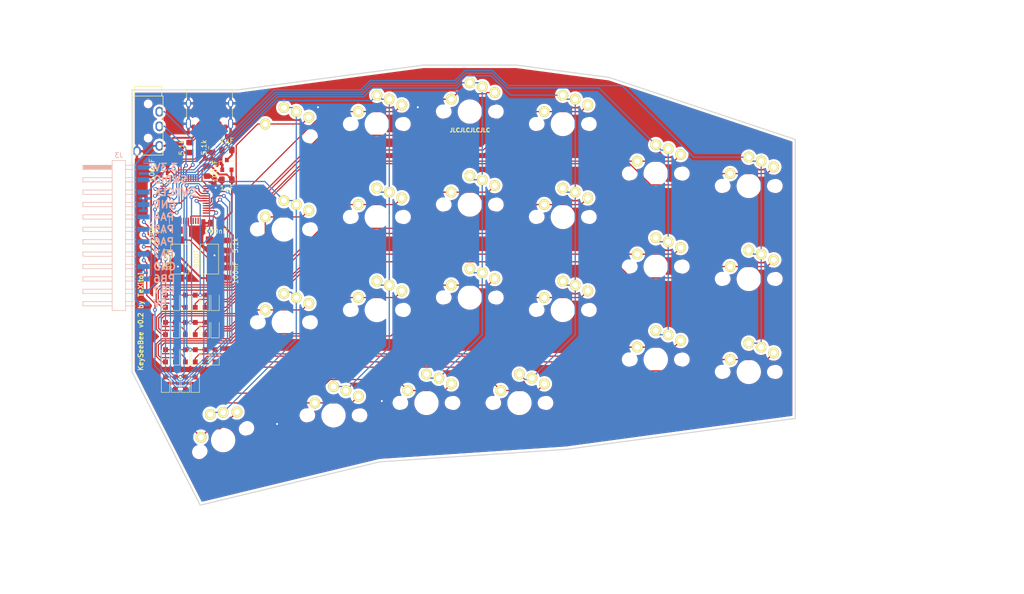
<source format=kicad_pcb>
(kicad_pcb (version 20171130) (host pcbnew 5.0.2+dfsg1-1)

  (general
    (thickness 1.6)
    (drawings 25)
    (tracks 725)
    (zones 0)
    (modules 61)
    (nets 69)
  )

  (page A4)
  (layers
    (0 F.Cu signal)
    (31 B.Cu signal)
    (32 B.Adhes user)
    (33 F.Adhes user)
    (34 B.Paste user)
    (35 F.Paste user)
    (36 B.SilkS user)
    (37 F.SilkS user)
    (38 B.Mask user)
    (39 F.Mask user)
    (40 Dwgs.User user)
    (41 Cmts.User user)
    (42 Eco1.User user)
    (43 Eco2.User user)
    (44 Edge.Cuts user)
    (45 Margin user)
    (46 B.CrtYd user)
    (47 F.CrtYd user)
    (48 B.Fab user)
    (49 F.Fab user)
  )

  (setup
    (last_trace_width 0.381)
    (user_trace_width 0.381)
    (trace_clearance 0.2)
    (zone_clearance 0.508)
    (zone_45_only no)
    (trace_min 0.2)
    (segment_width 0.2)
    (edge_width 0.15)
    (via_size 0.8)
    (via_drill 0.4)
    (via_min_size 0.4)
    (via_min_drill 0.3)
    (uvia_size 0.3)
    (uvia_drill 0.1)
    (uvias_allowed no)
    (uvia_min_size 0.2)
    (uvia_min_drill 0.1)
    (pcb_text_width 0.3)
    (pcb_text_size 1 1)
    (mod_edge_width 0.15)
    (mod_text_size 1 1)
    (mod_text_width 0.15)
    (pad_size 1.524 1.524)
    (pad_drill 0.762)
    (pad_to_mask_clearance 0.051)
    (solder_mask_min_width 0.25)
    (aux_axis_origin 0 0)
    (visible_elements FFFFFF7F)
    (pcbplotparams
      (layerselection 0x010f0_ffffffff)
      (usegerberextensions true)
      (usegerberattributes false)
      (usegerberadvancedattributes false)
      (creategerberjobfile false)
      (excludeedgelayer true)
      (linewidth 0.100000)
      (plotframeref false)
      (viasonmask false)
      (mode 1)
      (useauxorigin false)
      (hpglpennumber 1)
      (hpglpenspeed 20)
      (hpglpendiameter 15.000000)
      (psnegative false)
      (psa4output false)
      (plotreference true)
      (plotvalue true)
      (plotinvisibletext false)
      (padsonsilk false)
      (subtractmaskfromsilk true)
      (outputformat 1)
      (mirror false)
      (drillshape 0)
      (scaleselection 1)
      (outputdirectory "../../gerbers/v0.1/right/"))
  )

  (net 0 "")
  (net 1 GND)
  (net 2 D+)
  (net 3 "Net-(J1-PadB5)")
  (net 4 "Net-(J1-PadA8)")
  (net 5 D-)
  (net 6 "Net-(J1-PadA5)")
  (net 7 "Net-(J1-PadB8)")
  (net 8 5V)
  (net 9 3.3V)
  (net 10 SWDIO)
  (net 11 SWDCLK)
  (net 12 PA4)
  (net 13 PA5)
  (net 14 PA6)
  (net 15 PA7)
  (net 16 PB6)
  (net 17 PB7)
  (net 18 TX)
  (net 19 RX)
  (net 20 COL4)
  (net 21 COL5)
  (net 22 COL2)
  (net 23 COL6)
  (net 24 COL3)
  (net 25 COL1)
  (net 26 "Net-(R1-Pad1)")
  (net 27 VBAT)
  (net 28 "Net-(U1-Pad2)")
  (net 29 "Net-(U1-Pad3)")
  (net 30 "Net-(U1-Pad4)")
  (net 31 "Net-(U1-Pad5)")
  (net 32 "Net-(U1-Pad6)")
  (net 33 "Net-(C1-Pad2)")
  (net 34 "Net-(U1-Pad10)")
  (net 35 "Net-(U1-Pad11)")
  (net 36 "Net-(U1-Pad12)")
  (net 37 "Net-(U1-Pad13)")
  (net 38 ROW1)
  (net 39 ROW2)
  (net 40 ROW3)
  (net 41 ROW4)
  (net 42 "Net-(U1-Pad22)")
  (net 43 "Net-(U1-Pad26)")
  (net 44 "Net-(U1-Pad27)")
  (net 45 "Net-(U1-Pad28)")
  (net 46 "Net-(U1-Pad29)")
  (net 47 "Net-(D5-Pad1)")
  (net 48 "Net-(D6-Pad1)")
  (net 49 "Net-(D7-Pad1)")
  (net 50 "Net-(D26-Pad1)")
  (net 51 "Net-(D36-Pad1)")
  (net 52 "Net-(D35-Pad1)")
  (net 53 "Net-(D34-Pad1)")
  (net 54 "Net-(D33-Pad1)")
  (net 55 "Net-(D25-Pad1)")
  (net 56 "Net-(D24-Pad1)")
  (net 57 "Net-(D23-Pad1)")
  (net 58 "Net-(D21-Pad1)")
  (net 59 "Net-(D20-Pad1)")
  (net 60 "Net-(D19-Pad1)")
  (net 61 "Net-(D16-Pad1)")
  (net 62 "Net-(D14-Pad1)")
  (net 63 "Net-(D12-Pad1)")
  (net 64 "Net-(D11-Pad1)")
  (net 65 "Net-(D10-Pad1)")
  (net 66 "Net-(D15-Pad1)")
  (net 67 "Net-(D9-Pad1)")
  (net 68 "Net-(D17-Pad1)")

  (net_class Default "Ceci est la Netclass par défaut."
    (clearance 0.2)
    (trace_width 0.25)
    (via_dia 0.8)
    (via_drill 0.4)
    (uvia_dia 0.3)
    (uvia_drill 0.1)
    (add_net 3.3V)
    (add_net 5V)
    (add_net COL1)
    (add_net COL2)
    (add_net COL3)
    (add_net COL4)
    (add_net COL5)
    (add_net COL6)
    (add_net D+)
    (add_net D-)
    (add_net GND)
    (add_net "Net-(C1-Pad2)")
    (add_net "Net-(D10-Pad1)")
    (add_net "Net-(D11-Pad1)")
    (add_net "Net-(D12-Pad1)")
    (add_net "Net-(D14-Pad1)")
    (add_net "Net-(D15-Pad1)")
    (add_net "Net-(D16-Pad1)")
    (add_net "Net-(D17-Pad1)")
    (add_net "Net-(D19-Pad1)")
    (add_net "Net-(D20-Pad1)")
    (add_net "Net-(D21-Pad1)")
    (add_net "Net-(D23-Pad1)")
    (add_net "Net-(D24-Pad1)")
    (add_net "Net-(D25-Pad1)")
    (add_net "Net-(D26-Pad1)")
    (add_net "Net-(D33-Pad1)")
    (add_net "Net-(D34-Pad1)")
    (add_net "Net-(D35-Pad1)")
    (add_net "Net-(D36-Pad1)")
    (add_net "Net-(D5-Pad1)")
    (add_net "Net-(D6-Pad1)")
    (add_net "Net-(D7-Pad1)")
    (add_net "Net-(D9-Pad1)")
    (add_net "Net-(J1-PadA5)")
    (add_net "Net-(J1-PadA8)")
    (add_net "Net-(J1-PadB5)")
    (add_net "Net-(J1-PadB8)")
    (add_net "Net-(R1-Pad1)")
    (add_net "Net-(U1-Pad10)")
    (add_net "Net-(U1-Pad11)")
    (add_net "Net-(U1-Pad12)")
    (add_net "Net-(U1-Pad13)")
    (add_net "Net-(U1-Pad2)")
    (add_net "Net-(U1-Pad22)")
    (add_net "Net-(U1-Pad26)")
    (add_net "Net-(U1-Pad27)")
    (add_net "Net-(U1-Pad28)")
    (add_net "Net-(U1-Pad29)")
    (add_net "Net-(U1-Pad3)")
    (add_net "Net-(U1-Pad4)")
    (add_net "Net-(U1-Pad5)")
    (add_net "Net-(U1-Pad6)")
    (add_net PA4)
    (add_net PA5)
    (add_net PA6)
    (add_net PA7)
    (add_net PB6)
    (add_net PB7)
    (add_net ROW1)
    (add_net ROW2)
    (add_net ROW3)
    (add_net ROW4)
    (add_net RX)
    (add_net SWDCLK)
    (add_net SWDIO)
    (add_net TX)
    (add_net VBAT)
  )

  (module custom:CherryMX_Choc_1u (layer F.Cu) (tedit 5F2689FC) (tstamp 5F26B09A)
    (at 112.014 74.422)
    (path /5DFEF811)
    (fp_text reference SW12 (at 4.6 6) (layer Dwgs.User) hide
      (effects (font (size 1 1) (thickness 0.15)))
    )
    (fp_text value SW_Push (at -0.5 6) (layer Dwgs.User) hide
      (effects (font (size 1 1) (thickness 0.15)))
    )
    (fp_line (start -9.525 -9.525) (end 9.525 -9.525) (layer Dwgs.User) (width 0.15))
    (fp_line (start 9.525 -9.525) (end 9.525 9.525) (layer Dwgs.User) (width 0.15))
    (fp_line (start 9.525 9.525) (end -9.525 9.525) (layer Dwgs.User) (width 0.15))
    (fp_line (start -9.525 9.525) (end -9.525 -9.525) (layer Dwgs.User) (width 0.15))
    (fp_line (start -7 -6) (end -7 -7) (layer Dwgs.User) (width 0.15))
    (fp_line (start -7 -7) (end -6 -7) (layer Dwgs.User) (width 0.15))
    (fp_line (start 6 7) (end 7 7) (layer Dwgs.User) (width 0.15))
    (fp_line (start 7 7) (end 7 6) (layer Dwgs.User) (width 0.15))
    (pad 1 thru_hole circle (at 5.1 -3.9 310) (size 2.2 2.2) (drill 1.2) (layers *.Cu F.SilkS B.Mask)
      (net 62 "Net-(D14-Pad1)"))
    (pad "" np_thru_hole circle (at 0 0 90) (size 4 4) (drill 4) (layers *.Cu *.Mask))
    (pad "" np_thru_hole circle (at -5.5 0 90) (size 1.9 1.9) (drill 1.9) (layers *.Cu *.Mask))
    (pad "" np_thru_hole circle (at 5.5 0 90) (size 1.9 1.9) (drill 1.9) (layers *.Cu *.Mask))
    (pad 2 thru_hole circle (at 0 -5.9 90) (size 2.2 2.2) (drill 1.2) (layers *.Cu F.SilkS B.Mask)
      (net 23 COL6))
    (pad 2 thru_hole circle (at 2.54 -5.08) (size 2.2 2.2) (drill 1.2) (layers *.Cu F.SilkS B.Mask)
      (net 23 COL6))
    (pad 1 thru_hole circle (at -3.81 -2.54 50) (size 2.2 2.2) (drill 1.2) (layers *.Cu F.SilkS B.Mask)
      (net 62 "Net-(D14-Pad1)"))
    (pad "" np_thru_hole circle (at 5.08 0) (size 1.7 1.7) (drill 1.7) (layers *.Cu *.Mask))
    (pad "" np_thru_hole circle (at -5.08 0) (size 1.7 1.7) (drill 1.7) (layers *.Cu *.Mask))
  )

  (module custom:CherryMX_Choc_1u (layer F.Cu) (tedit 5F2689FC) (tstamp 5F26B14E)
    (at 99.568 136.652 26.5)
    (path /5DFEF7E7)
    (fp_text reference SW15 (at 4.6 6 26.5) (layer Dwgs.User) hide
      (effects (font (size 1 1) (thickness 0.15)))
    )
    (fp_text value SW_Push (at -0.5 6 26.5) (layer Dwgs.User) hide
      (effects (font (size 1 1) (thickness 0.15)))
    )
    (fp_line (start 7 7) (end 7 6) (layer Dwgs.User) (width 0.15))
    (fp_line (start 6 7) (end 7 7) (layer Dwgs.User) (width 0.15))
    (fp_line (start -7 -7) (end -6 -7) (layer Dwgs.User) (width 0.15))
    (fp_line (start -7 -6) (end -7 -7) (layer Dwgs.User) (width 0.15))
    (fp_line (start -9.525 9.525) (end -9.525 -9.525) (layer Dwgs.User) (width 0.15))
    (fp_line (start 9.525 9.525) (end -9.525 9.525) (layer Dwgs.User) (width 0.15))
    (fp_line (start 9.525 -9.525) (end 9.525 9.525) (layer Dwgs.User) (width 0.15))
    (fp_line (start -9.525 -9.525) (end 9.525 -9.525) (layer Dwgs.User) (width 0.15))
    (pad "" np_thru_hole circle (at -5.08 0 26.5) (size 1.7 1.7) (drill 1.7) (layers *.Cu *.Mask))
    (pad "" np_thru_hole circle (at 5.08 0 26.5) (size 1.7 1.7) (drill 1.7) (layers *.Cu *.Mask))
    (pad 1 thru_hole circle (at -3.81 -2.54 76.5) (size 2.2 2.2) (drill 1.2) (layers *.Cu F.SilkS B.Mask)
      (net 68 "Net-(D17-Pad1)"))
    (pad 2 thru_hole circle (at 2.54 -5.08 26.5) (size 2.2 2.2) (drill 1.2) (layers *.Cu F.SilkS B.Mask)
      (net 23 COL6))
    (pad 2 thru_hole circle (at 0 -5.9 116.5) (size 2.2 2.2) (drill 1.2) (layers *.Cu F.SilkS B.Mask)
      (net 23 COL6))
    (pad "" np_thru_hole circle (at 5.5 0 116.5) (size 1.9 1.9) (drill 1.9) (layers *.Cu *.Mask))
    (pad "" np_thru_hole circle (at -5.5 0 116.5) (size 1.9 1.9) (drill 1.9) (layers *.Cu *.Mask))
    (pad "" np_thru_hole circle (at 0 0 116.5) (size 4 4) (drill 4) (layers *.Cu *.Mask))
    (pad 1 thru_hole circle (at 5.1 -3.9 336.5) (size 2.2 2.2) (drill 1.2) (layers *.Cu F.SilkS B.Mask)
      (net 68 "Net-(D17-Pad1)"))
  )

  (module custom:CherryMX_Choc_1u (layer F.Cu) (tedit 5F2689FC) (tstamp 5F26B13A)
    (at 207.264 84.582)
    (path /5DFE63B7)
    (fp_text reference SW3 (at 4.6 6) (layer Dwgs.User) hide
      (effects (font (size 1 1) (thickness 0.15)))
    )
    (fp_text value SW_Push (at -0.5 6) (layer Dwgs.User) hide
      (effects (font (size 1 1) (thickness 0.15)))
    )
    (fp_line (start -9.525 -9.525) (end 9.525 -9.525) (layer Dwgs.User) (width 0.15))
    (fp_line (start 9.525 -9.525) (end 9.525 9.525) (layer Dwgs.User) (width 0.15))
    (fp_line (start 9.525 9.525) (end -9.525 9.525) (layer Dwgs.User) (width 0.15))
    (fp_line (start -9.525 9.525) (end -9.525 -9.525) (layer Dwgs.User) (width 0.15))
    (fp_line (start -7 -6) (end -7 -7) (layer Dwgs.User) (width 0.15))
    (fp_line (start -7 -7) (end -6 -7) (layer Dwgs.User) (width 0.15))
    (fp_line (start 6 7) (end 7 7) (layer Dwgs.User) (width 0.15))
    (fp_line (start 7 7) (end 7 6) (layer Dwgs.User) (width 0.15))
    (pad 1 thru_hole circle (at 5.1 -3.9 310) (size 2.2 2.2) (drill 1.2) (layers *.Cu F.SilkS B.Mask)
      (net 47 "Net-(D5-Pad1)"))
    (pad "" np_thru_hole circle (at 0 0 90) (size 4 4) (drill 4) (layers *.Cu *.Mask))
    (pad "" np_thru_hole circle (at -5.5 0 90) (size 1.9 1.9) (drill 1.9) (layers *.Cu *.Mask))
    (pad "" np_thru_hole circle (at 5.5 0 90) (size 1.9 1.9) (drill 1.9) (layers *.Cu *.Mask))
    (pad 2 thru_hole circle (at 0 -5.9 90) (size 2.2 2.2) (drill 1.2) (layers *.Cu F.SilkS B.Mask)
      (net 25 COL1))
    (pad 2 thru_hole circle (at 2.54 -5.08) (size 2.2 2.2) (drill 1.2) (layers *.Cu F.SilkS B.Mask)
      (net 25 COL1))
    (pad 1 thru_hole circle (at -3.81 -2.54 50) (size 2.2 2.2) (drill 1.2) (layers *.Cu F.SilkS B.Mask)
      (net 47 "Net-(D5-Pad1)"))
    (pad "" np_thru_hole circle (at 5.08 0) (size 1.7 1.7) (drill 1.7) (layers *.Cu *.Mask))
    (pad "" np_thru_hole circle (at -5.08 0) (size 1.7 1.7) (drill 1.7) (layers *.Cu *.Mask))
  )

  (module custom:CherryMX_Choc_1u (layer F.Cu) (tedit 5F2689FC) (tstamp 5F26B126)
    (at 207.264 103.632)
    (path /5DFE63A9)
    (fp_text reference SW4 (at 4.6 6) (layer Dwgs.User) hide
      (effects (font (size 1 1) (thickness 0.15)))
    )
    (fp_text value SW_Push (at -0.5 6) (layer Dwgs.User) hide
      (effects (font (size 1 1) (thickness 0.15)))
    )
    (fp_line (start 7 7) (end 7 6) (layer Dwgs.User) (width 0.15))
    (fp_line (start 6 7) (end 7 7) (layer Dwgs.User) (width 0.15))
    (fp_line (start -7 -7) (end -6 -7) (layer Dwgs.User) (width 0.15))
    (fp_line (start -7 -6) (end -7 -7) (layer Dwgs.User) (width 0.15))
    (fp_line (start -9.525 9.525) (end -9.525 -9.525) (layer Dwgs.User) (width 0.15))
    (fp_line (start 9.525 9.525) (end -9.525 9.525) (layer Dwgs.User) (width 0.15))
    (fp_line (start 9.525 -9.525) (end 9.525 9.525) (layer Dwgs.User) (width 0.15))
    (fp_line (start -9.525 -9.525) (end 9.525 -9.525) (layer Dwgs.User) (width 0.15))
    (pad "" np_thru_hole circle (at -5.08 0) (size 1.7 1.7) (drill 1.7) (layers *.Cu *.Mask))
    (pad "" np_thru_hole circle (at 5.08 0) (size 1.7 1.7) (drill 1.7) (layers *.Cu *.Mask))
    (pad 1 thru_hole circle (at -3.81 -2.54 50) (size 2.2 2.2) (drill 1.2) (layers *.Cu F.SilkS B.Mask)
      (net 48 "Net-(D6-Pad1)"))
    (pad 2 thru_hole circle (at 2.54 -5.08) (size 2.2 2.2) (drill 1.2) (layers *.Cu F.SilkS B.Mask)
      (net 25 COL1))
    (pad 2 thru_hole circle (at 0 -5.9 90) (size 2.2 2.2) (drill 1.2) (layers *.Cu F.SilkS B.Mask)
      (net 25 COL1))
    (pad "" np_thru_hole circle (at 5.5 0 90) (size 1.9 1.9) (drill 1.9) (layers *.Cu *.Mask))
    (pad "" np_thru_hole circle (at -5.5 0 90) (size 1.9 1.9) (drill 1.9) (layers *.Cu *.Mask))
    (pad "" np_thru_hole circle (at 0 0 90) (size 4 4) (drill 4) (layers *.Cu *.Mask))
    (pad 1 thru_hole circle (at 5.1 -3.9 310) (size 2.2 2.2) (drill 1.2) (layers *.Cu F.SilkS B.Mask)
      (net 48 "Net-(D6-Pad1)"))
  )

  (module custom:CherryMX_Choc_1u (layer F.Cu) (tedit 5F2689FC) (tstamp 5F26B112)
    (at 207.264 122.682)
    (path /5DFE637F)
    (fp_text reference SW5 (at 4.6 6) (layer Dwgs.User) hide
      (effects (font (size 1 1) (thickness 0.15)))
    )
    (fp_text value SW_Push (at -0.5 6) (layer Dwgs.User) hide
      (effects (font (size 1 1) (thickness 0.15)))
    )
    (fp_line (start -9.525 -9.525) (end 9.525 -9.525) (layer Dwgs.User) (width 0.15))
    (fp_line (start 9.525 -9.525) (end 9.525 9.525) (layer Dwgs.User) (width 0.15))
    (fp_line (start 9.525 9.525) (end -9.525 9.525) (layer Dwgs.User) (width 0.15))
    (fp_line (start -9.525 9.525) (end -9.525 -9.525) (layer Dwgs.User) (width 0.15))
    (fp_line (start -7 -6) (end -7 -7) (layer Dwgs.User) (width 0.15))
    (fp_line (start -7 -7) (end -6 -7) (layer Dwgs.User) (width 0.15))
    (fp_line (start 6 7) (end 7 7) (layer Dwgs.User) (width 0.15))
    (fp_line (start 7 7) (end 7 6) (layer Dwgs.User) (width 0.15))
    (pad 1 thru_hole circle (at 5.1 -3.9 310) (size 2.2 2.2) (drill 1.2) (layers *.Cu F.SilkS B.Mask)
      (net 49 "Net-(D7-Pad1)"))
    (pad "" np_thru_hole circle (at 0 0 90) (size 4 4) (drill 4) (layers *.Cu *.Mask))
    (pad "" np_thru_hole circle (at -5.5 0 90) (size 1.9 1.9) (drill 1.9) (layers *.Cu *.Mask))
    (pad "" np_thru_hole circle (at 5.5 0 90) (size 1.9 1.9) (drill 1.9) (layers *.Cu *.Mask))
    (pad 2 thru_hole circle (at 0 -5.9 90) (size 2.2 2.2) (drill 1.2) (layers *.Cu F.SilkS B.Mask)
      (net 25 COL1))
    (pad 2 thru_hole circle (at 2.54 -5.08) (size 2.2 2.2) (drill 1.2) (layers *.Cu F.SilkS B.Mask)
      (net 25 COL1))
    (pad 1 thru_hole circle (at -3.81 -2.54 50) (size 2.2 2.2) (drill 1.2) (layers *.Cu F.SilkS B.Mask)
      (net 49 "Net-(D7-Pad1)"))
    (pad "" np_thru_hole circle (at 5.08 0) (size 1.7 1.7) (drill 1.7) (layers *.Cu *.Mask))
    (pad "" np_thru_hole circle (at -5.08 0) (size 1.7 1.7) (drill 1.7) (layers *.Cu *.Mask))
  )

  (module custom:CherryMX_Choc_1u (layer F.Cu) (tedit 5F2689FC) (tstamp 5F26B0FE)
    (at 169.164 71.882)
    (path /5DF62207)
    (fp_text reference SW7 (at 4.6 6) (layer Dwgs.User) hide
      (effects (font (size 1 1) (thickness 0.15)))
    )
    (fp_text value SW_Push (at -0.5 6) (layer Dwgs.User) hide
      (effects (font (size 1 1) (thickness 0.15)))
    )
    (fp_line (start 7 7) (end 7 6) (layer Dwgs.User) (width 0.15))
    (fp_line (start 6 7) (end 7 7) (layer Dwgs.User) (width 0.15))
    (fp_line (start -7 -7) (end -6 -7) (layer Dwgs.User) (width 0.15))
    (fp_line (start -7 -6) (end -7 -7) (layer Dwgs.User) (width 0.15))
    (fp_line (start -9.525 9.525) (end -9.525 -9.525) (layer Dwgs.User) (width 0.15))
    (fp_line (start 9.525 9.525) (end -9.525 9.525) (layer Dwgs.User) (width 0.15))
    (fp_line (start 9.525 -9.525) (end 9.525 9.525) (layer Dwgs.User) (width 0.15))
    (fp_line (start -9.525 -9.525) (end 9.525 -9.525) (layer Dwgs.User) (width 0.15))
    (pad "" np_thru_hole circle (at -5.08 0) (size 1.7 1.7) (drill 1.7) (layers *.Cu *.Mask))
    (pad "" np_thru_hole circle (at 5.08 0) (size 1.7 1.7) (drill 1.7) (layers *.Cu *.Mask))
    (pad 1 thru_hole circle (at -3.81 -2.54 50) (size 2.2 2.2) (drill 1.2) (layers *.Cu F.SilkS B.Mask)
      (net 67 "Net-(D9-Pad1)"))
    (pad 2 thru_hole circle (at 2.54 -5.08) (size 2.2 2.2) (drill 1.2) (layers *.Cu F.SilkS B.Mask)
      (net 24 COL3))
    (pad 2 thru_hole circle (at 0 -5.9 90) (size 2.2 2.2) (drill 1.2) (layers *.Cu F.SilkS B.Mask)
      (net 24 COL3))
    (pad "" np_thru_hole circle (at 5.5 0 90) (size 1.9 1.9) (drill 1.9) (layers *.Cu *.Mask))
    (pad "" np_thru_hole circle (at -5.5 0 90) (size 1.9 1.9) (drill 1.9) (layers *.Cu *.Mask))
    (pad "" np_thru_hole circle (at 0 0 90) (size 4 4) (drill 4) (layers *.Cu *.Mask))
    (pad 1 thru_hole circle (at 5.1 -3.9 310) (size 2.2 2.2) (drill 1.2) (layers *.Cu F.SilkS B.Mask)
      (net 67 "Net-(D9-Pad1)"))
  )

  (module custom:CherryMX_Choc_1u (layer F.Cu) (tedit 5F2689FC) (tstamp 5F26B0EA)
    (at 112.014 93.472)
    (path /5DFEF803)
    (fp_text reference SW13 (at 4.6 6) (layer Dwgs.User) hide
      (effects (font (size 1 1) (thickness 0.15)))
    )
    (fp_text value SW_Push (at -0.5 6) (layer Dwgs.User) hide
      (effects (font (size 1 1) (thickness 0.15)))
    )
    (fp_line (start -9.525 -9.525) (end 9.525 -9.525) (layer Dwgs.User) (width 0.15))
    (fp_line (start 9.525 -9.525) (end 9.525 9.525) (layer Dwgs.User) (width 0.15))
    (fp_line (start 9.525 9.525) (end -9.525 9.525) (layer Dwgs.User) (width 0.15))
    (fp_line (start -9.525 9.525) (end -9.525 -9.525) (layer Dwgs.User) (width 0.15))
    (fp_line (start -7 -6) (end -7 -7) (layer Dwgs.User) (width 0.15))
    (fp_line (start -7 -7) (end -6 -7) (layer Dwgs.User) (width 0.15))
    (fp_line (start 6 7) (end 7 7) (layer Dwgs.User) (width 0.15))
    (fp_line (start 7 7) (end 7 6) (layer Dwgs.User) (width 0.15))
    (pad 1 thru_hole circle (at 5.1 -3.9 310) (size 2.2 2.2) (drill 1.2) (layers *.Cu F.SilkS B.Mask)
      (net 66 "Net-(D15-Pad1)"))
    (pad "" np_thru_hole circle (at 0 0 90) (size 4 4) (drill 4) (layers *.Cu *.Mask))
    (pad "" np_thru_hole circle (at -5.5 0 90) (size 1.9 1.9) (drill 1.9) (layers *.Cu *.Mask))
    (pad "" np_thru_hole circle (at 5.5 0 90) (size 1.9 1.9) (drill 1.9) (layers *.Cu *.Mask))
    (pad 2 thru_hole circle (at 0 -5.9 90) (size 2.2 2.2) (drill 1.2) (layers *.Cu F.SilkS B.Mask)
      (net 23 COL6))
    (pad 2 thru_hole circle (at 2.54 -5.08) (size 2.2 2.2) (drill 1.2) (layers *.Cu F.SilkS B.Mask)
      (net 23 COL6))
    (pad 1 thru_hole circle (at -3.81 -2.54 50) (size 2.2 2.2) (drill 1.2) (layers *.Cu F.SilkS B.Mask)
      (net 66 "Net-(D15-Pad1)"))
    (pad "" np_thru_hole circle (at 5.08 0) (size 1.7 1.7) (drill 1.7) (layers *.Cu *.Mask))
    (pad "" np_thru_hole circle (at -5.08 0) (size 1.7 1.7) (drill 1.7) (layers *.Cu *.Mask))
  )

  (module custom:CherryMX_Choc_1u (layer F.Cu) (tedit 5F2689FC) (tstamp 5F26B0D6)
    (at 169.164 90.932)
    (path /5DF621F9)
    (fp_text reference SW8 (at 4.6 6) (layer Dwgs.User) hide
      (effects (font (size 1 1) (thickness 0.15)))
    )
    (fp_text value SW_Push (at -0.5 6) (layer Dwgs.User) hide
      (effects (font (size 1 1) (thickness 0.15)))
    )
    (fp_line (start 7 7) (end 7 6) (layer Dwgs.User) (width 0.15))
    (fp_line (start 6 7) (end 7 7) (layer Dwgs.User) (width 0.15))
    (fp_line (start -7 -7) (end -6 -7) (layer Dwgs.User) (width 0.15))
    (fp_line (start -7 -6) (end -7 -7) (layer Dwgs.User) (width 0.15))
    (fp_line (start -9.525 9.525) (end -9.525 -9.525) (layer Dwgs.User) (width 0.15))
    (fp_line (start 9.525 9.525) (end -9.525 9.525) (layer Dwgs.User) (width 0.15))
    (fp_line (start 9.525 -9.525) (end 9.525 9.525) (layer Dwgs.User) (width 0.15))
    (fp_line (start -9.525 -9.525) (end 9.525 -9.525) (layer Dwgs.User) (width 0.15))
    (pad "" np_thru_hole circle (at -5.08 0) (size 1.7 1.7) (drill 1.7) (layers *.Cu *.Mask))
    (pad "" np_thru_hole circle (at 5.08 0) (size 1.7 1.7) (drill 1.7) (layers *.Cu *.Mask))
    (pad 1 thru_hole circle (at -3.81 -2.54 50) (size 2.2 2.2) (drill 1.2) (layers *.Cu F.SilkS B.Mask)
      (net 65 "Net-(D10-Pad1)"))
    (pad 2 thru_hole circle (at 2.54 -5.08) (size 2.2 2.2) (drill 1.2) (layers *.Cu F.SilkS B.Mask)
      (net 24 COL3))
    (pad 2 thru_hole circle (at 0 -5.9 90) (size 2.2 2.2) (drill 1.2) (layers *.Cu F.SilkS B.Mask)
      (net 24 COL3))
    (pad "" np_thru_hole circle (at 5.5 0 90) (size 1.9 1.9) (drill 1.9) (layers *.Cu *.Mask))
    (pad "" np_thru_hole circle (at -5.5 0 90) (size 1.9 1.9) (drill 1.9) (layers *.Cu *.Mask))
    (pad "" np_thru_hole circle (at 0 0 90) (size 4 4) (drill 4) (layers *.Cu *.Mask))
    (pad 1 thru_hole circle (at 5.1 -3.9 310) (size 2.2 2.2) (drill 1.2) (layers *.Cu F.SilkS B.Mask)
      (net 65 "Net-(D10-Pad1)"))
  )

  (module custom:CherryMX_Choc_1u (layer F.Cu) (tedit 5F2689FC) (tstamp 5F26B0C2)
    (at 169.164 109.982)
    (path /5DF621CF)
    (fp_text reference SW9 (at 4.6 6) (layer Dwgs.User) hide
      (effects (font (size 1 1) (thickness 0.15)))
    )
    (fp_text value SW_Push (at -0.5 6) (layer Dwgs.User) hide
      (effects (font (size 1 1) (thickness 0.15)))
    )
    (fp_line (start -9.525 -9.525) (end 9.525 -9.525) (layer Dwgs.User) (width 0.15))
    (fp_line (start 9.525 -9.525) (end 9.525 9.525) (layer Dwgs.User) (width 0.15))
    (fp_line (start 9.525 9.525) (end -9.525 9.525) (layer Dwgs.User) (width 0.15))
    (fp_line (start -9.525 9.525) (end -9.525 -9.525) (layer Dwgs.User) (width 0.15))
    (fp_line (start -7 -6) (end -7 -7) (layer Dwgs.User) (width 0.15))
    (fp_line (start -7 -7) (end -6 -7) (layer Dwgs.User) (width 0.15))
    (fp_line (start 6 7) (end 7 7) (layer Dwgs.User) (width 0.15))
    (fp_line (start 7 7) (end 7 6) (layer Dwgs.User) (width 0.15))
    (pad 1 thru_hole circle (at 5.1 -3.9 310) (size 2.2 2.2) (drill 1.2) (layers *.Cu F.SilkS B.Mask)
      (net 64 "Net-(D11-Pad1)"))
    (pad "" np_thru_hole circle (at 0 0 90) (size 4 4) (drill 4) (layers *.Cu *.Mask))
    (pad "" np_thru_hole circle (at -5.5 0 90) (size 1.9 1.9) (drill 1.9) (layers *.Cu *.Mask))
    (pad "" np_thru_hole circle (at 5.5 0 90) (size 1.9 1.9) (drill 1.9) (layers *.Cu *.Mask))
    (pad 2 thru_hole circle (at 0 -5.9 90) (size 2.2 2.2) (drill 1.2) (layers *.Cu F.SilkS B.Mask)
      (net 24 COL3))
    (pad 2 thru_hole circle (at 2.54 -5.08) (size 2.2 2.2) (drill 1.2) (layers *.Cu F.SilkS B.Mask)
      (net 24 COL3))
    (pad 1 thru_hole circle (at -3.81 -2.54 50) (size 2.2 2.2) (drill 1.2) (layers *.Cu F.SilkS B.Mask)
      (net 64 "Net-(D11-Pad1)"))
    (pad "" np_thru_hole circle (at 5.08 0) (size 1.7 1.7) (drill 1.7) (layers *.Cu *.Mask))
    (pad "" np_thru_hole circle (at -5.08 0) (size 1.7 1.7) (drill 1.7) (layers *.Cu *.Mask))
  )

  (module custom:CherryMX_Choc_1u (layer F.Cu) (tedit 5F2689FC) (tstamp 5F26B0AE)
    (at 160.274 129.032)
    (path /5DF621DD)
    (fp_text reference SW10 (at 4.6 6) (layer Dwgs.User) hide
      (effects (font (size 1 1) (thickness 0.15)))
    )
    (fp_text value SW_Push (at -0.5 6) (layer Dwgs.User) hide
      (effects (font (size 1 1) (thickness 0.15)))
    )
    (fp_line (start 7 7) (end 7 6) (layer Dwgs.User) (width 0.15))
    (fp_line (start 6 7) (end 7 7) (layer Dwgs.User) (width 0.15))
    (fp_line (start -7 -7) (end -6 -7) (layer Dwgs.User) (width 0.15))
    (fp_line (start -7 -6) (end -7 -7) (layer Dwgs.User) (width 0.15))
    (fp_line (start -9.525 9.525) (end -9.525 -9.525) (layer Dwgs.User) (width 0.15))
    (fp_line (start 9.525 9.525) (end -9.525 9.525) (layer Dwgs.User) (width 0.15))
    (fp_line (start 9.525 -9.525) (end 9.525 9.525) (layer Dwgs.User) (width 0.15))
    (fp_line (start -9.525 -9.525) (end 9.525 -9.525) (layer Dwgs.User) (width 0.15))
    (pad "" np_thru_hole circle (at -5.08 0) (size 1.7 1.7) (drill 1.7) (layers *.Cu *.Mask))
    (pad "" np_thru_hole circle (at 5.08 0) (size 1.7 1.7) (drill 1.7) (layers *.Cu *.Mask))
    (pad 1 thru_hole circle (at -3.81 -2.54 50) (size 2.2 2.2) (drill 1.2) (layers *.Cu F.SilkS B.Mask)
      (net 63 "Net-(D12-Pad1)"))
    (pad 2 thru_hole circle (at 2.54 -5.08) (size 2.2 2.2) (drill 1.2) (layers *.Cu F.SilkS B.Mask)
      (net 24 COL3))
    (pad 2 thru_hole circle (at 0 -5.9 90) (size 2.2 2.2) (drill 1.2) (layers *.Cu F.SilkS B.Mask)
      (net 24 COL3))
    (pad "" np_thru_hole circle (at 5.5 0 90) (size 1.9 1.9) (drill 1.9) (layers *.Cu *.Mask))
    (pad "" np_thru_hole circle (at -5.5 0 90) (size 1.9 1.9) (drill 1.9) (layers *.Cu *.Mask))
    (pad "" np_thru_hole circle (at 0 0 90) (size 4 4) (drill 4) (layers *.Cu *.Mask))
    (pad 1 thru_hole circle (at 5.1 -3.9 310) (size 2.2 2.2) (drill 1.2) (layers *.Cu F.SilkS B.Mask)
      (net 63 "Net-(D12-Pad1)"))
  )

  (module custom:CherryMX_Choc_1u (layer F.Cu) (tedit 5F2689FC) (tstamp 5F26B086)
    (at 112.014 112.522)
    (path /5DFEF7D9)
    (fp_text reference SW14 (at 4.6 6) (layer Dwgs.User) hide
      (effects (font (size 1 1) (thickness 0.15)))
    )
    (fp_text value SW_Push (at -0.5 6) (layer Dwgs.User) hide
      (effects (font (size 1 1) (thickness 0.15)))
    )
    (fp_line (start 7 7) (end 7 6) (layer Dwgs.User) (width 0.15))
    (fp_line (start 6 7) (end 7 7) (layer Dwgs.User) (width 0.15))
    (fp_line (start -7 -7) (end -6 -7) (layer Dwgs.User) (width 0.15))
    (fp_line (start -7 -6) (end -7 -7) (layer Dwgs.User) (width 0.15))
    (fp_line (start -9.525 9.525) (end -9.525 -9.525) (layer Dwgs.User) (width 0.15))
    (fp_line (start 9.525 9.525) (end -9.525 9.525) (layer Dwgs.User) (width 0.15))
    (fp_line (start 9.525 -9.525) (end 9.525 9.525) (layer Dwgs.User) (width 0.15))
    (fp_line (start -9.525 -9.525) (end 9.525 -9.525) (layer Dwgs.User) (width 0.15))
    (pad "" np_thru_hole circle (at -5.08 0) (size 1.7 1.7) (drill 1.7) (layers *.Cu *.Mask))
    (pad "" np_thru_hole circle (at 5.08 0) (size 1.7 1.7) (drill 1.7) (layers *.Cu *.Mask))
    (pad 1 thru_hole circle (at -3.81 -2.54 50) (size 2.2 2.2) (drill 1.2) (layers *.Cu F.SilkS B.Mask)
      (net 61 "Net-(D16-Pad1)"))
    (pad 2 thru_hole circle (at 2.54 -5.08) (size 2.2 2.2) (drill 1.2) (layers *.Cu F.SilkS B.Mask)
      (net 23 COL6))
    (pad 2 thru_hole circle (at 0 -5.9 90) (size 2.2 2.2) (drill 1.2) (layers *.Cu F.SilkS B.Mask)
      (net 23 COL6))
    (pad "" np_thru_hole circle (at 5.5 0 90) (size 1.9 1.9) (drill 1.9) (layers *.Cu *.Mask))
    (pad "" np_thru_hole circle (at -5.5 0 90) (size 1.9 1.9) (drill 1.9) (layers *.Cu *.Mask))
    (pad "" np_thru_hole circle (at 0 0 90) (size 4 4) (drill 4) (layers *.Cu *.Mask))
    (pad 1 thru_hole circle (at 5.1 -3.9 310) (size 2.2 2.2) (drill 1.2) (layers *.Cu F.SilkS B.Mask)
      (net 61 "Net-(D16-Pad1)"))
  )

  (module custom:CherryMX_Choc_1u (layer F.Cu) (tedit 5F2689FC) (tstamp 5F26B072)
    (at 188.214 82.042)
    (path /5DFE640A)
    (fp_text reference SW17 (at 4.6 6) (layer Dwgs.User) hide
      (effects (font (size 1 1) (thickness 0.15)))
    )
    (fp_text value SW_Push (at -0.5 6) (layer Dwgs.User) hide
      (effects (font (size 1 1) (thickness 0.15)))
    )
    (fp_line (start -9.525 -9.525) (end 9.525 -9.525) (layer Dwgs.User) (width 0.15))
    (fp_line (start 9.525 -9.525) (end 9.525 9.525) (layer Dwgs.User) (width 0.15))
    (fp_line (start 9.525 9.525) (end -9.525 9.525) (layer Dwgs.User) (width 0.15))
    (fp_line (start -9.525 9.525) (end -9.525 -9.525) (layer Dwgs.User) (width 0.15))
    (fp_line (start -7 -6) (end -7 -7) (layer Dwgs.User) (width 0.15))
    (fp_line (start -7 -7) (end -6 -7) (layer Dwgs.User) (width 0.15))
    (fp_line (start 6 7) (end 7 7) (layer Dwgs.User) (width 0.15))
    (fp_line (start 7 7) (end 7 6) (layer Dwgs.User) (width 0.15))
    (pad 1 thru_hole circle (at 5.1 -3.9 310) (size 2.2 2.2) (drill 1.2) (layers *.Cu F.SilkS B.Mask)
      (net 60 "Net-(D19-Pad1)"))
    (pad "" np_thru_hole circle (at 0 0 90) (size 4 4) (drill 4) (layers *.Cu *.Mask))
    (pad "" np_thru_hole circle (at -5.5 0 90) (size 1.9 1.9) (drill 1.9) (layers *.Cu *.Mask))
    (pad "" np_thru_hole circle (at 5.5 0 90) (size 1.9 1.9) (drill 1.9) (layers *.Cu *.Mask))
    (pad 2 thru_hole circle (at 0 -5.9 90) (size 2.2 2.2) (drill 1.2) (layers *.Cu F.SilkS B.Mask)
      (net 22 COL2))
    (pad 2 thru_hole circle (at 2.54 -5.08) (size 2.2 2.2) (drill 1.2) (layers *.Cu F.SilkS B.Mask)
      (net 22 COL2))
    (pad 1 thru_hole circle (at -3.81 -2.54 50) (size 2.2 2.2) (drill 1.2) (layers *.Cu F.SilkS B.Mask)
      (net 60 "Net-(D19-Pad1)"))
    (pad "" np_thru_hole circle (at 5.08 0) (size 1.7 1.7) (drill 1.7) (layers *.Cu *.Mask))
    (pad "" np_thru_hole circle (at -5.08 0) (size 1.7 1.7) (drill 1.7) (layers *.Cu *.Mask))
  )

  (module custom:CherryMX_Choc_1u (layer F.Cu) (tedit 5F2689FC) (tstamp 5F26B05E)
    (at 188.214 101.092)
    (path /5DFE63FC)
    (fp_text reference SW18 (at 4.6 6) (layer Dwgs.User) hide
      (effects (font (size 1 1) (thickness 0.15)))
    )
    (fp_text value SW_Push (at -0.5 6) (layer Dwgs.User) hide
      (effects (font (size 1 1) (thickness 0.15)))
    )
    (fp_line (start 7 7) (end 7 6) (layer Dwgs.User) (width 0.15))
    (fp_line (start 6 7) (end 7 7) (layer Dwgs.User) (width 0.15))
    (fp_line (start -7 -7) (end -6 -7) (layer Dwgs.User) (width 0.15))
    (fp_line (start -7 -6) (end -7 -7) (layer Dwgs.User) (width 0.15))
    (fp_line (start -9.525 9.525) (end -9.525 -9.525) (layer Dwgs.User) (width 0.15))
    (fp_line (start 9.525 9.525) (end -9.525 9.525) (layer Dwgs.User) (width 0.15))
    (fp_line (start 9.525 -9.525) (end 9.525 9.525) (layer Dwgs.User) (width 0.15))
    (fp_line (start -9.525 -9.525) (end 9.525 -9.525) (layer Dwgs.User) (width 0.15))
    (pad "" np_thru_hole circle (at -5.08 0) (size 1.7 1.7) (drill 1.7) (layers *.Cu *.Mask))
    (pad "" np_thru_hole circle (at 5.08 0) (size 1.7 1.7) (drill 1.7) (layers *.Cu *.Mask))
    (pad 1 thru_hole circle (at -3.81 -2.54 50) (size 2.2 2.2) (drill 1.2) (layers *.Cu F.SilkS B.Mask)
      (net 59 "Net-(D20-Pad1)"))
    (pad 2 thru_hole circle (at 2.54 -5.08) (size 2.2 2.2) (drill 1.2) (layers *.Cu F.SilkS B.Mask)
      (net 22 COL2))
    (pad 2 thru_hole circle (at 0 -5.9 90) (size 2.2 2.2) (drill 1.2) (layers *.Cu F.SilkS B.Mask)
      (net 22 COL2))
    (pad "" np_thru_hole circle (at 5.5 0 90) (size 1.9 1.9) (drill 1.9) (layers *.Cu *.Mask))
    (pad "" np_thru_hole circle (at -5.5 0 90) (size 1.9 1.9) (drill 1.9) (layers *.Cu *.Mask))
    (pad "" np_thru_hole circle (at 0 0 90) (size 4 4) (drill 4) (layers *.Cu *.Mask))
    (pad 1 thru_hole circle (at 5.1 -3.9 310) (size 2.2 2.2) (drill 1.2) (layers *.Cu F.SilkS B.Mask)
      (net 59 "Net-(D20-Pad1)"))
  )

  (module custom:CherryMX_Choc_1u (layer F.Cu) (tedit 5F2689FC) (tstamp 5F26B04A)
    (at 188.214 120.142)
    (path /5DFE63D2)
    (fp_text reference SW19 (at 4.6 6) (layer Dwgs.User) hide
      (effects (font (size 1 1) (thickness 0.15)))
    )
    (fp_text value SW_Push (at -0.5 6) (layer Dwgs.User) hide
      (effects (font (size 1 1) (thickness 0.15)))
    )
    (fp_line (start -9.525 -9.525) (end 9.525 -9.525) (layer Dwgs.User) (width 0.15))
    (fp_line (start 9.525 -9.525) (end 9.525 9.525) (layer Dwgs.User) (width 0.15))
    (fp_line (start 9.525 9.525) (end -9.525 9.525) (layer Dwgs.User) (width 0.15))
    (fp_line (start -9.525 9.525) (end -9.525 -9.525) (layer Dwgs.User) (width 0.15))
    (fp_line (start -7 -6) (end -7 -7) (layer Dwgs.User) (width 0.15))
    (fp_line (start -7 -7) (end -6 -7) (layer Dwgs.User) (width 0.15))
    (fp_line (start 6 7) (end 7 7) (layer Dwgs.User) (width 0.15))
    (fp_line (start 7 7) (end 7 6) (layer Dwgs.User) (width 0.15))
    (pad 1 thru_hole circle (at 5.1 -3.9 310) (size 2.2 2.2) (drill 1.2) (layers *.Cu F.SilkS B.Mask)
      (net 58 "Net-(D21-Pad1)"))
    (pad "" np_thru_hole circle (at 0 0 90) (size 4 4) (drill 4) (layers *.Cu *.Mask))
    (pad "" np_thru_hole circle (at -5.5 0 90) (size 1.9 1.9) (drill 1.9) (layers *.Cu *.Mask))
    (pad "" np_thru_hole circle (at 5.5 0 90) (size 1.9 1.9) (drill 1.9) (layers *.Cu *.Mask))
    (pad 2 thru_hole circle (at 0 -5.9 90) (size 2.2 2.2) (drill 1.2) (layers *.Cu F.SilkS B.Mask)
      (net 22 COL2))
    (pad 2 thru_hole circle (at 2.54 -5.08) (size 2.2 2.2) (drill 1.2) (layers *.Cu F.SilkS B.Mask)
      (net 22 COL2))
    (pad 1 thru_hole circle (at -3.81 -2.54 50) (size 2.2 2.2) (drill 1.2) (layers *.Cu F.SilkS B.Mask)
      (net 58 "Net-(D21-Pad1)"))
    (pad "" np_thru_hole circle (at 5.08 0) (size 1.7 1.7) (drill 1.7) (layers *.Cu *.Mask))
    (pad "" np_thru_hole circle (at -5.08 0) (size 1.7 1.7) (drill 1.7) (layers *.Cu *.Mask))
  )

  (module custom:CherryMX_Choc_1u (layer F.Cu) (tedit 5F2689FC) (tstamp 5F26B036)
    (at 150.114 69.342)
    (path /5DFE2410)
    (fp_text reference SW21 (at 4.6 6) (layer Dwgs.User) hide
      (effects (font (size 1 1) (thickness 0.15)))
    )
    (fp_text value SW_Push (at -0.5 6) (layer Dwgs.User) hide
      (effects (font (size 1 1) (thickness 0.15)))
    )
    (fp_line (start 7 7) (end 7 6) (layer Dwgs.User) (width 0.15))
    (fp_line (start 6 7) (end 7 7) (layer Dwgs.User) (width 0.15))
    (fp_line (start -7 -7) (end -6 -7) (layer Dwgs.User) (width 0.15))
    (fp_line (start -7 -6) (end -7 -7) (layer Dwgs.User) (width 0.15))
    (fp_line (start -9.525 9.525) (end -9.525 -9.525) (layer Dwgs.User) (width 0.15))
    (fp_line (start 9.525 9.525) (end -9.525 9.525) (layer Dwgs.User) (width 0.15))
    (fp_line (start 9.525 -9.525) (end 9.525 9.525) (layer Dwgs.User) (width 0.15))
    (fp_line (start -9.525 -9.525) (end 9.525 -9.525) (layer Dwgs.User) (width 0.15))
    (pad "" np_thru_hole circle (at -5.08 0) (size 1.7 1.7) (drill 1.7) (layers *.Cu *.Mask))
    (pad "" np_thru_hole circle (at 5.08 0) (size 1.7 1.7) (drill 1.7) (layers *.Cu *.Mask))
    (pad 1 thru_hole circle (at -3.81 -2.54 50) (size 2.2 2.2) (drill 1.2) (layers *.Cu F.SilkS B.Mask)
      (net 57 "Net-(D23-Pad1)"))
    (pad 2 thru_hole circle (at 2.54 -5.08) (size 2.2 2.2) (drill 1.2) (layers *.Cu F.SilkS B.Mask)
      (net 20 COL4))
    (pad 2 thru_hole circle (at 0 -5.9 90) (size 2.2 2.2) (drill 1.2) (layers *.Cu F.SilkS B.Mask)
      (net 20 COL4))
    (pad "" np_thru_hole circle (at 5.5 0 90) (size 1.9 1.9) (drill 1.9) (layers *.Cu *.Mask))
    (pad "" np_thru_hole circle (at -5.5 0 90) (size 1.9 1.9) (drill 1.9) (layers *.Cu *.Mask))
    (pad "" np_thru_hole circle (at 0 0 90) (size 4 4) (drill 4) (layers *.Cu *.Mask))
    (pad 1 thru_hole circle (at 5.1 -3.9 310) (size 2.2 2.2) (drill 1.2) (layers *.Cu F.SilkS B.Mask)
      (net 57 "Net-(D23-Pad1)"))
  )

  (module custom:CherryMX_Choc_1u (layer F.Cu) (tedit 5F2689FC) (tstamp 5F26B022)
    (at 150.114 88.392)
    (path /5DFE2402)
    (fp_text reference SW22 (at 4.6 6) (layer Dwgs.User) hide
      (effects (font (size 1 1) (thickness 0.15)))
    )
    (fp_text value SW_Push (at -0.5 6) (layer Dwgs.User) hide
      (effects (font (size 1 1) (thickness 0.15)))
    )
    (fp_line (start -9.525 -9.525) (end 9.525 -9.525) (layer Dwgs.User) (width 0.15))
    (fp_line (start 9.525 -9.525) (end 9.525 9.525) (layer Dwgs.User) (width 0.15))
    (fp_line (start 9.525 9.525) (end -9.525 9.525) (layer Dwgs.User) (width 0.15))
    (fp_line (start -9.525 9.525) (end -9.525 -9.525) (layer Dwgs.User) (width 0.15))
    (fp_line (start -7 -6) (end -7 -7) (layer Dwgs.User) (width 0.15))
    (fp_line (start -7 -7) (end -6 -7) (layer Dwgs.User) (width 0.15))
    (fp_line (start 6 7) (end 7 7) (layer Dwgs.User) (width 0.15))
    (fp_line (start 7 7) (end 7 6) (layer Dwgs.User) (width 0.15))
    (pad 1 thru_hole circle (at 5.1 -3.9 310) (size 2.2 2.2) (drill 1.2) (layers *.Cu F.SilkS B.Mask)
      (net 56 "Net-(D24-Pad1)"))
    (pad "" np_thru_hole circle (at 0 0 90) (size 4 4) (drill 4) (layers *.Cu *.Mask))
    (pad "" np_thru_hole circle (at -5.5 0 90) (size 1.9 1.9) (drill 1.9) (layers *.Cu *.Mask))
    (pad "" np_thru_hole circle (at 5.5 0 90) (size 1.9 1.9) (drill 1.9) (layers *.Cu *.Mask))
    (pad 2 thru_hole circle (at 0 -5.9 90) (size 2.2 2.2) (drill 1.2) (layers *.Cu F.SilkS B.Mask)
      (net 20 COL4))
    (pad 2 thru_hole circle (at 2.54 -5.08) (size 2.2 2.2) (drill 1.2) (layers *.Cu F.SilkS B.Mask)
      (net 20 COL4))
    (pad 1 thru_hole circle (at -3.81 -2.54 50) (size 2.2 2.2) (drill 1.2) (layers *.Cu F.SilkS B.Mask)
      (net 56 "Net-(D24-Pad1)"))
    (pad "" np_thru_hole circle (at 5.08 0) (size 1.7 1.7) (drill 1.7) (layers *.Cu *.Mask))
    (pad "" np_thru_hole circle (at -5.08 0) (size 1.7 1.7) (drill 1.7) (layers *.Cu *.Mask))
  )

  (module custom:CherryMX_Choc_1u (layer F.Cu) (tedit 5F2689FC) (tstamp 5F26B00E)
    (at 150.114 107.442)
    (path /5DFE23D8)
    (fp_text reference SW23 (at 4.6 6) (layer Dwgs.User) hide
      (effects (font (size 1 1) (thickness 0.15)))
    )
    (fp_text value SW_Push (at -0.5 6) (layer Dwgs.User) hide
      (effects (font (size 1 1) (thickness 0.15)))
    )
    (fp_line (start 7 7) (end 7 6) (layer Dwgs.User) (width 0.15))
    (fp_line (start 6 7) (end 7 7) (layer Dwgs.User) (width 0.15))
    (fp_line (start -7 -7) (end -6 -7) (layer Dwgs.User) (width 0.15))
    (fp_line (start -7 -6) (end -7 -7) (layer Dwgs.User) (width 0.15))
    (fp_line (start -9.525 9.525) (end -9.525 -9.525) (layer Dwgs.User) (width 0.15))
    (fp_line (start 9.525 9.525) (end -9.525 9.525) (layer Dwgs.User) (width 0.15))
    (fp_line (start 9.525 -9.525) (end 9.525 9.525) (layer Dwgs.User) (width 0.15))
    (fp_line (start -9.525 -9.525) (end 9.525 -9.525) (layer Dwgs.User) (width 0.15))
    (pad "" np_thru_hole circle (at -5.08 0) (size 1.7 1.7) (drill 1.7) (layers *.Cu *.Mask))
    (pad "" np_thru_hole circle (at 5.08 0) (size 1.7 1.7) (drill 1.7) (layers *.Cu *.Mask))
    (pad 1 thru_hole circle (at -3.81 -2.54 50) (size 2.2 2.2) (drill 1.2) (layers *.Cu F.SilkS B.Mask)
      (net 55 "Net-(D25-Pad1)"))
    (pad 2 thru_hole circle (at 2.54 -5.08) (size 2.2 2.2) (drill 1.2) (layers *.Cu F.SilkS B.Mask)
      (net 20 COL4))
    (pad 2 thru_hole circle (at 0 -5.9 90) (size 2.2 2.2) (drill 1.2) (layers *.Cu F.SilkS B.Mask)
      (net 20 COL4))
    (pad "" np_thru_hole circle (at 5.5 0 90) (size 1.9 1.9) (drill 1.9) (layers *.Cu *.Mask))
    (pad "" np_thru_hole circle (at -5.5 0 90) (size 1.9 1.9) (drill 1.9) (layers *.Cu *.Mask))
    (pad "" np_thru_hole circle (at 0 0 90) (size 4 4) (drill 4) (layers *.Cu *.Mask))
    (pad 1 thru_hole circle (at 5.1 -3.9 310) (size 2.2 2.2) (drill 1.2) (layers *.Cu F.SilkS B.Mask)
      (net 55 "Net-(D25-Pad1)"))
  )

  (module custom:CherryMX_Choc_1u (layer F.Cu) (tedit 5F2689FC) (tstamp 5F26AFFA)
    (at 131.064 71.882)
    (path /5DFE3EC9)
    (fp_text reference SW31 (at 4.6 6) (layer Dwgs.User) hide
      (effects (font (size 1 1) (thickness 0.15)))
    )
    (fp_text value SW_Push (at -0.5 6) (layer Dwgs.User) hide
      (effects (font (size 1 1) (thickness 0.15)))
    )
    (fp_line (start -9.525 -9.525) (end 9.525 -9.525) (layer Dwgs.User) (width 0.15))
    (fp_line (start 9.525 -9.525) (end 9.525 9.525) (layer Dwgs.User) (width 0.15))
    (fp_line (start 9.525 9.525) (end -9.525 9.525) (layer Dwgs.User) (width 0.15))
    (fp_line (start -9.525 9.525) (end -9.525 -9.525) (layer Dwgs.User) (width 0.15))
    (fp_line (start -7 -6) (end -7 -7) (layer Dwgs.User) (width 0.15))
    (fp_line (start -7 -7) (end -6 -7) (layer Dwgs.User) (width 0.15))
    (fp_line (start 6 7) (end 7 7) (layer Dwgs.User) (width 0.15))
    (fp_line (start 7 7) (end 7 6) (layer Dwgs.User) (width 0.15))
    (pad 1 thru_hole circle (at 5.1 -3.9 310) (size 2.2 2.2) (drill 1.2) (layers *.Cu F.SilkS B.Mask)
      (net 54 "Net-(D33-Pad1)"))
    (pad "" np_thru_hole circle (at 0 0 90) (size 4 4) (drill 4) (layers *.Cu *.Mask))
    (pad "" np_thru_hole circle (at -5.5 0 90) (size 1.9 1.9) (drill 1.9) (layers *.Cu *.Mask))
    (pad "" np_thru_hole circle (at 5.5 0 90) (size 1.9 1.9) (drill 1.9) (layers *.Cu *.Mask))
    (pad 2 thru_hole circle (at 0 -5.9 90) (size 2.2 2.2) (drill 1.2) (layers *.Cu F.SilkS B.Mask)
      (net 21 COL5))
    (pad 2 thru_hole circle (at 2.54 -5.08) (size 2.2 2.2) (drill 1.2) (layers *.Cu F.SilkS B.Mask)
      (net 21 COL5))
    (pad 1 thru_hole circle (at -3.81 -2.54 50) (size 2.2 2.2) (drill 1.2) (layers *.Cu F.SilkS B.Mask)
      (net 54 "Net-(D33-Pad1)"))
    (pad "" np_thru_hole circle (at 5.08 0) (size 1.7 1.7) (drill 1.7) (layers *.Cu *.Mask))
    (pad "" np_thru_hole circle (at -5.08 0) (size 1.7 1.7) (drill 1.7) (layers *.Cu *.Mask))
  )

  (module custom:CherryMX_Choc_1u (layer F.Cu) (tedit 5F2689FC) (tstamp 5F26AFE6)
    (at 131.064 90.932)
    (path /5DFE3EBB)
    (fp_text reference SW32 (at 4.6 6) (layer Dwgs.User) hide
      (effects (font (size 1 1) (thickness 0.15)))
    )
    (fp_text value SW_Push (at -0.5 6) (layer Dwgs.User) hide
      (effects (font (size 1 1) (thickness 0.15)))
    )
    (fp_line (start 7 7) (end 7 6) (layer Dwgs.User) (width 0.15))
    (fp_line (start 6 7) (end 7 7) (layer Dwgs.User) (width 0.15))
    (fp_line (start -7 -7) (end -6 -7) (layer Dwgs.User) (width 0.15))
    (fp_line (start -7 -6) (end -7 -7) (layer Dwgs.User) (width 0.15))
    (fp_line (start -9.525 9.525) (end -9.525 -9.525) (layer Dwgs.User) (width 0.15))
    (fp_line (start 9.525 9.525) (end -9.525 9.525) (layer Dwgs.User) (width 0.15))
    (fp_line (start 9.525 -9.525) (end 9.525 9.525) (layer Dwgs.User) (width 0.15))
    (fp_line (start -9.525 -9.525) (end 9.525 -9.525) (layer Dwgs.User) (width 0.15))
    (pad "" np_thru_hole circle (at -5.08 0) (size 1.7 1.7) (drill 1.7) (layers *.Cu *.Mask))
    (pad "" np_thru_hole circle (at 5.08 0) (size 1.7 1.7) (drill 1.7) (layers *.Cu *.Mask))
    (pad 1 thru_hole circle (at -3.81 -2.54 50) (size 2.2 2.2) (drill 1.2) (layers *.Cu F.SilkS B.Mask)
      (net 53 "Net-(D34-Pad1)"))
    (pad 2 thru_hole circle (at 2.54 -5.08) (size 2.2 2.2) (drill 1.2) (layers *.Cu F.SilkS B.Mask)
      (net 21 COL5))
    (pad 2 thru_hole circle (at 0 -5.9 90) (size 2.2 2.2) (drill 1.2) (layers *.Cu F.SilkS B.Mask)
      (net 21 COL5))
    (pad "" np_thru_hole circle (at 5.5 0 90) (size 1.9 1.9) (drill 1.9) (layers *.Cu *.Mask))
    (pad "" np_thru_hole circle (at -5.5 0 90) (size 1.9 1.9) (drill 1.9) (layers *.Cu *.Mask))
    (pad "" np_thru_hole circle (at 0 0 90) (size 4 4) (drill 4) (layers *.Cu *.Mask))
    (pad 1 thru_hole circle (at 5.1 -3.9 310) (size 2.2 2.2) (drill 1.2) (layers *.Cu F.SilkS B.Mask)
      (net 53 "Net-(D34-Pad1)"))
  )

  (module custom:CherryMX_Choc_1u (layer F.Cu) (tedit 5F2689FC) (tstamp 5F26AFD2)
    (at 131.064 109.982)
    (path /5DFE3E91)
    (fp_text reference SW33 (at 4.6 6) (layer Dwgs.User) hide
      (effects (font (size 1 1) (thickness 0.15)))
    )
    (fp_text value SW_Push (at -0.5 6) (layer Dwgs.User) hide
      (effects (font (size 1 1) (thickness 0.15)))
    )
    (fp_line (start -9.525 -9.525) (end 9.525 -9.525) (layer Dwgs.User) (width 0.15))
    (fp_line (start 9.525 -9.525) (end 9.525 9.525) (layer Dwgs.User) (width 0.15))
    (fp_line (start 9.525 9.525) (end -9.525 9.525) (layer Dwgs.User) (width 0.15))
    (fp_line (start -9.525 9.525) (end -9.525 -9.525) (layer Dwgs.User) (width 0.15))
    (fp_line (start -7 -6) (end -7 -7) (layer Dwgs.User) (width 0.15))
    (fp_line (start -7 -7) (end -6 -7) (layer Dwgs.User) (width 0.15))
    (fp_line (start 6 7) (end 7 7) (layer Dwgs.User) (width 0.15))
    (fp_line (start 7 7) (end 7 6) (layer Dwgs.User) (width 0.15))
    (pad 1 thru_hole circle (at 5.1 -3.9 310) (size 2.2 2.2) (drill 1.2) (layers *.Cu F.SilkS B.Mask)
      (net 52 "Net-(D35-Pad1)"))
    (pad "" np_thru_hole circle (at 0 0 90) (size 4 4) (drill 4) (layers *.Cu *.Mask))
    (pad "" np_thru_hole circle (at -5.5 0 90) (size 1.9 1.9) (drill 1.9) (layers *.Cu *.Mask))
    (pad "" np_thru_hole circle (at 5.5 0 90) (size 1.9 1.9) (drill 1.9) (layers *.Cu *.Mask))
    (pad 2 thru_hole circle (at 0 -5.9 90) (size 2.2 2.2) (drill 1.2) (layers *.Cu F.SilkS B.Mask)
      (net 21 COL5))
    (pad 2 thru_hole circle (at 2.54 -5.08) (size 2.2 2.2) (drill 1.2) (layers *.Cu F.SilkS B.Mask)
      (net 21 COL5))
    (pad 1 thru_hole circle (at -3.81 -2.54 50) (size 2.2 2.2) (drill 1.2) (layers *.Cu F.SilkS B.Mask)
      (net 52 "Net-(D35-Pad1)"))
    (pad "" np_thru_hole circle (at 5.08 0) (size 1.7 1.7) (drill 1.7) (layers *.Cu *.Mask))
    (pad "" np_thru_hole circle (at -5.08 0) (size 1.7 1.7) (drill 1.7) (layers *.Cu *.Mask))
  )

  (module custom:CherryMX_Choc_1u (layer F.Cu) (tedit 5F2689FC) (tstamp 5F26AFBE)
    (at 122.174 131.572)
    (path /5DFE3E9F)
    (fp_text reference SW34 (at 4.6 6) (layer Dwgs.User) hide
      (effects (font (size 1 1) (thickness 0.15)))
    )
    (fp_text value SW_Push (at -0.5 6) (layer Dwgs.User) hide
      (effects (font (size 1 1) (thickness 0.15)))
    )
    (fp_line (start 7 7) (end 7 6) (layer Dwgs.User) (width 0.15))
    (fp_line (start 6 7) (end 7 7) (layer Dwgs.User) (width 0.15))
    (fp_line (start -7 -7) (end -6 -7) (layer Dwgs.User) (width 0.15))
    (fp_line (start -7 -6) (end -7 -7) (layer Dwgs.User) (width 0.15))
    (fp_line (start -9.525 9.525) (end -9.525 -9.525) (layer Dwgs.User) (width 0.15))
    (fp_line (start 9.525 9.525) (end -9.525 9.525) (layer Dwgs.User) (width 0.15))
    (fp_line (start 9.525 -9.525) (end 9.525 9.525) (layer Dwgs.User) (width 0.15))
    (fp_line (start -9.525 -9.525) (end 9.525 -9.525) (layer Dwgs.User) (width 0.15))
    (pad "" np_thru_hole circle (at -5.08 0) (size 1.7 1.7) (drill 1.7) (layers *.Cu *.Mask))
    (pad "" np_thru_hole circle (at 5.08 0) (size 1.7 1.7) (drill 1.7) (layers *.Cu *.Mask))
    (pad 1 thru_hole circle (at -3.81 -2.54 50) (size 2.2 2.2) (drill 1.2) (layers *.Cu F.SilkS B.Mask)
      (net 51 "Net-(D36-Pad1)"))
    (pad 2 thru_hole circle (at 2.54 -5.08) (size 2.2 2.2) (drill 1.2) (layers *.Cu F.SilkS B.Mask)
      (net 21 COL5))
    (pad 2 thru_hole circle (at 0 -5.9 90) (size 2.2 2.2) (drill 1.2) (layers *.Cu F.SilkS B.Mask)
      (net 21 COL5))
    (pad "" np_thru_hole circle (at 5.5 0 90) (size 1.9 1.9) (drill 1.9) (layers *.Cu *.Mask))
    (pad "" np_thru_hole circle (at -5.5 0 90) (size 1.9 1.9) (drill 1.9) (layers *.Cu *.Mask))
    (pad "" np_thru_hole circle (at 0 0 90) (size 4 4) (drill 4) (layers *.Cu *.Mask))
    (pad 1 thru_hole circle (at 5.1 -3.9 310) (size 2.2 2.2) (drill 1.2) (layers *.Cu F.SilkS B.Mask)
      (net 51 "Net-(D36-Pad1)"))
  )

  (module custom:CherryMX_Choc_1u (layer F.Cu) (tedit 5F2689FC) (tstamp 5F26AFAA)
    (at 141.224 129.032)
    (path /5DFE23E6)
    (fp_text reference SW24 (at 4.6 6) (layer Dwgs.User) hide
      (effects (font (size 1 1) (thickness 0.15)))
    )
    (fp_text value SW_Push (at -0.5 6) (layer Dwgs.User) hide
      (effects (font (size 1 1) (thickness 0.15)))
    )
    (fp_line (start -9.525 -9.525) (end 9.525 -9.525) (layer Dwgs.User) (width 0.15))
    (fp_line (start 9.525 -9.525) (end 9.525 9.525) (layer Dwgs.User) (width 0.15))
    (fp_line (start 9.525 9.525) (end -9.525 9.525) (layer Dwgs.User) (width 0.15))
    (fp_line (start -9.525 9.525) (end -9.525 -9.525) (layer Dwgs.User) (width 0.15))
    (fp_line (start -7 -6) (end -7 -7) (layer Dwgs.User) (width 0.15))
    (fp_line (start -7 -7) (end -6 -7) (layer Dwgs.User) (width 0.15))
    (fp_line (start 6 7) (end 7 7) (layer Dwgs.User) (width 0.15))
    (fp_line (start 7 7) (end 7 6) (layer Dwgs.User) (width 0.15))
    (pad 1 thru_hole circle (at 5.1 -3.9 310) (size 2.2 2.2) (drill 1.2) (layers *.Cu F.SilkS B.Mask)
      (net 50 "Net-(D26-Pad1)"))
    (pad "" np_thru_hole circle (at 0 0 90) (size 4 4) (drill 4) (layers *.Cu *.Mask))
    (pad "" np_thru_hole circle (at -5.5 0 90) (size 1.9 1.9) (drill 1.9) (layers *.Cu *.Mask))
    (pad "" np_thru_hole circle (at 5.5 0 90) (size 1.9 1.9) (drill 1.9) (layers *.Cu *.Mask))
    (pad 2 thru_hole circle (at 0 -5.9 90) (size 2.2 2.2) (drill 1.2) (layers *.Cu F.SilkS B.Mask)
      (net 20 COL4))
    (pad 2 thru_hole circle (at 2.54 -5.08) (size 2.2 2.2) (drill 1.2) (layers *.Cu F.SilkS B.Mask)
      (net 20 COL4))
    (pad 1 thru_hole circle (at -3.81 -2.54 50) (size 2.2 2.2) (drill 1.2) (layers *.Cu F.SilkS B.Mask)
      (net 50 "Net-(D26-Pad1)"))
    (pad "" np_thru_hole circle (at 5.08 0) (size 1.7 1.7) (drill 1.7) (layers *.Cu *.Mask))
    (pad "" np_thru_hole circle (at -5.08 0) (size 1.7 1.7) (drill 1.7) (layers *.Cu *.Mask))
  )

  (module Button_Switch_SMD:SW_SPST_CK_RS282G05A3 (layer F.Cu) (tedit 5F2330D4) (tstamp 5F2360B7)
    (at 90.678 99.568 90)
    (descr https://www.mouser.com/ds/2/60/RS-282G05A-SM_RT-1159762.pdf)
    (tags "SPST button tactile switch")
    (path /5DECA090)
    (attr smd)
    (fp_text reference SW2 (at 0 -2.6 90) (layer F.SilkS) hide
      (effects (font (size 1 1) (thickness 0.15)))
    )
    (fp_text value RESET (at 0 -2.667 90) (layer F.SilkS)
      (effects (font (size 1 1) (thickness 0.15)))
    )
    (fp_line (start 3 -1.8) (end 3 1.8) (layer F.Fab) (width 0.1))
    (fp_line (start -3 -1.8) (end -3 1.8) (layer F.Fab) (width 0.1))
    (fp_line (start -3 -1.8) (end 3 -1.8) (layer F.Fab) (width 0.1))
    (fp_line (start -3 1.8) (end 3 1.8) (layer F.Fab) (width 0.1))
    (fp_line (start -1.5 -0.8) (end -1.5 0.8) (layer F.Fab) (width 0.1))
    (fp_line (start 1.5 -0.8) (end 1.5 0.8) (layer F.Fab) (width 0.1))
    (fp_line (start -1.5 -0.8) (end 1.5 -0.8) (layer F.Fab) (width 0.1))
    (fp_line (start -1.5 0.8) (end 1.5 0.8) (layer F.Fab) (width 0.1))
    (fp_line (start -3.06 1.85) (end -3.06 -1.85) (layer F.SilkS) (width 0.12))
    (fp_line (start 3.06 1.85) (end -3.06 1.85) (layer F.SilkS) (width 0.12))
    (fp_line (start 3.06 -1.85) (end 3.06 1.85) (layer F.SilkS) (width 0.12))
    (fp_line (start -3.06 -1.85) (end 3.06 -1.85) (layer F.SilkS) (width 0.12))
    (fp_line (start -1.75 1) (end -1.75 -1) (layer F.Fab) (width 0.1))
    (fp_line (start 1.75 1) (end -1.75 1) (layer F.Fab) (width 0.1))
    (fp_line (start 1.75 -1) (end 1.75 1) (layer F.Fab) (width 0.1))
    (fp_line (start -1.75 -1) (end 1.75 -1) (layer F.Fab) (width 0.1))
    (fp_text user %R (at 0 -2.6 90) (layer F.Fab)
      (effects (font (size 1 1) (thickness 0.15)))
    )
    (fp_line (start -4.9 -2.05) (end 4.9 -2.05) (layer F.CrtYd) (width 0.05))
    (fp_line (start 4.9 -2.05) (end 4.9 2.05) (layer F.CrtYd) (width 0.05))
    (fp_line (start 4.9 2.05) (end -4.9 2.05) (layer F.CrtYd) (width 0.05))
    (fp_line (start -4.9 2.05) (end -4.9 -2.05) (layer F.CrtYd) (width 0.05))
    (pad 2 smd rect (at 3.9 0 90) (size 1.5 1.5) (layers F.Cu F.Paste F.Mask)
      (net 33 "Net-(C1-Pad2)"))
    (pad 1 smd rect (at -3.9 0 90) (size 1.5 1.5) (layers F.Cu F.Paste F.Mask)
      (net 1 GND))
    (model ${KISYS3DMOD}/Button_Switch_SMD.3dshapes/SW_SPST_CK_RS282G05A3.wrl
      (at (xyz 0 0 0))
      (scale (xyz 1 1 1))
      (rotate (xyz 0 0 0))
    )
  )

  (module Button_Switch_SMD:SW_SPST_CK_RS282G05A3 (layer F.Cu) (tedit 5F2330EE) (tstamp 5F02633D)
    (at 96.774 99.568 270)
    (descr https://www.mouser.com/ds/2/60/RS-282G05A-SM_RT-1159762.pdf)
    (tags "SPST button tactile switch")
    (path /5DECE105)
    (attr smd)
    (fp_text reference SW1 (at 0 -2.6 270) (layer F.SilkS) hide
      (effects (font (size 1 1) (thickness 0.15)))
    )
    (fp_text value BOOT (at 0 2.667 270) (layer F.SilkS)
      (effects (font (size 1 1) (thickness 0.15)))
    )
    (fp_line (start -4.9 2.05) (end -4.9 -2.05) (layer F.CrtYd) (width 0.05))
    (fp_line (start 4.9 2.05) (end -4.9 2.05) (layer F.CrtYd) (width 0.05))
    (fp_line (start 4.9 -2.05) (end 4.9 2.05) (layer F.CrtYd) (width 0.05))
    (fp_line (start -4.9 -2.05) (end 4.9 -2.05) (layer F.CrtYd) (width 0.05))
    (fp_text user %R (at 0 -2.6 270) (layer F.Fab)
      (effects (font (size 1 1) (thickness 0.15)))
    )
    (fp_line (start -1.75 -1) (end 1.75 -1) (layer F.Fab) (width 0.1))
    (fp_line (start 1.75 -1) (end 1.75 1) (layer F.Fab) (width 0.1))
    (fp_line (start 1.75 1) (end -1.75 1) (layer F.Fab) (width 0.1))
    (fp_line (start -1.75 1) (end -1.75 -1) (layer F.Fab) (width 0.1))
    (fp_line (start -3.06 -1.85) (end 3.06 -1.85) (layer F.SilkS) (width 0.12))
    (fp_line (start 3.06 -1.85) (end 3.06 1.85) (layer F.SilkS) (width 0.12))
    (fp_line (start 3.06 1.85) (end -3.06 1.85) (layer F.SilkS) (width 0.12))
    (fp_line (start -3.06 1.85) (end -3.06 -1.85) (layer F.SilkS) (width 0.12))
    (fp_line (start -1.5 0.8) (end 1.5 0.8) (layer F.Fab) (width 0.1))
    (fp_line (start -1.5 -0.8) (end 1.5 -0.8) (layer F.Fab) (width 0.1))
    (fp_line (start 1.5 -0.8) (end 1.5 0.8) (layer F.Fab) (width 0.1))
    (fp_line (start -1.5 -0.8) (end -1.5 0.8) (layer F.Fab) (width 0.1))
    (fp_line (start -3 1.8) (end 3 1.8) (layer F.Fab) (width 0.1))
    (fp_line (start -3 -1.8) (end 3 -1.8) (layer F.Fab) (width 0.1))
    (fp_line (start -3 -1.8) (end -3 1.8) (layer F.Fab) (width 0.1))
    (fp_line (start 3 -1.8) (end 3 1.8) (layer F.Fab) (width 0.1))
    (pad 1 smd rect (at -3.9 0 270) (size 1.5 1.5) (layers F.Cu F.Paste F.Mask)
      (net 26 "Net-(R1-Pad1)"))
    (pad 2 smd rect (at 3.9 0 270) (size 1.5 1.5) (layers F.Cu F.Paste F.Mask)
      (net 9 3.3V))
    (model ${KISYS3DMOD}/Button_Switch_SMD.3dshapes/SW_SPST_CK_RS282G05A3.wrl
      (at (xyz 0 0 0))
      (scale (xyz 1 1 1))
      (rotate (xyz 0 0 0))
    )
  )

  (module Capacitor_SMD:C_0805_2012Metric_Pad1.15x1.40mm_HandSolder (layer F.Cu) (tedit 5F23313B) (tstamp 5F03ABB0)
    (at 100.457 102.362 270)
    (descr "Capacitor SMD 0805 (2012 Metric), square (rectangular) end terminal, IPC_7351 nominal with elongated pad for handsoldering. (Body size source: https://docs.google.com/spreadsheets/d/1BsfQQcO9C6DZCsRaXUlFlo91Tg2WpOkGARC1WS5S8t0/edit?usp=sharing), generated with kicad-footprint-generator")
    (tags "capacitor handsolder")
    (path /5DEC9DB9)
    (attr smd)
    (fp_text reference C1 (at 0 -1.65 270) (layer F.SilkS) hide
      (effects (font (size 1 1) (thickness 0.15)))
    )
    (fp_text value 100nF (at 0 -1.651 270) (layer F.SilkS)
      (effects (font (size 1 1) (thickness 0.15)))
    )
    (fp_line (start -1 0.6) (end -1 -0.6) (layer F.Fab) (width 0.1))
    (fp_line (start -1 -0.6) (end 1 -0.6) (layer F.Fab) (width 0.1))
    (fp_line (start 1 -0.6) (end 1 0.6) (layer F.Fab) (width 0.1))
    (fp_line (start 1 0.6) (end -1 0.6) (layer F.Fab) (width 0.1))
    (fp_line (start -0.261252 -0.71) (end 0.261252 -0.71) (layer F.SilkS) (width 0.12))
    (fp_line (start -0.261252 0.71) (end 0.261252 0.71) (layer F.SilkS) (width 0.12))
    (fp_line (start -1.85 0.95) (end -1.85 -0.95) (layer F.CrtYd) (width 0.05))
    (fp_line (start -1.85 -0.95) (end 1.85 -0.95) (layer F.CrtYd) (width 0.05))
    (fp_line (start 1.85 -0.95) (end 1.85 0.95) (layer F.CrtYd) (width 0.05))
    (fp_line (start 1.85 0.95) (end -1.85 0.95) (layer F.CrtYd) (width 0.05))
    (fp_text user %R (at 0 0 270) (layer F.Fab)
      (effects (font (size 0.5 0.5) (thickness 0.08)))
    )
    (pad 1 smd roundrect (at -1.025 0 270) (size 1.15 1.4) (layers F.Cu F.Paste F.Mask) (roundrect_rratio 0.217391)
      (net 1 GND))
    (pad 2 smd roundrect (at 1.025 0 270) (size 1.15 1.4) (layers F.Cu F.Paste F.Mask) (roundrect_rratio 0.217391)
      (net 33 "Net-(C1-Pad2)"))
    (model ${KISYS3DMOD}/Capacitor_SMD.3dshapes/C_0805_2012Metric.wrl
      (at (xyz 0 0 0))
      (scale (xyz 1 1 1))
      (rotate (xyz 0 0 0))
    )
  )

  (module Capacitor_SMD:C_0805_2012Metric_Pad1.15x1.40mm_HandSolder (layer F.Cu) (tedit 5F23325A) (tstamp 5F026311)
    (at 86.614 81.28 270)
    (descr "Capacitor SMD 0805 (2012 Metric), square (rectangular) end terminal, IPC_7351 nominal with elongated pad for handsoldering. (Body size source: https://docs.google.com/spreadsheets/d/1BsfQQcO9C6DZCsRaXUlFlo91Tg2WpOkGARC1WS5S8t0/edit?usp=sharing), generated with kicad-footprint-generator")
    (tags "capacitor handsolder")
    (path /5DEC3C77)
    (attr smd)
    (fp_text reference C2 (at 0 -1.65 270) (layer F.SilkS) hide
      (effects (font (size 1 1) (thickness 0.15)))
    )
    (fp_text value 100nF (at 0 1.65 270) (layer F.SilkS)
      (effects (font (size 1 1) (thickness 0.15)))
    )
    (fp_text user %R (at 0 0 270) (layer F.Fab)
      (effects (font (size 0.5 0.5) (thickness 0.08)))
    )
    (fp_line (start 1.85 0.95) (end -1.85 0.95) (layer F.CrtYd) (width 0.05))
    (fp_line (start 1.85 -0.95) (end 1.85 0.95) (layer F.CrtYd) (width 0.05))
    (fp_line (start -1.85 -0.95) (end 1.85 -0.95) (layer F.CrtYd) (width 0.05))
    (fp_line (start -1.85 0.95) (end -1.85 -0.95) (layer F.CrtYd) (width 0.05))
    (fp_line (start -0.261252 0.71) (end 0.261252 0.71) (layer F.SilkS) (width 0.12))
    (fp_line (start -0.261252 -0.71) (end 0.261252 -0.71) (layer F.SilkS) (width 0.12))
    (fp_line (start 1 0.6) (end -1 0.6) (layer F.Fab) (width 0.1))
    (fp_line (start 1 -0.6) (end 1 0.6) (layer F.Fab) (width 0.1))
    (fp_line (start -1 -0.6) (end 1 -0.6) (layer F.Fab) (width 0.1))
    (fp_line (start -1 0.6) (end -1 -0.6) (layer F.Fab) (width 0.1))
    (pad 2 smd roundrect (at 1.025 0 270) (size 1.15 1.4) (layers F.Cu F.Paste F.Mask) (roundrect_rratio 0.217391)
      (net 9 3.3V))
    (pad 1 smd roundrect (at -1.025 0 270) (size 1.15 1.4) (layers F.Cu F.Paste F.Mask) (roundrect_rratio 0.217391)
      (net 1 GND))
    (model ${KISYS3DMOD}/Capacitor_SMD.3dshapes/C_0805_2012Metric.wrl
      (at (xyz 0 0 0))
      (scale (xyz 1 1 1))
      (rotate (xyz 0 0 0))
    )
  )

  (module Capacitor_SMD:C_0805_2012Metric_Pad1.15x1.40mm_HandSolder (layer F.Cu) (tedit 5F233296) (tstamp 5F2383B6)
    (at 96.266 81.534 90)
    (descr "Capacitor SMD 0805 (2012 Metric), square (rectangular) end terminal, IPC_7351 nominal with elongated pad for handsoldering. (Body size source: https://docs.google.com/spreadsheets/d/1BsfQQcO9C6DZCsRaXUlFlo91Tg2WpOkGARC1WS5S8t0/edit?usp=sharing), generated with kicad-footprint-generator")
    (tags "capacitor handsolder")
    (path /5DEC3CF5)
    (attr smd)
    (fp_text reference C3 (at 0 -1.65 90) (layer F.SilkS) hide
      (effects (font (size 1 1) (thickness 0.15)))
    )
    (fp_text value 100nF (at 0 1.651 90) (layer F.SilkS)
      (effects (font (size 1 1) (thickness 0.15)))
    )
    (fp_line (start -1 0.6) (end -1 -0.6) (layer F.Fab) (width 0.1))
    (fp_line (start -1 -0.6) (end 1 -0.6) (layer F.Fab) (width 0.1))
    (fp_line (start 1 -0.6) (end 1 0.6) (layer F.Fab) (width 0.1))
    (fp_line (start 1 0.6) (end -1 0.6) (layer F.Fab) (width 0.1))
    (fp_line (start -0.261252 -0.71) (end 0.261252 -0.71) (layer F.SilkS) (width 0.12))
    (fp_line (start -0.261252 0.71) (end 0.261252 0.71) (layer F.SilkS) (width 0.12))
    (fp_line (start -1.85 0.95) (end -1.85 -0.95) (layer F.CrtYd) (width 0.05))
    (fp_line (start -1.85 -0.95) (end 1.85 -0.95) (layer F.CrtYd) (width 0.05))
    (fp_line (start 1.85 -0.95) (end 1.85 0.95) (layer F.CrtYd) (width 0.05))
    (fp_line (start 1.85 0.95) (end -1.85 0.95) (layer F.CrtYd) (width 0.05))
    (fp_text user %R (at 0 0 90) (layer F.Fab)
      (effects (font (size 0.5 0.5) (thickness 0.08)))
    )
    (pad 1 smd roundrect (at -1.025 0 90) (size 1.15 1.4) (layers F.Cu F.Paste F.Mask) (roundrect_rratio 0.217391)
      (net 1 GND))
    (pad 2 smd roundrect (at 1.025 0 90) (size 1.15 1.4) (layers F.Cu F.Paste F.Mask) (roundrect_rratio 0.217391)
      (net 9 3.3V))
    (model ${KISYS3DMOD}/Capacitor_SMD.3dshapes/C_0805_2012Metric.wrl
      (at (xyz 0 0 0))
      (scale (xyz 1 1 1))
      (rotate (xyz 0 0 0))
    )
  )

  (module Capacitor_SMD:C_0805_2012Metric_Pad1.15x1.40mm_HandSolder (layer F.Cu) (tedit 5F23314C) (tstamp 5F0262EF)
    (at 98.044 92.202)
    (descr "Capacitor SMD 0805 (2012 Metric), square (rectangular) end terminal, IPC_7351 nominal with elongated pad for handsoldering. (Body size source: https://docs.google.com/spreadsheets/d/1BsfQQcO9C6DZCsRaXUlFlo91Tg2WpOkGARC1WS5S8t0/edit?usp=sharing), generated with kicad-footprint-generator")
    (tags "capacitor handsolder")
    (path /5DEC3D3C)
    (attr smd)
    (fp_text reference C4 (at 0 -1.65) (layer F.SilkS) hide
      (effects (font (size 1 1) (thickness 0.15)))
    )
    (fp_text value 100nF (at 0 1.65) (layer F.SilkS)
      (effects (font (size 1 1) (thickness 0.15)))
    )
    (fp_text user %R (at 0 0) (layer F.Fab)
      (effects (font (size 0.5 0.5) (thickness 0.08)))
    )
    (fp_line (start 1.85 0.95) (end -1.85 0.95) (layer F.CrtYd) (width 0.05))
    (fp_line (start 1.85 -0.95) (end 1.85 0.95) (layer F.CrtYd) (width 0.05))
    (fp_line (start -1.85 -0.95) (end 1.85 -0.95) (layer F.CrtYd) (width 0.05))
    (fp_line (start -1.85 0.95) (end -1.85 -0.95) (layer F.CrtYd) (width 0.05))
    (fp_line (start -0.261252 0.71) (end 0.261252 0.71) (layer F.SilkS) (width 0.12))
    (fp_line (start -0.261252 -0.71) (end 0.261252 -0.71) (layer F.SilkS) (width 0.12))
    (fp_line (start 1 0.6) (end -1 0.6) (layer F.Fab) (width 0.1))
    (fp_line (start 1 -0.6) (end 1 0.6) (layer F.Fab) (width 0.1))
    (fp_line (start -1 -0.6) (end 1 -0.6) (layer F.Fab) (width 0.1))
    (fp_line (start -1 0.6) (end -1 -0.6) (layer F.Fab) (width 0.1))
    (pad 2 smd roundrect (at 1.025 0) (size 1.15 1.4) (layers F.Cu F.Paste F.Mask) (roundrect_rratio 0.217391)
      (net 9 3.3V))
    (pad 1 smd roundrect (at -1.025 0) (size 1.15 1.4) (layers F.Cu F.Paste F.Mask) (roundrect_rratio 0.217391)
      (net 1 GND))
    (model ${KISYS3DMOD}/Capacitor_SMD.3dshapes/C_0805_2012Metric.wrl
      (at (xyz 0 0 0))
      (scale (xyz 1 1 1))
      (rotate (xyz 0 0 0))
    )
  )

  (module Capacitor_SMD:C_0805_2012Metric_Pad1.15x1.40mm_HandSolder (layer F.Cu) (tedit 5F23309C) (tstamp 5F0262DE)
    (at 86.614 93.98 270)
    (descr "Capacitor SMD 0805 (2012 Metric), square (rectangular) end terminal, IPC_7351 nominal with elongated pad for handsoldering. (Body size source: https://docs.google.com/spreadsheets/d/1BsfQQcO9C6DZCsRaXUlFlo91Tg2WpOkGARC1WS5S8t0/edit?usp=sharing), generated with kicad-footprint-generator")
    (tags "capacitor handsolder")
    (path /5DEC3D7E)
    (attr smd)
    (fp_text reference C5 (at 0 -1.65 270) (layer F.SilkS) hide
      (effects (font (size 1 1) (thickness 0.15)))
    )
    (fp_text value 100nF (at 0 1.65 270) (layer F.SilkS)
      (effects (font (size 1 1) (thickness 0.15)))
    )
    (fp_line (start -1 0.6) (end -1 -0.6) (layer F.Fab) (width 0.1))
    (fp_line (start -1 -0.6) (end 1 -0.6) (layer F.Fab) (width 0.1))
    (fp_line (start 1 -0.6) (end 1 0.6) (layer F.Fab) (width 0.1))
    (fp_line (start 1 0.6) (end -1 0.6) (layer F.Fab) (width 0.1))
    (fp_line (start -0.261252 -0.71) (end 0.261252 -0.71) (layer F.SilkS) (width 0.12))
    (fp_line (start -0.261252 0.71) (end 0.261252 0.71) (layer F.SilkS) (width 0.12))
    (fp_line (start -1.85 0.95) (end -1.85 -0.95) (layer F.CrtYd) (width 0.05))
    (fp_line (start -1.85 -0.95) (end 1.85 -0.95) (layer F.CrtYd) (width 0.05))
    (fp_line (start 1.85 -0.95) (end 1.85 0.95) (layer F.CrtYd) (width 0.05))
    (fp_line (start 1.85 0.95) (end -1.85 0.95) (layer F.CrtYd) (width 0.05))
    (fp_text user %R (at 0 0 270) (layer F.Fab)
      (effects (font (size 0.5 0.5) (thickness 0.08)))
    )
    (pad 1 smd roundrect (at -1.025 0 270) (size 1.15 1.4) (layers F.Cu F.Paste F.Mask) (roundrect_rratio 0.217391)
      (net 1 GND))
    (pad 2 smd roundrect (at 1.025 0 270) (size 1.15 1.4) (layers F.Cu F.Paste F.Mask) (roundrect_rratio 0.217391)
      (net 9 3.3V))
    (model ${KISYS3DMOD}/Capacitor_SMD.3dshapes/C_0805_2012Metric.wrl
      (at (xyz 0 0 0))
      (scale (xyz 1 1 1))
      (rotate (xyz 0 0 0))
    )
  )

  (module Capacitor_SMD:C_0805_2012Metric_Pad1.15x1.40mm_HandSolder (layer F.Cu) (tedit 5F2332B5) (tstamp 5F0262CD)
    (at 100.33 83.312)
    (descr "Capacitor SMD 0805 (2012 Metric), square (rectangular) end terminal, IPC_7351 nominal with elongated pad for handsoldering. (Body size source: https://docs.google.com/spreadsheets/d/1BsfQQcO9C6DZCsRaXUlFlo91Tg2WpOkGARC1WS5S8t0/edit?usp=sharing), generated with kicad-footprint-generator")
    (tags "capacitor handsolder")
    (path /5DEE73ED)
    (attr smd)
    (fp_text reference C6 (at 0 -1.65) (layer F.SilkS) hide
      (effects (font (size 1 1) (thickness 0.15)))
    )
    (fp_text value 1µF (at 0 1.65) (layer F.SilkS)
      (effects (font (size 1 1) (thickness 0.15)))
    )
    (fp_text user %R (at 0 0) (layer F.Fab)
      (effects (font (size 0.5 0.5) (thickness 0.08)))
    )
    (fp_line (start 1.85 0.95) (end -1.85 0.95) (layer F.CrtYd) (width 0.05))
    (fp_line (start 1.85 -0.95) (end 1.85 0.95) (layer F.CrtYd) (width 0.05))
    (fp_line (start -1.85 -0.95) (end 1.85 -0.95) (layer F.CrtYd) (width 0.05))
    (fp_line (start -1.85 0.95) (end -1.85 -0.95) (layer F.CrtYd) (width 0.05))
    (fp_line (start -0.261252 0.71) (end 0.261252 0.71) (layer F.SilkS) (width 0.12))
    (fp_line (start -0.261252 -0.71) (end 0.261252 -0.71) (layer F.SilkS) (width 0.12))
    (fp_line (start 1 0.6) (end -1 0.6) (layer F.Fab) (width 0.1))
    (fp_line (start 1 -0.6) (end 1 0.6) (layer F.Fab) (width 0.1))
    (fp_line (start -1 -0.6) (end 1 -0.6) (layer F.Fab) (width 0.1))
    (fp_line (start -1 0.6) (end -1 -0.6) (layer F.Fab) (width 0.1))
    (pad 2 smd roundrect (at 1.025 0) (size 1.15 1.4) (layers F.Cu F.Paste F.Mask) (roundrect_rratio 0.217391)
      (net 9 3.3V))
    (pad 1 smd roundrect (at -1.025 0) (size 1.15 1.4) (layers F.Cu F.Paste F.Mask) (roundrect_rratio 0.217391)
      (net 1 GND))
    (model ${KISYS3DMOD}/Capacitor_SMD.3dshapes/C_0805_2012Metric.wrl
      (at (xyz 0 0 0))
      (scale (xyz 1 1 1))
      (rotate (xyz 0 0 0))
    )
  )

  (module Capacitor_SMD:C_0805_2012Metric_Pad1.15x1.40mm_HandSolder (layer F.Cu) (tedit 5F2332DA) (tstamp 5F0262BC)
    (at 100.33 77.216)
    (descr "Capacitor SMD 0805 (2012 Metric), square (rectangular) end terminal, IPC_7351 nominal with elongated pad for handsoldering. (Body size source: https://docs.google.com/spreadsheets/d/1BsfQQcO9C6DZCsRaXUlFlo91Tg2WpOkGARC1WS5S8t0/edit?usp=sharing), generated with kicad-footprint-generator")
    (tags "capacitor handsolder")
    (path /5DEC3DF1)
    (attr smd)
    (fp_text reference C7 (at 0 -1.65) (layer F.SilkS) hide
      (effects (font (size 1 1) (thickness 0.15)))
    )
    (fp_text value 1µF (at 0 -1.905) (layer F.SilkS)
      (effects (font (size 1 1) (thickness 0.15)))
    )
    (fp_line (start -1 0.6) (end -1 -0.6) (layer F.Fab) (width 0.1))
    (fp_line (start -1 -0.6) (end 1 -0.6) (layer F.Fab) (width 0.1))
    (fp_line (start 1 -0.6) (end 1 0.6) (layer F.Fab) (width 0.1))
    (fp_line (start 1 0.6) (end -1 0.6) (layer F.Fab) (width 0.1))
    (fp_line (start -0.261252 -0.71) (end 0.261252 -0.71) (layer F.SilkS) (width 0.12))
    (fp_line (start -0.261252 0.71) (end 0.261252 0.71) (layer F.SilkS) (width 0.12))
    (fp_line (start -1.85 0.95) (end -1.85 -0.95) (layer F.CrtYd) (width 0.05))
    (fp_line (start -1.85 -0.95) (end 1.85 -0.95) (layer F.CrtYd) (width 0.05))
    (fp_line (start 1.85 -0.95) (end 1.85 0.95) (layer F.CrtYd) (width 0.05))
    (fp_line (start 1.85 0.95) (end -1.85 0.95) (layer F.CrtYd) (width 0.05))
    (fp_text user %R (at 0 0) (layer F.Fab)
      (effects (font (size 0.5 0.5) (thickness 0.08)))
    )
    (pad 1 smd roundrect (at -1.025 0) (size 1.15 1.4) (layers F.Cu F.Paste F.Mask) (roundrect_rratio 0.217391)
      (net 1 GND))
    (pad 2 smd roundrect (at 1.025 0) (size 1.15 1.4) (layers F.Cu F.Paste F.Mask) (roundrect_rratio 0.217391)
      (net 8 5V))
    (model ${KISYS3DMOD}/Capacitor_SMD.3dshapes/C_0805_2012Metric.wrl
      (at (xyz 0 0 0))
      (scale (xyz 1 1 1))
      (rotate (xyz 0 0 0))
    )
  )

  (module Diode_SMD:D_SOD-323_HandSoldering (layer F.Cu) (tedit 5F232EC0) (tstamp 5F0262AB)
    (at 87.757 124.968 90)
    (descr SOD-323)
    (tags SOD-323)
    (path /5DFEF7E0)
    (attr smd)
    (fp_text reference D17 (at 0 -1.85 90) (layer F.SilkS) hide
      (effects (font (size 1 1) (thickness 0.15)))
    )
    (fp_text value D4.6 (at 0.1 1.9 90) (layer F.Fab)
      (effects (font (size 1 1) (thickness 0.15)))
    )
    (fp_line (start -1.9 -0.85) (end 1.25 -0.85) (layer F.SilkS) (width 0.12))
    (fp_line (start -1.9 0.85) (end 1.25 0.85) (layer F.SilkS) (width 0.12))
    (fp_line (start -2 -0.95) (end -2 0.95) (layer F.CrtYd) (width 0.05))
    (fp_line (start -2 0.95) (end 2 0.95) (layer F.CrtYd) (width 0.05))
    (fp_line (start 2 -0.95) (end 2 0.95) (layer F.CrtYd) (width 0.05))
    (fp_line (start -2 -0.95) (end 2 -0.95) (layer F.CrtYd) (width 0.05))
    (fp_line (start -0.9 -0.7) (end 0.9 -0.7) (layer F.Fab) (width 0.1))
    (fp_line (start 0.9 -0.7) (end 0.9 0.7) (layer F.Fab) (width 0.1))
    (fp_line (start 0.9 0.7) (end -0.9 0.7) (layer F.Fab) (width 0.1))
    (fp_line (start -0.9 0.7) (end -0.9 -0.7) (layer F.Fab) (width 0.1))
    (fp_line (start -0.3 -0.35) (end -0.3 0.35) (layer F.Fab) (width 0.1))
    (fp_line (start -0.3 0) (end -0.5 0) (layer F.Fab) (width 0.1))
    (fp_line (start -0.3 0) (end 0.2 -0.35) (layer F.Fab) (width 0.1))
    (fp_line (start 0.2 -0.35) (end 0.2 0.35) (layer F.Fab) (width 0.1))
    (fp_line (start 0.2 0.35) (end -0.3 0) (layer F.Fab) (width 0.1))
    (fp_line (start 0.2 0) (end 0.45 0) (layer F.Fab) (width 0.1))
    (fp_line (start -1.9 -0.85) (end -1.9 0.85) (layer F.SilkS) (width 0.12))
    (fp_text user %R (at 0 -1.85 90) (layer F.Fab)
      (effects (font (size 1 1) (thickness 0.15)))
    )
    (pad 2 smd rect (at 1.25 0 90) (size 1 1) (layers F.Cu F.Paste F.Mask)
      (net 41 ROW4))
    (pad 1 smd rect (at -1.25 0 90) (size 1 1) (layers F.Cu F.Paste F.Mask)
      (net 68 "Net-(D17-Pad1)"))
    (model ${KISYS3DMOD}/Diode_SMD.3dshapes/D_SOD-323.wrl
      (at (xyz 0 0 0))
      (scale (xyz 1 1 1))
      (rotate (xyz 0 0 0))
    )
  )

  (module Diode_SMD:D_SOD-323_HandSoldering (layer F.Cu) (tedit 5F232EEE) (tstamp 5F026293)
    (at 87.757 113.792 90)
    (descr SOD-323)
    (tags SOD-323)
    (path /5DFEF7FC)
    (attr smd)
    (fp_text reference D15 (at 0 -1.85 90) (layer F.SilkS) hide
      (effects (font (size 1 1) (thickness 0.15)))
    )
    (fp_text value D2.6 (at 0.1 1.9 90) (layer F.Fab)
      (effects (font (size 1 1) (thickness 0.15)))
    )
    (fp_text user %R (at 0 -1.85 90) (layer F.Fab)
      (effects (font (size 1 1) (thickness 0.15)))
    )
    (fp_line (start -1.9 -0.85) (end -1.9 0.85) (layer F.SilkS) (width 0.12))
    (fp_line (start 0.2 0) (end 0.45 0) (layer F.Fab) (width 0.1))
    (fp_line (start 0.2 0.35) (end -0.3 0) (layer F.Fab) (width 0.1))
    (fp_line (start 0.2 -0.35) (end 0.2 0.35) (layer F.Fab) (width 0.1))
    (fp_line (start -0.3 0) (end 0.2 -0.35) (layer F.Fab) (width 0.1))
    (fp_line (start -0.3 0) (end -0.5 0) (layer F.Fab) (width 0.1))
    (fp_line (start -0.3 -0.35) (end -0.3 0.35) (layer F.Fab) (width 0.1))
    (fp_line (start -0.9 0.7) (end -0.9 -0.7) (layer F.Fab) (width 0.1))
    (fp_line (start 0.9 0.7) (end -0.9 0.7) (layer F.Fab) (width 0.1))
    (fp_line (start 0.9 -0.7) (end 0.9 0.7) (layer F.Fab) (width 0.1))
    (fp_line (start -0.9 -0.7) (end 0.9 -0.7) (layer F.Fab) (width 0.1))
    (fp_line (start -2 -0.95) (end 2 -0.95) (layer F.CrtYd) (width 0.05))
    (fp_line (start 2 -0.95) (end 2 0.95) (layer F.CrtYd) (width 0.05))
    (fp_line (start -2 0.95) (end 2 0.95) (layer F.CrtYd) (width 0.05))
    (fp_line (start -2 -0.95) (end -2 0.95) (layer F.CrtYd) (width 0.05))
    (fp_line (start -1.9 0.85) (end 1.25 0.85) (layer F.SilkS) (width 0.12))
    (fp_line (start -1.9 -0.85) (end 1.25 -0.85) (layer F.SilkS) (width 0.12))
    (pad 1 smd rect (at -1.25 0 90) (size 1 1) (layers F.Cu F.Paste F.Mask)
      (net 66 "Net-(D15-Pad1)"))
    (pad 2 smd rect (at 1.25 0 90) (size 1 1) (layers F.Cu F.Paste F.Mask)
      (net 39 ROW2))
    (model ${KISYS3DMOD}/Diode_SMD.3dshapes/D_SOD-323.wrl
      (at (xyz 0 0 0))
      (scale (xyz 1 1 1))
      (rotate (xyz 0 0 0))
    )
  )

  (module Diode_SMD:D_SOD-323_HandSoldering (layer F.Cu) (tedit 5F232F21) (tstamp 5F02627B)
    (at 87.757 108.204 90)
    (descr SOD-323)
    (tags SOD-323)
    (path /5DFEF80A)
    (attr smd)
    (fp_text reference D14 (at 0 -1.85 90) (layer F.SilkS) hide
      (effects (font (size 1 1) (thickness 0.15)))
    )
    (fp_text value D1.6 (at 0.1 1.9 90) (layer F.Fab)
      (effects (font (size 1 1) (thickness 0.15)))
    )
    (fp_line (start -1.9 -0.85) (end 1.25 -0.85) (layer F.SilkS) (width 0.12))
    (fp_line (start -1.9 0.85) (end 1.25 0.85) (layer F.SilkS) (width 0.12))
    (fp_line (start -2 -0.95) (end -2 0.95) (layer F.CrtYd) (width 0.05))
    (fp_line (start -2 0.95) (end 2 0.95) (layer F.CrtYd) (width 0.05))
    (fp_line (start 2 -0.95) (end 2 0.95) (layer F.CrtYd) (width 0.05))
    (fp_line (start -2 -0.95) (end 2 -0.95) (layer F.CrtYd) (width 0.05))
    (fp_line (start -0.9 -0.7) (end 0.9 -0.7) (layer F.Fab) (width 0.1))
    (fp_line (start 0.9 -0.7) (end 0.9 0.7) (layer F.Fab) (width 0.1))
    (fp_line (start 0.9 0.7) (end -0.9 0.7) (layer F.Fab) (width 0.1))
    (fp_line (start -0.9 0.7) (end -0.9 -0.7) (layer F.Fab) (width 0.1))
    (fp_line (start -0.3 -0.35) (end -0.3 0.35) (layer F.Fab) (width 0.1))
    (fp_line (start -0.3 0) (end -0.5 0) (layer F.Fab) (width 0.1))
    (fp_line (start -0.3 0) (end 0.2 -0.35) (layer F.Fab) (width 0.1))
    (fp_line (start 0.2 -0.35) (end 0.2 0.35) (layer F.Fab) (width 0.1))
    (fp_line (start 0.2 0.35) (end -0.3 0) (layer F.Fab) (width 0.1))
    (fp_line (start 0.2 0) (end 0.45 0) (layer F.Fab) (width 0.1))
    (fp_line (start -1.9 -0.85) (end -1.9 0.85) (layer F.SilkS) (width 0.12))
    (fp_text user %R (at 0 -1.85 90) (layer F.Fab)
      (effects (font (size 1 1) (thickness 0.15)))
    )
    (pad 2 smd rect (at 1.25 0 90) (size 1 1) (layers F.Cu F.Paste F.Mask)
      (net 38 ROW1))
    (pad 1 smd rect (at -1.25 0 90) (size 1 1) (layers F.Cu F.Paste F.Mask)
      (net 62 "Net-(D14-Pad1)"))
    (model ${KISYS3DMOD}/Diode_SMD.3dshapes/D_SOD-323.wrl
      (at (xyz 0 0 0))
      (scale (xyz 1 1 1))
      (rotate (xyz 0 0 0))
    )
  )

  (module Diode_SMD:D_SOD-323_HandSoldering (layer F.Cu) (tedit 5F232ED9) (tstamp 5F026263)
    (at 93.853 124.968 90)
    (descr SOD-323)
    (tags SOD-323)
    (path /5DF621D6)
    (attr smd)
    (fp_text reference D12 (at 0 -1.85 90) (layer F.SilkS) hide
      (effects (font (size 1 1) (thickness 0.15)))
    )
    (fp_text value D4.3 (at 0.1 1.9 90) (layer F.Fab)
      (effects (font (size 1 1) (thickness 0.15)))
    )
    (fp_text user %R (at 0 -1.85 90) (layer F.Fab)
      (effects (font (size 1 1) (thickness 0.15)))
    )
    (fp_line (start -1.9 -0.85) (end -1.9 0.85) (layer F.SilkS) (width 0.12))
    (fp_line (start 0.2 0) (end 0.45 0) (layer F.Fab) (width 0.1))
    (fp_line (start 0.2 0.35) (end -0.3 0) (layer F.Fab) (width 0.1))
    (fp_line (start 0.2 -0.35) (end 0.2 0.35) (layer F.Fab) (width 0.1))
    (fp_line (start -0.3 0) (end 0.2 -0.35) (layer F.Fab) (width 0.1))
    (fp_line (start -0.3 0) (end -0.5 0) (layer F.Fab) (width 0.1))
    (fp_line (start -0.3 -0.35) (end -0.3 0.35) (layer F.Fab) (width 0.1))
    (fp_line (start -0.9 0.7) (end -0.9 -0.7) (layer F.Fab) (width 0.1))
    (fp_line (start 0.9 0.7) (end -0.9 0.7) (layer F.Fab) (width 0.1))
    (fp_line (start 0.9 -0.7) (end 0.9 0.7) (layer F.Fab) (width 0.1))
    (fp_line (start -0.9 -0.7) (end 0.9 -0.7) (layer F.Fab) (width 0.1))
    (fp_line (start -2 -0.95) (end 2 -0.95) (layer F.CrtYd) (width 0.05))
    (fp_line (start 2 -0.95) (end 2 0.95) (layer F.CrtYd) (width 0.05))
    (fp_line (start -2 0.95) (end 2 0.95) (layer F.CrtYd) (width 0.05))
    (fp_line (start -2 -0.95) (end -2 0.95) (layer F.CrtYd) (width 0.05))
    (fp_line (start -1.9 0.85) (end 1.25 0.85) (layer F.SilkS) (width 0.12))
    (fp_line (start -1.9 -0.85) (end 1.25 -0.85) (layer F.SilkS) (width 0.12))
    (pad 1 smd rect (at -1.25 0 90) (size 1 1) (layers F.Cu F.Paste F.Mask)
      (net 63 "Net-(D12-Pad1)"))
    (pad 2 smd rect (at 1.25 0 90) (size 1 1) (layers F.Cu F.Paste F.Mask)
      (net 41 ROW4))
    (model ${KISYS3DMOD}/Diode_SMD.3dshapes/D_SOD-323.wrl
      (at (xyz 0 0 0))
      (scale (xyz 1 1 1))
      (rotate (xyz 0 0 0))
    )
  )

  (module Diode_SMD:D_SOD-323_HandSoldering (layer F.Cu) (tedit 5F232D2A) (tstamp 5F02624B)
    (at 93.853 119.38 90)
    (descr SOD-323)
    (tags SOD-323)
    (path /5DF621C8)
    (attr smd)
    (fp_text reference D11 (at 0 -1.85 90) (layer F.SilkS) hide
      (effects (font (size 1 1) (thickness 0.15)))
    )
    (fp_text value D3.3 (at 0.1 1.9 90) (layer F.Fab)
      (effects (font (size 1 1) (thickness 0.15)))
    )
    (fp_line (start -1.9 -0.85) (end 1.25 -0.85) (layer F.SilkS) (width 0.12))
    (fp_line (start -1.9 0.85) (end 1.25 0.85) (layer F.SilkS) (width 0.12))
    (fp_line (start -2 -0.95) (end -2 0.95) (layer F.CrtYd) (width 0.05))
    (fp_line (start -2 0.95) (end 2 0.95) (layer F.CrtYd) (width 0.05))
    (fp_line (start 2 -0.95) (end 2 0.95) (layer F.CrtYd) (width 0.05))
    (fp_line (start -2 -0.95) (end 2 -0.95) (layer F.CrtYd) (width 0.05))
    (fp_line (start -0.9 -0.7) (end 0.9 -0.7) (layer F.Fab) (width 0.1))
    (fp_line (start 0.9 -0.7) (end 0.9 0.7) (layer F.Fab) (width 0.1))
    (fp_line (start 0.9 0.7) (end -0.9 0.7) (layer F.Fab) (width 0.1))
    (fp_line (start -0.9 0.7) (end -0.9 -0.7) (layer F.Fab) (width 0.1))
    (fp_line (start -0.3 -0.35) (end -0.3 0.35) (layer F.Fab) (width 0.1))
    (fp_line (start -0.3 0) (end -0.5 0) (layer F.Fab) (width 0.1))
    (fp_line (start -0.3 0) (end 0.2 -0.35) (layer F.Fab) (width 0.1))
    (fp_line (start 0.2 -0.35) (end 0.2 0.35) (layer F.Fab) (width 0.1))
    (fp_line (start 0.2 0.35) (end -0.3 0) (layer F.Fab) (width 0.1))
    (fp_line (start 0.2 0) (end 0.45 0) (layer F.Fab) (width 0.1))
    (fp_line (start -1.9 -0.85) (end -1.9 0.85) (layer F.SilkS) (width 0.12))
    (fp_text user %R (at 0 -1.85 90) (layer F.Fab)
      (effects (font (size 1 1) (thickness 0.15)))
    )
    (pad 2 smd rect (at 1.25 0 90) (size 1 1) (layers F.Cu F.Paste F.Mask)
      (net 40 ROW3))
    (pad 1 smd rect (at -1.25 0 90) (size 1 1) (layers F.Cu F.Paste F.Mask)
      (net 64 "Net-(D11-Pad1)"))
    (model ${KISYS3DMOD}/Diode_SMD.3dshapes/D_SOD-323.wrl
      (at (xyz 0 0 0))
      (scale (xyz 1 1 1))
      (rotate (xyz 0 0 0))
    )
  )

  (module Diode_SMD:D_SOD-323_HandSoldering (layer F.Cu) (tedit 5F232F03) (tstamp 5F026233)
    (at 93.853 113.792 90)
    (descr SOD-323)
    (tags SOD-323)
    (path /5DF621F2)
    (attr smd)
    (fp_text reference D10 (at 0 -1.85 90) (layer F.SilkS) hide
      (effects (font (size 1 1) (thickness 0.15)))
    )
    (fp_text value D2.3 (at 0.1 1.9 90) (layer F.Fab)
      (effects (font (size 1 1) (thickness 0.15)))
    )
    (fp_text user %R (at 0 -1.85 90) (layer F.Fab)
      (effects (font (size 1 1) (thickness 0.15)))
    )
    (fp_line (start -1.9 -0.85) (end -1.9 0.85) (layer F.SilkS) (width 0.12))
    (fp_line (start 0.2 0) (end 0.45 0) (layer F.Fab) (width 0.1))
    (fp_line (start 0.2 0.35) (end -0.3 0) (layer F.Fab) (width 0.1))
    (fp_line (start 0.2 -0.35) (end 0.2 0.35) (layer F.Fab) (width 0.1))
    (fp_line (start -0.3 0) (end 0.2 -0.35) (layer F.Fab) (width 0.1))
    (fp_line (start -0.3 0) (end -0.5 0) (layer F.Fab) (width 0.1))
    (fp_line (start -0.3 -0.35) (end -0.3 0.35) (layer F.Fab) (width 0.1))
    (fp_line (start -0.9 0.7) (end -0.9 -0.7) (layer F.Fab) (width 0.1))
    (fp_line (start 0.9 0.7) (end -0.9 0.7) (layer F.Fab) (width 0.1))
    (fp_line (start 0.9 -0.7) (end 0.9 0.7) (layer F.Fab) (width 0.1))
    (fp_line (start -0.9 -0.7) (end 0.9 -0.7) (layer F.Fab) (width 0.1))
    (fp_line (start -2 -0.95) (end 2 -0.95) (layer F.CrtYd) (width 0.05))
    (fp_line (start 2 -0.95) (end 2 0.95) (layer F.CrtYd) (width 0.05))
    (fp_line (start -2 0.95) (end 2 0.95) (layer F.CrtYd) (width 0.05))
    (fp_line (start -2 -0.95) (end -2 0.95) (layer F.CrtYd) (width 0.05))
    (fp_line (start -1.9 0.85) (end 1.25 0.85) (layer F.SilkS) (width 0.12))
    (fp_line (start -1.9 -0.85) (end 1.25 -0.85) (layer F.SilkS) (width 0.12))
    (pad 1 smd rect (at -1.25 0 90) (size 1 1) (layers F.Cu F.Paste F.Mask)
      (net 65 "Net-(D10-Pad1)"))
    (pad 2 smd rect (at 1.25 0 90) (size 1 1) (layers F.Cu F.Paste F.Mask)
      (net 39 ROW2))
    (model ${KISYS3DMOD}/Diode_SMD.3dshapes/D_SOD-323.wrl
      (at (xyz 0 0 0))
      (scale (xyz 1 1 1))
      (rotate (xyz 0 0 0))
    )
  )

  (module Diode_SMD:D_SOD-323_HandSoldering (layer F.Cu) (tedit 5F232F41) (tstamp 5F02621B)
    (at 93.853 108.204 90)
    (descr SOD-323)
    (tags SOD-323)
    (path /5DF62200)
    (attr smd)
    (fp_text reference D9 (at 0 -1.85 90) (layer F.SilkS) hide
      (effects (font (size 1 1) (thickness 0.15)))
    )
    (fp_text value D1.3 (at 0.1 1.9 90) (layer F.Fab)
      (effects (font (size 1 1) (thickness 0.15)))
    )
    (fp_line (start -1.9 -0.85) (end 1.25 -0.85) (layer F.SilkS) (width 0.12))
    (fp_line (start -1.9 0.85) (end 1.25 0.85) (layer F.SilkS) (width 0.12))
    (fp_line (start -2 -0.95) (end -2 0.95) (layer F.CrtYd) (width 0.05))
    (fp_line (start -2 0.95) (end 2 0.95) (layer F.CrtYd) (width 0.05))
    (fp_line (start 2 -0.95) (end 2 0.95) (layer F.CrtYd) (width 0.05))
    (fp_line (start -2 -0.95) (end 2 -0.95) (layer F.CrtYd) (width 0.05))
    (fp_line (start -0.9 -0.7) (end 0.9 -0.7) (layer F.Fab) (width 0.1))
    (fp_line (start 0.9 -0.7) (end 0.9 0.7) (layer F.Fab) (width 0.1))
    (fp_line (start 0.9 0.7) (end -0.9 0.7) (layer F.Fab) (width 0.1))
    (fp_line (start -0.9 0.7) (end -0.9 -0.7) (layer F.Fab) (width 0.1))
    (fp_line (start -0.3 -0.35) (end -0.3 0.35) (layer F.Fab) (width 0.1))
    (fp_line (start -0.3 0) (end -0.5 0) (layer F.Fab) (width 0.1))
    (fp_line (start -0.3 0) (end 0.2 -0.35) (layer F.Fab) (width 0.1))
    (fp_line (start 0.2 -0.35) (end 0.2 0.35) (layer F.Fab) (width 0.1))
    (fp_line (start 0.2 0.35) (end -0.3 0) (layer F.Fab) (width 0.1))
    (fp_line (start 0.2 0) (end 0.45 0) (layer F.Fab) (width 0.1))
    (fp_line (start -1.9 -0.85) (end -1.9 0.85) (layer F.SilkS) (width 0.12))
    (fp_text user %R (at 0 -1.85 90) (layer F.Fab)
      (effects (font (size 1 1) (thickness 0.15)))
    )
    (pad 2 smd rect (at 1.25 0 90) (size 1 1) (layers F.Cu F.Paste F.Mask)
      (net 38 ROW1))
    (pad 1 smd rect (at -1.25 0 90) (size 1 1) (layers F.Cu F.Paste F.Mask)
      (net 67 "Net-(D9-Pad1)"))
    (model ${KISYS3DMOD}/Diode_SMD.3dshapes/D_SOD-323.wrl
      (at (xyz 0 0 0))
      (scale (xyz 1 1 1))
      (rotate (xyz 0 0 0))
    )
  )

  (module Diode_SMD:D_SOD-323_HandSoldering (layer F.Cu) (tedit 5F232D47) (tstamp 5F026203)
    (at 97.917 119.38 90)
    (descr SOD-323)
    (tags SOD-323)
    (path /5DFE6378)
    (attr smd)
    (fp_text reference D7 (at 0 -1.85 90) (layer F.SilkS) hide
      (effects (font (size 1 1) (thickness 0.15)))
    )
    (fp_text value D3.1 (at 0.1 1.9 90) (layer F.Fab)
      (effects (font (size 1 1) (thickness 0.15)))
    )
    (fp_text user %R (at 0 -1.85 90) (layer F.Fab)
      (effects (font (size 1 1) (thickness 0.15)))
    )
    (fp_line (start -1.9 -0.85) (end -1.9 0.85) (layer F.SilkS) (width 0.12))
    (fp_line (start 0.2 0) (end 0.45 0) (layer F.Fab) (width 0.1))
    (fp_line (start 0.2 0.35) (end -0.3 0) (layer F.Fab) (width 0.1))
    (fp_line (start 0.2 -0.35) (end 0.2 0.35) (layer F.Fab) (width 0.1))
    (fp_line (start -0.3 0) (end 0.2 -0.35) (layer F.Fab) (width 0.1))
    (fp_line (start -0.3 0) (end -0.5 0) (layer F.Fab) (width 0.1))
    (fp_line (start -0.3 -0.35) (end -0.3 0.35) (layer F.Fab) (width 0.1))
    (fp_line (start -0.9 0.7) (end -0.9 -0.7) (layer F.Fab) (width 0.1))
    (fp_line (start 0.9 0.7) (end -0.9 0.7) (layer F.Fab) (width 0.1))
    (fp_line (start 0.9 -0.7) (end 0.9 0.7) (layer F.Fab) (width 0.1))
    (fp_line (start -0.9 -0.7) (end 0.9 -0.7) (layer F.Fab) (width 0.1))
    (fp_line (start -2 -0.95) (end 2 -0.95) (layer F.CrtYd) (width 0.05))
    (fp_line (start 2 -0.95) (end 2 0.95) (layer F.CrtYd) (width 0.05))
    (fp_line (start -2 0.95) (end 2 0.95) (layer F.CrtYd) (width 0.05))
    (fp_line (start -2 -0.95) (end -2 0.95) (layer F.CrtYd) (width 0.05))
    (fp_line (start -1.9 0.85) (end 1.25 0.85) (layer F.SilkS) (width 0.12))
    (fp_line (start -1.9 -0.85) (end 1.25 -0.85) (layer F.SilkS) (width 0.12))
    (pad 1 smd rect (at -1.25 0 90) (size 1 1) (layers F.Cu F.Paste F.Mask)
      (net 49 "Net-(D7-Pad1)"))
    (pad 2 smd rect (at 1.25 0 90) (size 1 1) (layers F.Cu F.Paste F.Mask)
      (net 40 ROW3))
    (model ${KISYS3DMOD}/Diode_SMD.3dshapes/D_SOD-323.wrl
      (at (xyz 0 0 0))
      (scale (xyz 1 1 1))
      (rotate (xyz 0 0 0))
    )
  )

  (module Diode_SMD:D_SOD-323_HandSoldering (layer F.Cu) (tedit 5F232F12) (tstamp 5F0261EB)
    (at 97.917 113.792 90)
    (descr SOD-323)
    (tags SOD-323)
    (path /5DFE63A2)
    (attr smd)
    (fp_text reference D6 (at 0 -1.85 90) (layer F.SilkS) hide
      (effects (font (size 1 1) (thickness 0.15)))
    )
    (fp_text value D2.1 (at 0.1 1.9 90) (layer F.Fab)
      (effects (font (size 1 1) (thickness 0.15)))
    )
    (fp_line (start -1.9 -0.85) (end 1.25 -0.85) (layer F.SilkS) (width 0.12))
    (fp_line (start -1.9 0.85) (end 1.25 0.85) (layer F.SilkS) (width 0.12))
    (fp_line (start -2 -0.95) (end -2 0.95) (layer F.CrtYd) (width 0.05))
    (fp_line (start -2 0.95) (end 2 0.95) (layer F.CrtYd) (width 0.05))
    (fp_line (start 2 -0.95) (end 2 0.95) (layer F.CrtYd) (width 0.05))
    (fp_line (start -2 -0.95) (end 2 -0.95) (layer F.CrtYd) (width 0.05))
    (fp_line (start -0.9 -0.7) (end 0.9 -0.7) (layer F.Fab) (width 0.1))
    (fp_line (start 0.9 -0.7) (end 0.9 0.7) (layer F.Fab) (width 0.1))
    (fp_line (start 0.9 0.7) (end -0.9 0.7) (layer F.Fab) (width 0.1))
    (fp_line (start -0.9 0.7) (end -0.9 -0.7) (layer F.Fab) (width 0.1))
    (fp_line (start -0.3 -0.35) (end -0.3 0.35) (layer F.Fab) (width 0.1))
    (fp_line (start -0.3 0) (end -0.5 0) (layer F.Fab) (width 0.1))
    (fp_line (start -0.3 0) (end 0.2 -0.35) (layer F.Fab) (width 0.1))
    (fp_line (start 0.2 -0.35) (end 0.2 0.35) (layer F.Fab) (width 0.1))
    (fp_line (start 0.2 0.35) (end -0.3 0) (layer F.Fab) (width 0.1))
    (fp_line (start 0.2 0) (end 0.45 0) (layer F.Fab) (width 0.1))
    (fp_line (start -1.9 -0.85) (end -1.9 0.85) (layer F.SilkS) (width 0.12))
    (fp_text user %R (at 0 -1.85 90) (layer F.Fab)
      (effects (font (size 1 1) (thickness 0.15)))
    )
    (pad 2 smd rect (at 1.25 0 90) (size 1 1) (layers F.Cu F.Paste F.Mask)
      (net 39 ROW2))
    (pad 1 smd rect (at -1.25 0 90) (size 1 1) (layers F.Cu F.Paste F.Mask)
      (net 48 "Net-(D6-Pad1)"))
    (model ${KISYS3DMOD}/Diode_SMD.3dshapes/D_SOD-323.wrl
      (at (xyz 0 0 0))
      (scale (xyz 1 1 1))
      (rotate (xyz 0 0 0))
    )
  )

  (module Diode_SMD:D_SOD-323_HandSoldering (layer F.Cu) (tedit 5F232F55) (tstamp 5F02A06A)
    (at 97.917 108.204 90)
    (descr SOD-323)
    (tags SOD-323)
    (path /5DFE63B0)
    (attr smd)
    (fp_text reference D5 (at 0 -1.85 90) (layer F.SilkS) hide
      (effects (font (size 1 1) (thickness 0.15)))
    )
    (fp_text value D1.1 (at 0.1 1.9 90) (layer F.Fab)
      (effects (font (size 1 1) (thickness 0.15)))
    )
    (fp_text user %R (at 0 -1.85 90) (layer F.Fab)
      (effects (font (size 1 1) (thickness 0.15)))
    )
    (fp_line (start -1.9 -0.85) (end -1.9 0.85) (layer F.SilkS) (width 0.12))
    (fp_line (start 0.2 0) (end 0.45 0) (layer F.Fab) (width 0.1))
    (fp_line (start 0.2 0.35) (end -0.3 0) (layer F.Fab) (width 0.1))
    (fp_line (start 0.2 -0.35) (end 0.2 0.35) (layer F.Fab) (width 0.1))
    (fp_line (start -0.3 0) (end 0.2 -0.35) (layer F.Fab) (width 0.1))
    (fp_line (start -0.3 0) (end -0.5 0) (layer F.Fab) (width 0.1))
    (fp_line (start -0.3 -0.35) (end -0.3 0.35) (layer F.Fab) (width 0.1))
    (fp_line (start -0.9 0.7) (end -0.9 -0.7) (layer F.Fab) (width 0.1))
    (fp_line (start 0.9 0.7) (end -0.9 0.7) (layer F.Fab) (width 0.1))
    (fp_line (start 0.9 -0.7) (end 0.9 0.7) (layer F.Fab) (width 0.1))
    (fp_line (start -0.9 -0.7) (end 0.9 -0.7) (layer F.Fab) (width 0.1))
    (fp_line (start -2 -0.95) (end 2 -0.95) (layer F.CrtYd) (width 0.05))
    (fp_line (start 2 -0.95) (end 2 0.95) (layer F.CrtYd) (width 0.05))
    (fp_line (start -2 0.95) (end 2 0.95) (layer F.CrtYd) (width 0.05))
    (fp_line (start -2 -0.95) (end -2 0.95) (layer F.CrtYd) (width 0.05))
    (fp_line (start -1.9 0.85) (end 1.25 0.85) (layer F.SilkS) (width 0.12))
    (fp_line (start -1.9 -0.85) (end 1.25 -0.85) (layer F.SilkS) (width 0.12))
    (pad 1 smd rect (at -1.25 0 90) (size 1 1) (layers F.Cu F.Paste F.Mask)
      (net 47 "Net-(D5-Pad1)"))
    (pad 2 smd rect (at 1.25 0 90) (size 1 1) (layers F.Cu F.Paste F.Mask)
      (net 38 ROW1))
    (model ${KISYS3DMOD}/Diode_SMD.3dshapes/D_SOD-323.wrl
      (at (xyz 0 0 0))
      (scale (xyz 1 1 1))
      (rotate (xyz 0 0 0))
    )
  )

  (module Diode_SMD:D_SOD-323_HandSoldering (layer F.Cu) (tedit 5F232D0B) (tstamp 5F0261BB)
    (at 87.757 119.38 90)
    (descr SOD-323)
    (tags SOD-323)
    (path /5DFEF7D2)
    (attr smd)
    (fp_text reference D16 (at 0 -1.85 90) (layer F.SilkS) hide
      (effects (font (size 1 1) (thickness 0.15)))
    )
    (fp_text value D3.6 (at 0.1 1.9 90) (layer F.Fab)
      (effects (font (size 1 1) (thickness 0.15)))
    )
    (fp_line (start -1.9 -0.85) (end 1.25 -0.85) (layer F.SilkS) (width 0.12))
    (fp_line (start -1.9 0.85) (end 1.25 0.85) (layer F.SilkS) (width 0.12))
    (fp_line (start -2 -0.95) (end -2 0.95) (layer F.CrtYd) (width 0.05))
    (fp_line (start -2 0.95) (end 2 0.95) (layer F.CrtYd) (width 0.05))
    (fp_line (start 2 -0.95) (end 2 0.95) (layer F.CrtYd) (width 0.05))
    (fp_line (start -2 -0.95) (end 2 -0.95) (layer F.CrtYd) (width 0.05))
    (fp_line (start -0.9 -0.7) (end 0.9 -0.7) (layer F.Fab) (width 0.1))
    (fp_line (start 0.9 -0.7) (end 0.9 0.7) (layer F.Fab) (width 0.1))
    (fp_line (start 0.9 0.7) (end -0.9 0.7) (layer F.Fab) (width 0.1))
    (fp_line (start -0.9 0.7) (end -0.9 -0.7) (layer F.Fab) (width 0.1))
    (fp_line (start -0.3 -0.35) (end -0.3 0.35) (layer F.Fab) (width 0.1))
    (fp_line (start -0.3 0) (end -0.5 0) (layer F.Fab) (width 0.1))
    (fp_line (start -0.3 0) (end 0.2 -0.35) (layer F.Fab) (width 0.1))
    (fp_line (start 0.2 -0.35) (end 0.2 0.35) (layer F.Fab) (width 0.1))
    (fp_line (start 0.2 0.35) (end -0.3 0) (layer F.Fab) (width 0.1))
    (fp_line (start 0.2 0) (end 0.45 0) (layer F.Fab) (width 0.1))
    (fp_line (start -1.9 -0.85) (end -1.9 0.85) (layer F.SilkS) (width 0.12))
    (fp_text user %R (at 0 -1.85 90) (layer F.Fab)
      (effects (font (size 1 1) (thickness 0.15)))
    )
    (pad 2 smd rect (at 1.25 0 90) (size 1 1) (layers F.Cu F.Paste F.Mask)
      (net 40 ROW3))
    (pad 1 smd rect (at -1.25 0 90) (size 1 1) (layers F.Cu F.Paste F.Mask)
      (net 61 "Net-(D16-Pad1)"))
    (model ${KISYS3DMOD}/Diode_SMD.3dshapes/D_SOD-323.wrl
      (at (xyz 0 0 0))
      (scale (xyz 1 1 1))
      (rotate (xyz 0 0 0))
    )
  )

  (module Diode_SMD:D_SOD-323_HandSoldering (layer F.Cu) (tedit 5F232F09) (tstamp 5F0261A3)
    (at 95.885 113.792 90)
    (descr SOD-323)
    (tags SOD-323)
    (path /5DFE63F5)
    (attr smd)
    (fp_text reference D20 (at 0 -1.85 90) (layer F.SilkS) hide
      (effects (font (size 1 1) (thickness 0.15)))
    )
    (fp_text value D2.2 (at 0.1 1.9 90) (layer F.Fab)
      (effects (font (size 1 1) (thickness 0.15)))
    )
    (fp_text user %R (at 0 -1.85 90) (layer F.Fab)
      (effects (font (size 1 1) (thickness 0.15)))
    )
    (fp_line (start -1.9 -0.85) (end -1.9 0.85) (layer F.SilkS) (width 0.12))
    (fp_line (start 0.2 0) (end 0.45 0) (layer F.Fab) (width 0.1))
    (fp_line (start 0.2 0.35) (end -0.3 0) (layer F.Fab) (width 0.1))
    (fp_line (start 0.2 -0.35) (end 0.2 0.35) (layer F.Fab) (width 0.1))
    (fp_line (start -0.3 0) (end 0.2 -0.35) (layer F.Fab) (width 0.1))
    (fp_line (start -0.3 0) (end -0.5 0) (layer F.Fab) (width 0.1))
    (fp_line (start -0.3 -0.35) (end -0.3 0.35) (layer F.Fab) (width 0.1))
    (fp_line (start -0.9 0.7) (end -0.9 -0.7) (layer F.Fab) (width 0.1))
    (fp_line (start 0.9 0.7) (end -0.9 0.7) (layer F.Fab) (width 0.1))
    (fp_line (start 0.9 -0.7) (end 0.9 0.7) (layer F.Fab) (width 0.1))
    (fp_line (start -0.9 -0.7) (end 0.9 -0.7) (layer F.Fab) (width 0.1))
    (fp_line (start -2 -0.95) (end 2 -0.95) (layer F.CrtYd) (width 0.05))
    (fp_line (start 2 -0.95) (end 2 0.95) (layer F.CrtYd) (width 0.05))
    (fp_line (start -2 0.95) (end 2 0.95) (layer F.CrtYd) (width 0.05))
    (fp_line (start -2 -0.95) (end -2 0.95) (layer F.CrtYd) (width 0.05))
    (fp_line (start -1.9 0.85) (end 1.25 0.85) (layer F.SilkS) (width 0.12))
    (fp_line (start -1.9 -0.85) (end 1.25 -0.85) (layer F.SilkS) (width 0.12))
    (pad 1 smd rect (at -1.25 0 90) (size 1 1) (layers F.Cu F.Paste F.Mask)
      (net 59 "Net-(D20-Pad1)"))
    (pad 2 smd rect (at 1.25 0 90) (size 1 1) (layers F.Cu F.Paste F.Mask)
      (net 39 ROW2))
    (model ${KISYS3DMOD}/Diode_SMD.3dshapes/D_SOD-323.wrl
      (at (xyz 0 0 0))
      (scale (xyz 1 1 1))
      (rotate (xyz 0 0 0))
    )
  )

  (module Diode_SMD:D_SOD-323_HandSoldering (layer F.Cu) (tedit 5F232ECA) (tstamp 5F02618B)
    (at 89.789 124.968 90)
    (descr SOD-323)
    (tags SOD-323)
    (path /5DFE3E98)
    (attr smd)
    (fp_text reference D36 (at 0 -1.85 90) (layer F.SilkS) hide
      (effects (font (size 1 1) (thickness 0.15)))
    )
    (fp_text value D4.5 (at 0.1 1.9 90) (layer F.Fab)
      (effects (font (size 1 1) (thickness 0.15)))
    )
    (fp_line (start -1.9 -0.85) (end 1.25 -0.85) (layer F.SilkS) (width 0.12))
    (fp_line (start -1.9 0.85) (end 1.25 0.85) (layer F.SilkS) (width 0.12))
    (fp_line (start -2 -0.95) (end -2 0.95) (layer F.CrtYd) (width 0.05))
    (fp_line (start -2 0.95) (end 2 0.95) (layer F.CrtYd) (width 0.05))
    (fp_line (start 2 -0.95) (end 2 0.95) (layer F.CrtYd) (width 0.05))
    (fp_line (start -2 -0.95) (end 2 -0.95) (layer F.CrtYd) (width 0.05))
    (fp_line (start -0.9 -0.7) (end 0.9 -0.7) (layer F.Fab) (width 0.1))
    (fp_line (start 0.9 -0.7) (end 0.9 0.7) (layer F.Fab) (width 0.1))
    (fp_line (start 0.9 0.7) (end -0.9 0.7) (layer F.Fab) (width 0.1))
    (fp_line (start -0.9 0.7) (end -0.9 -0.7) (layer F.Fab) (width 0.1))
    (fp_line (start -0.3 -0.35) (end -0.3 0.35) (layer F.Fab) (width 0.1))
    (fp_line (start -0.3 0) (end -0.5 0) (layer F.Fab) (width 0.1))
    (fp_line (start -0.3 0) (end 0.2 -0.35) (layer F.Fab) (width 0.1))
    (fp_line (start 0.2 -0.35) (end 0.2 0.35) (layer F.Fab) (width 0.1))
    (fp_line (start 0.2 0.35) (end -0.3 0) (layer F.Fab) (width 0.1))
    (fp_line (start 0.2 0) (end 0.45 0) (layer F.Fab) (width 0.1))
    (fp_line (start -1.9 -0.85) (end -1.9 0.85) (layer F.SilkS) (width 0.12))
    (fp_text user %R (at 0 -1.85 90) (layer F.Fab)
      (effects (font (size 1 1) (thickness 0.15)))
    )
    (pad 2 smd rect (at 1.25 0 90) (size 1 1) (layers F.Cu F.Paste F.Mask)
      (net 41 ROW4))
    (pad 1 smd rect (at -1.25 0 90) (size 1 1) (layers F.Cu F.Paste F.Mask)
      (net 51 "Net-(D36-Pad1)"))
    (model ${KISYS3DMOD}/Diode_SMD.3dshapes/D_SOD-323.wrl
      (at (xyz 0 0 0))
      (scale (xyz 1 1 1))
      (rotate (xyz 0 0 0))
    )
  )

  (module Diode_SMD:D_SOD-323_HandSoldering (layer F.Cu) (tedit 5F232EF5) (tstamp 5F026173)
    (at 89.789 113.792 90)
    (descr SOD-323)
    (tags SOD-323)
    (path /5DFE3EB4)
    (attr smd)
    (fp_text reference D34 (at 0 -1.85 90) (layer F.SilkS) hide
      (effects (font (size 1 1) (thickness 0.15)))
    )
    (fp_text value D2.5 (at 0.1 1.9 90) (layer F.Fab)
      (effects (font (size 1 1) (thickness 0.15)))
    )
    (fp_text user %R (at 0 -1.85 90) (layer F.Fab)
      (effects (font (size 1 1) (thickness 0.15)))
    )
    (fp_line (start -1.9 -0.85) (end -1.9 0.85) (layer F.SilkS) (width 0.12))
    (fp_line (start 0.2 0) (end 0.45 0) (layer F.Fab) (width 0.1))
    (fp_line (start 0.2 0.35) (end -0.3 0) (layer F.Fab) (width 0.1))
    (fp_line (start 0.2 -0.35) (end 0.2 0.35) (layer F.Fab) (width 0.1))
    (fp_line (start -0.3 0) (end 0.2 -0.35) (layer F.Fab) (width 0.1))
    (fp_line (start -0.3 0) (end -0.5 0) (layer F.Fab) (width 0.1))
    (fp_line (start -0.3 -0.35) (end -0.3 0.35) (layer F.Fab) (width 0.1))
    (fp_line (start -0.9 0.7) (end -0.9 -0.7) (layer F.Fab) (width 0.1))
    (fp_line (start 0.9 0.7) (end -0.9 0.7) (layer F.Fab) (width 0.1))
    (fp_line (start 0.9 -0.7) (end 0.9 0.7) (layer F.Fab) (width 0.1))
    (fp_line (start -0.9 -0.7) (end 0.9 -0.7) (layer F.Fab) (width 0.1))
    (fp_line (start -2 -0.95) (end 2 -0.95) (layer F.CrtYd) (width 0.05))
    (fp_line (start 2 -0.95) (end 2 0.95) (layer F.CrtYd) (width 0.05))
    (fp_line (start -2 0.95) (end 2 0.95) (layer F.CrtYd) (width 0.05))
    (fp_line (start -2 -0.95) (end -2 0.95) (layer F.CrtYd) (width 0.05))
    (fp_line (start -1.9 0.85) (end 1.25 0.85) (layer F.SilkS) (width 0.12))
    (fp_line (start -1.9 -0.85) (end 1.25 -0.85) (layer F.SilkS) (width 0.12))
    (pad 1 smd rect (at -1.25 0 90) (size 1 1) (layers F.Cu F.Paste F.Mask)
      (net 53 "Net-(D34-Pad1)"))
    (pad 2 smd rect (at 1.25 0 90) (size 1 1) (layers F.Cu F.Paste F.Mask)
      (net 39 ROW2))
    (model ${KISYS3DMOD}/Diode_SMD.3dshapes/D_SOD-323.wrl
      (at (xyz 0 0 0))
      (scale (xyz 1 1 1))
      (rotate (xyz 0 0 0))
    )
  )

  (module Diode_SMD:D_SOD-323_HandSoldering (layer F.Cu) (tedit 5F232F2B) (tstamp 5F02615B)
    (at 89.789 108.204 90)
    (descr SOD-323)
    (tags SOD-323)
    (path /5DFE3EC2)
    (attr smd)
    (fp_text reference D33 (at 0 -1.85 90) (layer F.SilkS) hide
      (effects (font (size 1 1) (thickness 0.15)))
    )
    (fp_text value D1.5 (at 0.1 1.9 90) (layer F.Fab)
      (effects (font (size 1 1) (thickness 0.15)))
    )
    (fp_line (start -1.9 -0.85) (end 1.25 -0.85) (layer F.SilkS) (width 0.12))
    (fp_line (start -1.9 0.85) (end 1.25 0.85) (layer F.SilkS) (width 0.12))
    (fp_line (start -2 -0.95) (end -2 0.95) (layer F.CrtYd) (width 0.05))
    (fp_line (start -2 0.95) (end 2 0.95) (layer F.CrtYd) (width 0.05))
    (fp_line (start 2 -0.95) (end 2 0.95) (layer F.CrtYd) (width 0.05))
    (fp_line (start -2 -0.95) (end 2 -0.95) (layer F.CrtYd) (width 0.05))
    (fp_line (start -0.9 -0.7) (end 0.9 -0.7) (layer F.Fab) (width 0.1))
    (fp_line (start 0.9 -0.7) (end 0.9 0.7) (layer F.Fab) (width 0.1))
    (fp_line (start 0.9 0.7) (end -0.9 0.7) (layer F.Fab) (width 0.1))
    (fp_line (start -0.9 0.7) (end -0.9 -0.7) (layer F.Fab) (width 0.1))
    (fp_line (start -0.3 -0.35) (end -0.3 0.35) (layer F.Fab) (width 0.1))
    (fp_line (start -0.3 0) (end -0.5 0) (layer F.Fab) (width 0.1))
    (fp_line (start -0.3 0) (end 0.2 -0.35) (layer F.Fab) (width 0.1))
    (fp_line (start 0.2 -0.35) (end 0.2 0.35) (layer F.Fab) (width 0.1))
    (fp_line (start 0.2 0.35) (end -0.3 0) (layer F.Fab) (width 0.1))
    (fp_line (start 0.2 0) (end 0.45 0) (layer F.Fab) (width 0.1))
    (fp_line (start -1.9 -0.85) (end -1.9 0.85) (layer F.SilkS) (width 0.12))
    (fp_text user %R (at 0 -1.85 90) (layer F.Fab)
      (effects (font (size 1 1) (thickness 0.15)))
    )
    (pad 2 smd rect (at 1.25 0 90) (size 1 1) (layers F.Cu F.Paste F.Mask)
      (net 38 ROW1))
    (pad 1 smd rect (at -1.25 0 90) (size 1 1) (layers F.Cu F.Paste F.Mask)
      (net 54 "Net-(D33-Pad1)"))
    (model ${KISYS3DMOD}/Diode_SMD.3dshapes/D_SOD-323.wrl
      (at (xyz 0 0 0))
      (scale (xyz 1 1 1))
      (rotate (xyz 0 0 0))
    )
  )

  (module Diode_SMD:D_SOD-323_HandSoldering (layer F.Cu) (tedit 5F232ED1) (tstamp 5F026143)
    (at 91.821 124.968 90)
    (descr SOD-323)
    (tags SOD-323)
    (path /5DFE23DF)
    (attr smd)
    (fp_text reference D26 (at 0 -1.85 90) (layer F.SilkS) hide
      (effects (font (size 1 1) (thickness 0.15)))
    )
    (fp_text value D4.4 (at 0.1 1.9 90) (layer F.Fab)
      (effects (font (size 1 1) (thickness 0.15)))
    )
    (fp_text user %R (at 0 -1.85 90) (layer F.Fab)
      (effects (font (size 1 1) (thickness 0.15)))
    )
    (fp_line (start -1.9 -0.85) (end -1.9 0.85) (layer F.SilkS) (width 0.12))
    (fp_line (start 0.2 0) (end 0.45 0) (layer F.Fab) (width 0.1))
    (fp_line (start 0.2 0.35) (end -0.3 0) (layer F.Fab) (width 0.1))
    (fp_line (start 0.2 -0.35) (end 0.2 0.35) (layer F.Fab) (width 0.1))
    (fp_line (start -0.3 0) (end 0.2 -0.35) (layer F.Fab) (width 0.1))
    (fp_line (start -0.3 0) (end -0.5 0) (layer F.Fab) (width 0.1))
    (fp_line (start -0.3 -0.35) (end -0.3 0.35) (layer F.Fab) (width 0.1))
    (fp_line (start -0.9 0.7) (end -0.9 -0.7) (layer F.Fab) (width 0.1))
    (fp_line (start 0.9 0.7) (end -0.9 0.7) (layer F.Fab) (width 0.1))
    (fp_line (start 0.9 -0.7) (end 0.9 0.7) (layer F.Fab) (width 0.1))
    (fp_line (start -0.9 -0.7) (end 0.9 -0.7) (layer F.Fab) (width 0.1))
    (fp_line (start -2 -0.95) (end 2 -0.95) (layer F.CrtYd) (width 0.05))
    (fp_line (start 2 -0.95) (end 2 0.95) (layer F.CrtYd) (width 0.05))
    (fp_line (start -2 0.95) (end 2 0.95) (layer F.CrtYd) (width 0.05))
    (fp_line (start -2 -0.95) (end -2 0.95) (layer F.CrtYd) (width 0.05))
    (fp_line (start -1.9 0.85) (end 1.25 0.85) (layer F.SilkS) (width 0.12))
    (fp_line (start -1.9 -0.85) (end 1.25 -0.85) (layer F.SilkS) (width 0.12))
    (pad 1 smd rect (at -1.25 0 90) (size 1 1) (layers F.Cu F.Paste F.Mask)
      (net 50 "Net-(D26-Pad1)"))
    (pad 2 smd rect (at 1.25 0 90) (size 1 1) (layers F.Cu F.Paste F.Mask)
      (net 41 ROW4))
    (model ${KISYS3DMOD}/Diode_SMD.3dshapes/D_SOD-323.wrl
      (at (xyz 0 0 0))
      (scale (xyz 1 1 1))
      (rotate (xyz 0 0 0))
    )
  )

  (module Diode_SMD:D_SOD-323_HandSoldering (layer F.Cu) (tedit 5F232D22) (tstamp 5F02612B)
    (at 91.821 119.38 90)
    (descr SOD-323)
    (tags SOD-323)
    (path /5DFE23D1)
    (attr smd)
    (fp_text reference D25 (at 0 -1.85 90) (layer F.SilkS) hide
      (effects (font (size 1 1) (thickness 0.15)))
    )
    (fp_text value D3.4 (at 0.1 1.9 90) (layer F.Fab)
      (effects (font (size 1 1) (thickness 0.15)))
    )
    (fp_line (start -1.9 -0.85) (end 1.25 -0.85) (layer F.SilkS) (width 0.12))
    (fp_line (start -1.9 0.85) (end 1.25 0.85) (layer F.SilkS) (width 0.12))
    (fp_line (start -2 -0.95) (end -2 0.95) (layer F.CrtYd) (width 0.05))
    (fp_line (start -2 0.95) (end 2 0.95) (layer F.CrtYd) (width 0.05))
    (fp_line (start 2 -0.95) (end 2 0.95) (layer F.CrtYd) (width 0.05))
    (fp_line (start -2 -0.95) (end 2 -0.95) (layer F.CrtYd) (width 0.05))
    (fp_line (start -0.9 -0.7) (end 0.9 -0.7) (layer F.Fab) (width 0.1))
    (fp_line (start 0.9 -0.7) (end 0.9 0.7) (layer F.Fab) (width 0.1))
    (fp_line (start 0.9 0.7) (end -0.9 0.7) (layer F.Fab) (width 0.1))
    (fp_line (start -0.9 0.7) (end -0.9 -0.7) (layer F.Fab) (width 0.1))
    (fp_line (start -0.3 -0.35) (end -0.3 0.35) (layer F.Fab) (width 0.1))
    (fp_line (start -0.3 0) (end -0.5 0) (layer F.Fab) (width 0.1))
    (fp_line (start -0.3 0) (end 0.2 -0.35) (layer F.Fab) (width 0.1))
    (fp_line (start 0.2 -0.35) (end 0.2 0.35) (layer F.Fab) (width 0.1))
    (fp_line (start 0.2 0.35) (end -0.3 0) (layer F.Fab) (width 0.1))
    (fp_line (start 0.2 0) (end 0.45 0) (layer F.Fab) (width 0.1))
    (fp_line (start -1.9 -0.85) (end -1.9 0.85) (layer F.SilkS) (width 0.12))
    (fp_text user %R (at 0 -1.85 90) (layer F.Fab)
      (effects (font (size 1 1) (thickness 0.15)))
    )
    (pad 2 smd rect (at 1.25 0 90) (size 1 1) (layers F.Cu F.Paste F.Mask)
      (net 40 ROW3))
    (pad 1 smd rect (at -1.25 0 90) (size 1 1) (layers F.Cu F.Paste F.Mask)
      (net 55 "Net-(D25-Pad1)"))
    (model ${KISYS3DMOD}/Diode_SMD.3dshapes/D_SOD-323.wrl
      (at (xyz 0 0 0))
      (scale (xyz 1 1 1))
      (rotate (xyz 0 0 0))
    )
  )

  (module Diode_SMD:D_SOD-323_HandSoldering (layer F.Cu) (tedit 5F232EFC) (tstamp 5F026113)
    (at 91.821 113.792 90)
    (descr SOD-323)
    (tags SOD-323)
    (path /5DFE23FB)
    (attr smd)
    (fp_text reference D24 (at 0 -1.85 90) (layer F.SilkS) hide
      (effects (font (size 1 1) (thickness 0.15)))
    )
    (fp_text value D2.4 (at 0.1 1.9 90) (layer F.Fab)
      (effects (font (size 1 1) (thickness 0.15)))
    )
    (fp_text user %R (at 0 -1.85 90) (layer F.Fab)
      (effects (font (size 1 1) (thickness 0.15)))
    )
    (fp_line (start -1.9 -0.85) (end -1.9 0.85) (layer F.SilkS) (width 0.12))
    (fp_line (start 0.2 0) (end 0.45 0) (layer F.Fab) (width 0.1))
    (fp_line (start 0.2 0.35) (end -0.3 0) (layer F.Fab) (width 0.1))
    (fp_line (start 0.2 -0.35) (end 0.2 0.35) (layer F.Fab) (width 0.1))
    (fp_line (start -0.3 0) (end 0.2 -0.35) (layer F.Fab) (width 0.1))
    (fp_line (start -0.3 0) (end -0.5 0) (layer F.Fab) (width 0.1))
    (fp_line (start -0.3 -0.35) (end -0.3 0.35) (layer F.Fab) (width 0.1))
    (fp_line (start -0.9 0.7) (end -0.9 -0.7) (layer F.Fab) (width 0.1))
    (fp_line (start 0.9 0.7) (end -0.9 0.7) (layer F.Fab) (width 0.1))
    (fp_line (start 0.9 -0.7) (end 0.9 0.7) (layer F.Fab) (width 0.1))
    (fp_line (start -0.9 -0.7) (end 0.9 -0.7) (layer F.Fab) (width 0.1))
    (fp_line (start -2 -0.95) (end 2 -0.95) (layer F.CrtYd) (width 0.05))
    (fp_line (start 2 -0.95) (end 2 0.95) (layer F.CrtYd) (width 0.05))
    (fp_line (start -2 0.95) (end 2 0.95) (layer F.CrtYd) (width 0.05))
    (fp_line (start -2 -0.95) (end -2 0.95) (layer F.CrtYd) (width 0.05))
    (fp_line (start -1.9 0.85) (end 1.25 0.85) (layer F.SilkS) (width 0.12))
    (fp_line (start -1.9 -0.85) (end 1.25 -0.85) (layer F.SilkS) (width 0.12))
    (pad 1 smd rect (at -1.25 0 90) (size 1 1) (layers F.Cu F.Paste F.Mask)
      (net 56 "Net-(D24-Pad1)"))
    (pad 2 smd rect (at 1.25 0 90) (size 1 1) (layers F.Cu F.Paste F.Mask)
      (net 39 ROW2))
    (model ${KISYS3DMOD}/Diode_SMD.3dshapes/D_SOD-323.wrl
      (at (xyz 0 0 0))
      (scale (xyz 1 1 1))
      (rotate (xyz 0 0 0))
    )
  )

  (module Diode_SMD:D_SOD-323_HandSoldering (layer F.Cu) (tedit 5F232F33) (tstamp 5F0260FB)
    (at 91.821 108.204 90)
    (descr SOD-323)
    (tags SOD-323)
    (path /5DFE2409)
    (attr smd)
    (fp_text reference D23 (at 0 -1.85 90) (layer F.SilkS) hide
      (effects (font (size 1 1) (thickness 0.15)))
    )
    (fp_text value D1.4 (at 0.1 1.9 90) (layer F.Fab)
      (effects (font (size 1 1) (thickness 0.15)))
    )
    (fp_line (start -1.9 -0.85) (end 1.25 -0.85) (layer F.SilkS) (width 0.12))
    (fp_line (start -1.9 0.85) (end 1.25 0.85) (layer F.SilkS) (width 0.12))
    (fp_line (start -2 -0.95) (end -2 0.95) (layer F.CrtYd) (width 0.05))
    (fp_line (start -2 0.95) (end 2 0.95) (layer F.CrtYd) (width 0.05))
    (fp_line (start 2 -0.95) (end 2 0.95) (layer F.CrtYd) (width 0.05))
    (fp_line (start -2 -0.95) (end 2 -0.95) (layer F.CrtYd) (width 0.05))
    (fp_line (start -0.9 -0.7) (end 0.9 -0.7) (layer F.Fab) (width 0.1))
    (fp_line (start 0.9 -0.7) (end 0.9 0.7) (layer F.Fab) (width 0.1))
    (fp_line (start 0.9 0.7) (end -0.9 0.7) (layer F.Fab) (width 0.1))
    (fp_line (start -0.9 0.7) (end -0.9 -0.7) (layer F.Fab) (width 0.1))
    (fp_line (start -0.3 -0.35) (end -0.3 0.35) (layer F.Fab) (width 0.1))
    (fp_line (start -0.3 0) (end -0.5 0) (layer F.Fab) (width 0.1))
    (fp_line (start -0.3 0) (end 0.2 -0.35) (layer F.Fab) (width 0.1))
    (fp_line (start 0.2 -0.35) (end 0.2 0.35) (layer F.Fab) (width 0.1))
    (fp_line (start 0.2 0.35) (end -0.3 0) (layer F.Fab) (width 0.1))
    (fp_line (start 0.2 0) (end 0.45 0) (layer F.Fab) (width 0.1))
    (fp_line (start -1.9 -0.85) (end -1.9 0.85) (layer F.SilkS) (width 0.12))
    (fp_text user %R (at 0 -1.85 90) (layer F.Fab)
      (effects (font (size 1 1) (thickness 0.15)))
    )
    (pad 2 smd rect (at 1.25 0 90) (size 1 1) (layers F.Cu F.Paste F.Mask)
      (net 38 ROW1))
    (pad 1 smd rect (at -1.25 0 90) (size 1 1) (layers F.Cu F.Paste F.Mask)
      (net 57 "Net-(D23-Pad1)"))
    (model ${KISYS3DMOD}/Diode_SMD.3dshapes/D_SOD-323.wrl
      (at (xyz 0 0 0))
      (scale (xyz 1 1 1))
      (rotate (xyz 0 0 0))
    )
  )

  (module Diode_SMD:D_SOD-323_HandSoldering (layer F.Cu) (tedit 5F232D31) (tstamp 5F0260E3)
    (at 95.885 119.38 90)
    (descr SOD-323)
    (tags SOD-323)
    (path /5DFE63CB)
    (attr smd)
    (fp_text reference D21 (at 0 -1.85 90) (layer F.SilkS) hide
      (effects (font (size 1 1) (thickness 0.15)))
    )
    (fp_text value D3.2 (at 0.1 1.9 90) (layer F.Fab)
      (effects (font (size 1 1) (thickness 0.15)))
    )
    (fp_text user %R (at 0 -1.85 90) (layer F.Fab)
      (effects (font (size 1 1) (thickness 0.15)))
    )
    (fp_line (start -1.9 -0.85) (end -1.9 0.85) (layer F.SilkS) (width 0.12))
    (fp_line (start 0.2 0) (end 0.45 0) (layer F.Fab) (width 0.1))
    (fp_line (start 0.2 0.35) (end -0.3 0) (layer F.Fab) (width 0.1))
    (fp_line (start 0.2 -0.35) (end 0.2 0.35) (layer F.Fab) (width 0.1))
    (fp_line (start -0.3 0) (end 0.2 -0.35) (layer F.Fab) (width 0.1))
    (fp_line (start -0.3 0) (end -0.5 0) (layer F.Fab) (width 0.1))
    (fp_line (start -0.3 -0.35) (end -0.3 0.35) (layer F.Fab) (width 0.1))
    (fp_line (start -0.9 0.7) (end -0.9 -0.7) (layer F.Fab) (width 0.1))
    (fp_line (start 0.9 0.7) (end -0.9 0.7) (layer F.Fab) (width 0.1))
    (fp_line (start 0.9 -0.7) (end 0.9 0.7) (layer F.Fab) (width 0.1))
    (fp_line (start -0.9 -0.7) (end 0.9 -0.7) (layer F.Fab) (width 0.1))
    (fp_line (start -2 -0.95) (end 2 -0.95) (layer F.CrtYd) (width 0.05))
    (fp_line (start 2 -0.95) (end 2 0.95) (layer F.CrtYd) (width 0.05))
    (fp_line (start -2 0.95) (end 2 0.95) (layer F.CrtYd) (width 0.05))
    (fp_line (start -2 -0.95) (end -2 0.95) (layer F.CrtYd) (width 0.05))
    (fp_line (start -1.9 0.85) (end 1.25 0.85) (layer F.SilkS) (width 0.12))
    (fp_line (start -1.9 -0.85) (end 1.25 -0.85) (layer F.SilkS) (width 0.12))
    (pad 1 smd rect (at -1.25 0 90) (size 1 1) (layers F.Cu F.Paste F.Mask)
      (net 58 "Net-(D21-Pad1)"))
    (pad 2 smd rect (at 1.25 0 90) (size 1 1) (layers F.Cu F.Paste F.Mask)
      (net 40 ROW3))
    (model ${KISYS3DMOD}/Diode_SMD.3dshapes/D_SOD-323.wrl
      (at (xyz 0 0 0))
      (scale (xyz 1 1 1))
      (rotate (xyz 0 0 0))
    )
  )

  (module Diode_SMD:D_SOD-323_HandSoldering (layer F.Cu) (tedit 5F232F4C) (tstamp 5F0260CB)
    (at 95.885 108.204 90)
    (descr SOD-323)
    (tags SOD-323)
    (path /5DFE6403)
    (attr smd)
    (fp_text reference D19 (at 0 -1.85 90) (layer F.SilkS) hide
      (effects (font (size 1 1) (thickness 0.15)))
    )
    (fp_text value D1.2 (at 0.1 1.9 90) (layer F.Fab)
      (effects (font (size 1 1) (thickness 0.15)))
    )
    (fp_line (start -1.9 -0.85) (end 1.25 -0.85) (layer F.SilkS) (width 0.12))
    (fp_line (start -1.9 0.85) (end 1.25 0.85) (layer F.SilkS) (width 0.12))
    (fp_line (start -2 -0.95) (end -2 0.95) (layer F.CrtYd) (width 0.05))
    (fp_line (start -2 0.95) (end 2 0.95) (layer F.CrtYd) (width 0.05))
    (fp_line (start 2 -0.95) (end 2 0.95) (layer F.CrtYd) (width 0.05))
    (fp_line (start -2 -0.95) (end 2 -0.95) (layer F.CrtYd) (width 0.05))
    (fp_line (start -0.9 -0.7) (end 0.9 -0.7) (layer F.Fab) (width 0.1))
    (fp_line (start 0.9 -0.7) (end 0.9 0.7) (layer F.Fab) (width 0.1))
    (fp_line (start 0.9 0.7) (end -0.9 0.7) (layer F.Fab) (width 0.1))
    (fp_line (start -0.9 0.7) (end -0.9 -0.7) (layer F.Fab) (width 0.1))
    (fp_line (start -0.3 -0.35) (end -0.3 0.35) (layer F.Fab) (width 0.1))
    (fp_line (start -0.3 0) (end -0.5 0) (layer F.Fab) (width 0.1))
    (fp_line (start -0.3 0) (end 0.2 -0.35) (layer F.Fab) (width 0.1))
    (fp_line (start 0.2 -0.35) (end 0.2 0.35) (layer F.Fab) (width 0.1))
    (fp_line (start 0.2 0.35) (end -0.3 0) (layer F.Fab) (width 0.1))
    (fp_line (start 0.2 0) (end 0.45 0) (layer F.Fab) (width 0.1))
    (fp_line (start -1.9 -0.85) (end -1.9 0.85) (layer F.SilkS) (width 0.12))
    (fp_text user %R (at 0 -1.85 90) (layer F.Fab)
      (effects (font (size 1 1) (thickness 0.15)))
    )
    (pad 2 smd rect (at 1.25 0 90) (size 1 1) (layers F.Cu F.Paste F.Mask)
      (net 38 ROW1))
    (pad 1 smd rect (at -1.25 0 90) (size 1 1) (layers F.Cu F.Paste F.Mask)
      (net 60 "Net-(D19-Pad1)"))
    (model ${KISYS3DMOD}/Diode_SMD.3dshapes/D_SOD-323.wrl
      (at (xyz 0 0 0))
      (scale (xyz 1 1 1))
      (rotate (xyz 0 0 0))
    )
  )

  (module Diode_SMD:D_SOD-323_HandSoldering (layer F.Cu) (tedit 5F232D18) (tstamp 5F0260B3)
    (at 89.789 119.38 90)
    (descr SOD-323)
    (tags SOD-323)
    (path /5DFE3E8A)
    (attr smd)
    (fp_text reference D35 (at 0 -1.85 90) (layer F.SilkS) hide
      (effects (font (size 1 1) (thickness 0.15)))
    )
    (fp_text value D3.5 (at 0.1 1.9 90) (layer F.Fab)
      (effects (font (size 1 1) (thickness 0.15)))
    )
    (fp_text user %R (at 0 -1.85 90) (layer F.Fab)
      (effects (font (size 1 1) (thickness 0.15)))
    )
    (fp_line (start -1.9 -0.85) (end -1.9 0.85) (layer F.SilkS) (width 0.12))
    (fp_line (start 0.2 0) (end 0.45 0) (layer F.Fab) (width 0.1))
    (fp_line (start 0.2 0.35) (end -0.3 0) (layer F.Fab) (width 0.1))
    (fp_line (start 0.2 -0.35) (end 0.2 0.35) (layer F.Fab) (width 0.1))
    (fp_line (start -0.3 0) (end 0.2 -0.35) (layer F.Fab) (width 0.1))
    (fp_line (start -0.3 0) (end -0.5 0) (layer F.Fab) (width 0.1))
    (fp_line (start -0.3 -0.35) (end -0.3 0.35) (layer F.Fab) (width 0.1))
    (fp_line (start -0.9 0.7) (end -0.9 -0.7) (layer F.Fab) (width 0.1))
    (fp_line (start 0.9 0.7) (end -0.9 0.7) (layer F.Fab) (width 0.1))
    (fp_line (start 0.9 -0.7) (end 0.9 0.7) (layer F.Fab) (width 0.1))
    (fp_line (start -0.9 -0.7) (end 0.9 -0.7) (layer F.Fab) (width 0.1))
    (fp_line (start -2 -0.95) (end 2 -0.95) (layer F.CrtYd) (width 0.05))
    (fp_line (start 2 -0.95) (end 2 0.95) (layer F.CrtYd) (width 0.05))
    (fp_line (start -2 0.95) (end 2 0.95) (layer F.CrtYd) (width 0.05))
    (fp_line (start -2 -0.95) (end -2 0.95) (layer F.CrtYd) (width 0.05))
    (fp_line (start -1.9 0.85) (end 1.25 0.85) (layer F.SilkS) (width 0.12))
    (fp_line (start -1.9 -0.85) (end 1.25 -0.85) (layer F.SilkS) (width 0.12))
    (pad 1 smd rect (at -1.25 0 90) (size 1 1) (layers F.Cu F.Paste F.Mask)
      (net 52 "Net-(D35-Pad1)"))
    (pad 2 smd rect (at 1.25 0 90) (size 1 1) (layers F.Cu F.Paste F.Mask)
      (net 40 ROW3))
    (model ${KISYS3DMOD}/Diode_SMD.3dshapes/D_SOD-323.wrl
      (at (xyz 0 0 0))
      (scale (xyz 1 1 1))
      (rotate (xyz 0 0 0))
    )
  )

  (module Package_QFP:LQFP-48_7x7mm_P0.5mm (layer F.Cu) (tedit 5F233244) (tstamp 5F02609B)
    (at 91.694 87.376 90)
    (descr "48 LEAD LQFP 7x7mm (see MICREL LQFP7x7-48LD-PL-1.pdf)")
    (tags "QFP 0.5")
    (path /5DEC39DF)
    (attr smd)
    (fp_text reference U1 (at 0 -6 90) (layer F.SilkS) hide
      (effects (font (size 1 1) (thickness 0.15)))
    )
    (fp_text value STM32 (at 0 6 90) (layer F.Fab)
      (effects (font (size 1 1) (thickness 0.15)))
    )
    (fp_line (start 3.13 3.75) (end 3.75 3.75) (layer F.CrtYd) (width 0.05))
    (fp_line (start 3.75 3.13) (end 3.75 3.75) (layer F.CrtYd) (width 0.05))
    (fp_line (start 3.13 5.25) (end 3.13 3.75) (layer F.CrtYd) (width 0.05))
    (fp_text user %R (at 0 0 90) (layer F.Fab)
      (effects (font (size 1 1) (thickness 0.15)))
    )
    (fp_line (start -2.5 -3.5) (end 3.5 -3.5) (layer F.Fab) (width 0.1))
    (fp_line (start 3.5 -3.5) (end 3.5 3.5) (layer F.Fab) (width 0.1))
    (fp_line (start 3.5 3.5) (end -3.5 3.5) (layer F.Fab) (width 0.1))
    (fp_line (start -3.5 3.5) (end -3.5 -2.5) (layer F.Fab) (width 0.1))
    (fp_line (start -3.5 -2.5) (end -2.5 -3.5) (layer F.Fab) (width 0.1))
    (fp_line (start -5.25 -3.13) (end -5.25 3.13) (layer F.CrtYd) (width 0.05))
    (fp_line (start 5.25 -3.13) (end 5.25 3.13) (layer F.CrtYd) (width 0.05))
    (fp_line (start -3.13 -5.25) (end 3.13 -5.25) (layer F.CrtYd) (width 0.05))
    (fp_line (start -3.13 5.25) (end 3.13 5.25) (layer F.CrtYd) (width 0.05))
    (fp_line (start 3.56 -3.56) (end 3.56 -3.14) (layer F.SilkS) (width 0.12))
    (fp_line (start 3.56 3.56) (end 3.56 3.14) (layer F.SilkS) (width 0.12))
    (fp_line (start -3.56 3.56) (end -3.56 3.14) (layer F.SilkS) (width 0.12))
    (fp_line (start -3.56 -3.56) (end -3.14 -3.56) (layer F.SilkS) (width 0.12))
    (fp_line (start 3.56 3.56) (end 3.14 3.56) (layer F.SilkS) (width 0.12))
    (fp_line (start 3.56 -3.56) (end 3.14 -3.56) (layer F.SilkS) (width 0.12))
    (fp_line (start -3.56 -3.14) (end -4.94 -3.14) (layer F.SilkS) (width 0.12))
    (fp_line (start -3.56 -3.56) (end -3.56 -3.14) (layer F.SilkS) (width 0.12))
    (fp_line (start -3.56 3.56) (end -3.14 3.56) (layer F.SilkS) (width 0.12))
    (fp_line (start 3.75 3.13) (end 5.25 3.13) (layer F.CrtYd) (width 0.05))
    (fp_line (start 3.75 -3.13) (end 5.25 -3.13) (layer F.CrtYd) (width 0.05))
    (fp_line (start 3.13 -3.75) (end 3.13 -5.25) (layer F.CrtYd) (width 0.05))
    (fp_line (start -3.13 -3.75) (end -3.13 -5.25) (layer F.CrtYd) (width 0.05))
    (fp_line (start -3.75 -3.13) (end -5.25 -3.13) (layer F.CrtYd) (width 0.05))
    (fp_line (start -3.75 3.13) (end -5.25 3.13) (layer F.CrtYd) (width 0.05))
    (fp_line (start -3.13 3.75) (end -3.13 5.25) (layer F.CrtYd) (width 0.05))
    (fp_line (start 3.13 -3.75) (end 3.75 -3.75) (layer F.CrtYd) (width 0.05))
    (fp_line (start 3.75 -3.13) (end 3.75 -3.75) (layer F.CrtYd) (width 0.05))
    (fp_line (start -3.75 3.13) (end -3.75 3.75) (layer F.CrtYd) (width 0.05))
    (fp_line (start -3.13 3.75) (end -3.75 3.75) (layer F.CrtYd) (width 0.05))
    (fp_line (start -3.75 -3.13) (end -3.75 -3.75) (layer F.CrtYd) (width 0.05))
    (fp_line (start -3.13 -3.75) (end -3.75 -3.75) (layer F.CrtYd) (width 0.05))
    (pad 1 smd rect (at -4.35 -2.75 90) (size 1.3 0.25) (layers F.Cu F.Paste F.Mask)
      (net 27 VBAT))
    (pad 2 smd rect (at -4.35 -2.25 90) (size 1.3 0.25) (layers F.Cu F.Paste F.Mask)
      (net 28 "Net-(U1-Pad2)"))
    (pad 3 smd rect (at -4.35 -1.75 90) (size 1.3 0.25) (layers F.Cu F.Paste F.Mask)
      (net 29 "Net-(U1-Pad3)"))
    (pad 4 smd rect (at -4.35 -1.25 90) (size 1.3 0.25) (layers F.Cu F.Paste F.Mask)
      (net 30 "Net-(U1-Pad4)"))
    (pad 5 smd rect (at -4.35 -0.75 90) (size 1.3 0.25) (layers F.Cu F.Paste F.Mask)
      (net 31 "Net-(U1-Pad5)"))
    (pad 6 smd rect (at -4.35 -0.25 90) (size 1.3 0.25) (layers F.Cu F.Paste F.Mask)
      (net 32 "Net-(U1-Pad6)"))
    (pad 7 smd rect (at -4.35 0.25 90) (size 1.3 0.25) (layers F.Cu F.Paste F.Mask)
      (net 33 "Net-(C1-Pad2)"))
    (pad 8 smd rect (at -4.35 0.75 90) (size 1.3 0.25) (layers F.Cu F.Paste F.Mask)
      (net 1 GND))
    (pad 9 smd rect (at -4.35 1.25 90) (size 1.3 0.25) (layers F.Cu F.Paste F.Mask)
      (net 9 3.3V))
    (pad 10 smd rect (at -4.35 1.75 90) (size 1.3 0.25) (layers F.Cu F.Paste F.Mask)
      (net 34 "Net-(U1-Pad10)"))
    (pad 11 smd rect (at -4.35 2.25 90) (size 1.3 0.25) (layers F.Cu F.Paste F.Mask)
      (net 35 "Net-(U1-Pad11)"))
    (pad 12 smd rect (at -4.35 2.75 90) (size 1.3 0.25) (layers F.Cu F.Paste F.Mask)
      (net 36 "Net-(U1-Pad12)"))
    (pad 13 smd rect (at -2.75 4.35 180) (size 1.3 0.25) (layers F.Cu F.Paste F.Mask)
      (net 37 "Net-(U1-Pad13)"))
    (pad 14 smd rect (at -2.25 4.35 180) (size 1.3 0.25) (layers F.Cu F.Paste F.Mask)
      (net 12 PA4))
    (pad 15 smd rect (at -1.75 4.35 180) (size 1.3 0.25) (layers F.Cu F.Paste F.Mask)
      (net 13 PA5))
    (pad 16 smd rect (at -1.25 4.35 180) (size 1.3 0.25) (layers F.Cu F.Paste F.Mask)
      (net 14 PA6))
    (pad 17 smd rect (at -0.75 4.35 180) (size 1.3 0.25) (layers F.Cu F.Paste F.Mask)
      (net 15 PA7))
    (pad 18 smd rect (at -0.25 4.35 180) (size 1.3 0.25) (layers F.Cu F.Paste F.Mask)
      (net 38 ROW1))
    (pad 19 smd rect (at 0.25 4.35 180) (size 1.3 0.25) (layers F.Cu F.Paste F.Mask)
      (net 39 ROW2))
    (pad 20 smd rect (at 0.75 4.35 180) (size 1.3 0.25) (layers F.Cu F.Paste F.Mask)
      (net 40 ROW3))
    (pad 21 smd rect (at 1.25 4.35 180) (size 1.3 0.25) (layers F.Cu F.Paste F.Mask)
      (net 41 ROW4))
    (pad 22 smd rect (at 1.75 4.35 180) (size 1.3 0.25) (layers F.Cu F.Paste F.Mask)
      (net 42 "Net-(U1-Pad22)"))
    (pad 23 smd rect (at 2.25 4.35 180) (size 1.3 0.25) (layers F.Cu F.Paste F.Mask)
      (net 1 GND))
    (pad 24 smd rect (at 2.75 4.35 180) (size 1.3 0.25) (layers F.Cu F.Paste F.Mask)
      (net 9 3.3V))
    (pad 25 smd rect (at 4.35 2.75 90) (size 1.3 0.25) (layers F.Cu F.Paste F.Mask)
      (net 9 3.3V))
    (pad 26 smd rect (at 4.35 2.25 90) (size 1.3 0.25) (layers F.Cu F.Paste F.Mask)
      (net 43 "Net-(U1-Pad26)"))
    (pad 27 smd rect (at 4.35 1.75 90) (size 1.3 0.25) (layers F.Cu F.Paste F.Mask)
      (net 44 "Net-(U1-Pad27)"))
    (pad 28 smd rect (at 4.35 1.25 90) (size 1.3 0.25) (layers F.Cu F.Paste F.Mask)
      (net 45 "Net-(U1-Pad28)"))
    (pad 29 smd rect (at 4.35 0.75 90) (size 1.3 0.25) (layers F.Cu F.Paste F.Mask)
      (net 46 "Net-(U1-Pad29)"))
    (pad 30 smd rect (at 4.35 0.25 90) (size 1.3 0.25) (layers F.Cu F.Paste F.Mask)
      (net 18 TX))
    (pad 31 smd rect (at 4.35 -0.25 90) (size 1.3 0.25) (layers F.Cu F.Paste F.Mask)
      (net 19 RX))
    (pad 32 smd rect (at 4.35 -0.75 90) (size 1.3 0.25) (layers F.Cu F.Paste F.Mask)
      (net 5 D-))
    (pad 33 smd rect (at 4.35 -1.25 90) (size 1.3 0.25) (layers F.Cu F.Paste F.Mask)
      (net 2 D+))
    (pad 34 smd rect (at 4.35 -1.75 90) (size 1.3 0.25) (layers F.Cu F.Paste F.Mask)
      (net 10 SWDIO))
    (pad 35 smd rect (at 4.35 -2.25 90) (size 1.3 0.25) (layers F.Cu F.Paste F.Mask)
      (net 1 GND))
    (pad 36 smd rect (at 4.35 -2.75 90) (size 1.3 0.25) (layers F.Cu F.Paste F.Mask)
      (net 9 3.3V))
    (pad 37 smd rect (at 2.75 -4.35 180) (size 1.3 0.25) (layers F.Cu F.Paste F.Mask)
      (net 11 SWDCLK))
    (pad 38 smd rect (at 2.25 -4.35 180) (size 1.3 0.25) (layers F.Cu F.Paste F.Mask)
      (net 25 COL1))
    (pad 39 smd rect (at 1.75 -4.35 180) (size 1.3 0.25) (layers F.Cu F.Paste F.Mask)
      (net 22 COL2))
    (pad 40 smd rect (at 1.25 -4.35 180) (size 1.3 0.25) (layers F.Cu F.Paste F.Mask)
      (net 24 COL3))
    (pad 41 smd rect (at 0.75 -4.35 180) (size 1.3 0.25) (layers F.Cu F.Paste F.Mask)
      (net 20 COL4))
    (pad 42 smd rect (at 0.25 -4.35 180) (size 1.3 0.25) (layers F.Cu F.Paste F.Mask)
      (net 16 PB6))
    (pad 43 smd rect (at -0.25 -4.35 180) (size 1.3 0.25) (layers F.Cu F.Paste F.Mask)
      (net 17 PB7))
    (pad 44 smd rect (at -0.75 -4.35 180) (size 1.3 0.25) (layers F.Cu F.Paste F.Mask)
      (net 26 "Net-(R1-Pad1)"))
    (pad 45 smd rect (at -1.25 -4.35 180) (size 1.3 0.25) (layers F.Cu F.Paste F.Mask)
      (net 21 COL5))
    (pad 46 smd rect (at -1.75 -4.35 180) (size 1.3 0.25) (layers F.Cu F.Paste F.Mask)
      (net 23 COL6))
    (pad 47 smd rect (at -2.25 -4.35 180) (size 1.3 0.25) (layers F.Cu F.Paste F.Mask)
      (net 1 GND))
    (pad 48 smd rect (at -2.75 -4.35 180) (size 1.3 0.25) (layers F.Cu F.Paste F.Mask)
      (net 9 3.3V))
    (model ${KISYS3DMOD}/Package_QFP.3dshapes/LQFP-48_7x7mm_P0.5mm.wrl
      (at (xyz 0 0 0))
      (scale (xyz 1 1 1))
      (rotate (xyz 0 0 0))
    )
  )

  (module Package_TO_SOT_SMD:SOT-23 (layer F.Cu) (tedit 5F2332A0) (tstamp 5F026044)
    (at 100.33 80.264 90)
    (descr "SOT-23, Standard")
    (tags SOT-23)
    (path /5DED53E7)
    (attr smd)
    (fp_text reference U2 (at 0 -2.5 90) (layer F.SilkS) hide
      (effects (font (size 1 1) (thickness 0.15)))
    )
    (fp_text value LDO (at 0 2.5 90) (layer F.Fab)
      (effects (font (size 1 1) (thickness 0.15)))
    )
    (fp_text user %R (at 0 0 180) (layer F.Fab)
      (effects (font (size 0.5 0.5) (thickness 0.075)))
    )
    (fp_line (start -0.7 -0.95) (end -0.7 1.5) (layer F.Fab) (width 0.1))
    (fp_line (start -0.15 -1.52) (end 0.7 -1.52) (layer F.Fab) (width 0.1))
    (fp_line (start -0.7 -0.95) (end -0.15 -1.52) (layer F.Fab) (width 0.1))
    (fp_line (start 0.7 -1.52) (end 0.7 1.52) (layer F.Fab) (width 0.1))
    (fp_line (start -0.7 1.52) (end 0.7 1.52) (layer F.Fab) (width 0.1))
    (fp_line (start 0.76 1.58) (end 0.76 0.65) (layer F.SilkS) (width 0.12))
    (fp_line (start 0.76 -1.58) (end 0.76 -0.65) (layer F.SilkS) (width 0.12))
    (fp_line (start -1.7 -1.75) (end 1.7 -1.75) (layer F.CrtYd) (width 0.05))
    (fp_line (start 1.7 -1.75) (end 1.7 1.75) (layer F.CrtYd) (width 0.05))
    (fp_line (start 1.7 1.75) (end -1.7 1.75) (layer F.CrtYd) (width 0.05))
    (fp_line (start -1.7 1.75) (end -1.7 -1.75) (layer F.CrtYd) (width 0.05))
    (fp_line (start 0.76 -1.58) (end -1.4 -1.58) (layer F.SilkS) (width 0.12))
    (fp_line (start 0.76 1.58) (end -0.7 1.58) (layer F.SilkS) (width 0.12))
    (pad 1 smd rect (at -1 -0.95 90) (size 0.9 0.8) (layers F.Cu F.Paste F.Mask)
      (net 1 GND))
    (pad 2 smd rect (at -1 0.95 90) (size 0.9 0.8) (layers F.Cu F.Paste F.Mask)
      (net 9 3.3V))
    (pad 3 smd rect (at 1 0 90) (size 0.9 0.8) (layers F.Cu F.Paste F.Mask)
      (net 8 5V))
    (model ${KISYS3DMOD}/Package_TO_SOT_SMD.3dshapes/SOT-23.wrl
      (at (xyz 0 0 0))
      (scale (xyz 1 1 1))
      (rotate (xyz 0 0 0))
    )
  )

  (module Resistor_SMD:R_0805_2012Metric_Pad1.15x1.40mm_HandSolder (layer F.Cu) (tedit 5F2332EF) (tstamp 5F02602F)
    (at 97.282 76.708 270)
    (descr "Resistor SMD 0805 (2012 Metric), square (rectangular) end terminal, IPC_7351 nominal with elongated pad for handsoldering. (Body size source: https://docs.google.com/spreadsheets/d/1BsfQQcO9C6DZCsRaXUlFlo91Tg2WpOkGARC1WS5S8t0/edit?usp=sharing), generated with kicad-footprint-generator")
    (tags "resistor handsolder")
    (path /5DEDEA73)
    (attr smd)
    (fp_text reference R7 (at 0 -1.65 270) (layer F.SilkS) hide
      (effects (font (size 1 1) (thickness 0.15)))
    )
    (fp_text value 5.1k (at 0 1.65 270) (layer F.SilkS)
      (effects (font (size 1 1) (thickness 0.15)))
    )
    (fp_line (start -1 0.6) (end -1 -0.6) (layer F.Fab) (width 0.1))
    (fp_line (start -1 -0.6) (end 1 -0.6) (layer F.Fab) (width 0.1))
    (fp_line (start 1 -0.6) (end 1 0.6) (layer F.Fab) (width 0.1))
    (fp_line (start 1 0.6) (end -1 0.6) (layer F.Fab) (width 0.1))
    (fp_line (start -0.261252 -0.71) (end 0.261252 -0.71) (layer F.SilkS) (width 0.12))
    (fp_line (start -0.261252 0.71) (end 0.261252 0.71) (layer F.SilkS) (width 0.12))
    (fp_line (start -1.85 0.95) (end -1.85 -0.95) (layer F.CrtYd) (width 0.05))
    (fp_line (start -1.85 -0.95) (end 1.85 -0.95) (layer F.CrtYd) (width 0.05))
    (fp_line (start 1.85 -0.95) (end 1.85 0.95) (layer F.CrtYd) (width 0.05))
    (fp_line (start 1.85 0.95) (end -1.85 0.95) (layer F.CrtYd) (width 0.05))
    (fp_text user %R (at 0 0 270) (layer F.Fab)
      (effects (font (size 0.5 0.5) (thickness 0.08)))
    )
    (pad 1 smd roundrect (at -1.025 0 270) (size 1.15 1.4) (layers F.Cu F.Paste F.Mask) (roundrect_rratio 0.217391)
      (net 6 "Net-(J1-PadA5)"))
    (pad 2 smd roundrect (at 1.025 0 270) (size 1.15 1.4) (layers F.Cu F.Paste F.Mask) (roundrect_rratio 0.217391)
      (net 1 GND))
    (model ${KISYS3DMOD}/Resistor_SMD.3dshapes/R_0805_2012Metric.wrl
      (at (xyz 0 0 0))
      (scale (xyz 1 1 1))
      (rotate (xyz 0 0 0))
    )
  )

  (module Resistor_SMD:R_0805_2012Metric_Pad1.15x1.40mm_HandSolder (layer F.Cu) (tedit 5F23558C) (tstamp 5F02601E)
    (at 92.71 76.708 270)
    (descr "Resistor SMD 0805 (2012 Metric), square (rectangular) end terminal, IPC_7351 nominal with elongated pad for handsoldering. (Body size source: https://docs.google.com/spreadsheets/d/1BsfQQcO9C6DZCsRaXUlFlo91Tg2WpOkGARC1WS5S8t0/edit?usp=sharing), generated with kicad-footprint-generator")
    (tags "resistor handsolder")
    (path /5DEDEAE6)
    (attr smd)
    (fp_text reference R6 (at 0 -1.65 270) (layer F.SilkS) hide
      (effects (font (size 1 1) (thickness 0.15)))
    )
    (fp_text value 5.1k (at 0 1.65 270) (layer F.SilkS)
      (effects (font (size 1 1) (thickness 0.15)))
    )
    (fp_text user %R (at 0 0 270) (layer F.Fab)
      (effects (font (size 0.5 0.5) (thickness 0.08)))
    )
    (fp_line (start 1.85 0.95) (end -1.85 0.95) (layer F.CrtYd) (width 0.05))
    (fp_line (start 1.85 -0.95) (end 1.85 0.95) (layer F.CrtYd) (width 0.05))
    (fp_line (start -1.85 -0.95) (end 1.85 -0.95) (layer F.CrtYd) (width 0.05))
    (fp_line (start -1.85 0.95) (end -1.85 -0.95) (layer F.CrtYd) (width 0.05))
    (fp_line (start -0.261252 0.71) (end 0.261252 0.71) (layer F.SilkS) (width 0.12))
    (fp_line (start -0.261252 -0.71) (end 0.261252 -0.71) (layer F.SilkS) (width 0.12))
    (fp_line (start 1 0.6) (end -1 0.6) (layer F.Fab) (width 0.1))
    (fp_line (start 1 -0.6) (end 1 0.6) (layer F.Fab) (width 0.1))
    (fp_line (start -1 -0.6) (end 1 -0.6) (layer F.Fab) (width 0.1))
    (fp_line (start -1 0.6) (end -1 -0.6) (layer F.Fab) (width 0.1))
    (pad 2 smd roundrect (at 1.025 0 270) (size 1.15 1.4) (layers F.Cu F.Paste F.Mask) (roundrect_rratio 0.217391)
      (net 1 GND))
    (pad 1 smd roundrect (at -1.025 0 270) (size 1.15 1.4) (layers F.Cu F.Paste F.Mask) (roundrect_rratio 0.217391)
      (net 3 "Net-(J1-PadB5)"))
    (model ${KISYS3DMOD}/Resistor_SMD.3dshapes/R_0805_2012Metric.wrl
      (at (xyz 0 0 0))
      (scale (xyz 1 1 1))
      (rotate (xyz 0 0 0))
    )
  )

  (module Resistor_SMD:R_0805_2012Metric_Pad1.15x1.40mm_HandSolder (layer F.Cu) (tedit 5F23311B) (tstamp 5F02600D)
    (at 100.457 96.774 270)
    (descr "Resistor SMD 0805 (2012 Metric), square (rectangular) end terminal, IPC_7351 nominal with elongated pad for handsoldering. (Body size source: https://docs.google.com/spreadsheets/d/1BsfQQcO9C6DZCsRaXUlFlo91Tg2WpOkGARC1WS5S8t0/edit?usp=sharing), generated with kicad-footprint-generator")
    (tags "resistor handsolder")
    (path /5DECE7D2)
    (attr smd)
    (fp_text reference R1 (at 0 -1.65 270) (layer F.SilkS) hide
      (effects (font (size 1 1) (thickness 0.15)))
    )
    (fp_text value 5.1k (at 0 -1.651 270) (layer F.SilkS)
      (effects (font (size 1 1) (thickness 0.15)))
    )
    (fp_line (start -1 0.6) (end -1 -0.6) (layer F.Fab) (width 0.1))
    (fp_line (start -1 -0.6) (end 1 -0.6) (layer F.Fab) (width 0.1))
    (fp_line (start 1 -0.6) (end 1 0.6) (layer F.Fab) (width 0.1))
    (fp_line (start 1 0.6) (end -1 0.6) (layer F.Fab) (width 0.1))
    (fp_line (start -0.261252 -0.71) (end 0.261252 -0.71) (layer F.SilkS) (width 0.12))
    (fp_line (start -0.261252 0.71) (end 0.261252 0.71) (layer F.SilkS) (width 0.12))
    (fp_line (start -1.85 0.95) (end -1.85 -0.95) (layer F.CrtYd) (width 0.05))
    (fp_line (start -1.85 -0.95) (end 1.85 -0.95) (layer F.CrtYd) (width 0.05))
    (fp_line (start 1.85 -0.95) (end 1.85 0.95) (layer F.CrtYd) (width 0.05))
    (fp_line (start 1.85 0.95) (end -1.85 0.95) (layer F.CrtYd) (width 0.05))
    (fp_text user %R (at 0 0 270) (layer F.Fab)
      (effects (font (size 0.5 0.5) (thickness 0.08)))
    )
    (pad 1 smd roundrect (at -1.025 0 270) (size 1.15 1.4) (layers F.Cu F.Paste F.Mask) (roundrect_rratio 0.217391)
      (net 26 "Net-(R1-Pad1)"))
    (pad 2 smd roundrect (at 1.025 0 270) (size 1.15 1.4) (layers F.Cu F.Paste F.Mask) (roundrect_rratio 0.217391)
      (net 1 GND))
    (model ${KISYS3DMOD}/Resistor_SMD.3dshapes/R_0805_2012Metric.wrl
      (at (xyz 0 0 0))
      (scale (xyz 1 1 1))
      (rotate (xyz 0 0 0))
    )
  )

  (module keebio:TRRS-PJ-320A-no-Fmask (layer F.Cu) (tedit 5CD25241) (tstamp 5F025E02)
    (at 84.201 66.167)
    (path /5ED45338)
    (fp_text reference J2 (at 0 14.2) (layer Dwgs.User)
      (effects (font (size 1 1) (thickness 0.15)))
    )
    (fp_text value AudioJack4 (at 0 -5.6) (layer F.Fab)
      (effects (font (size 1 1) (thickness 0.15)))
    )
    (fp_line (start 2.8 -2) (end -2.8 -2) (layer F.SilkS) (width 0.15))
    (fp_line (start -2.8 0) (end -2.8 -2) (layer F.SilkS) (width 0.15))
    (fp_line (start 2.8 0) (end 2.8 -2) (layer F.SilkS) (width 0.15))
    (fp_line (start -3.05 0) (end -3.05 12.1) (layer F.SilkS) (width 0.15))
    (fp_line (start 3.05 0) (end 3.05 12.1) (layer F.SilkS) (width 0.15))
    (fp_line (start 3.05 12.1) (end -3.05 12.1) (layer F.SilkS) (width 0.15))
    (fp_line (start 3.05 0) (end -3.05 0) (layer F.SilkS) (width 0.15))
    (pad 1 thru_hole oval (at -2.3 11.3) (size 1.6 2) (drill oval 0.9 1.3) (layers *.Cu B.Mask)
      (net 1 GND))
    (pad 2 thru_hole oval (at 2.3 10.2) (size 1.6 2) (drill oval 0.9 1.3) (layers *.Cu B.Mask)
      (net 8 5V))
    (pad 4 thru_hole oval (at 2.3 3.2) (size 1.6 2) (drill oval 0.9 1.3) (layers *.Cu B.Mask)
      (net 18 TX))
    (pad "" np_thru_hole circle (at 0 8.6) (size 0.8 0.8) (drill 0.8) (layers *.Cu *.Mask))
    (pad "" np_thru_hole circle (at 0 1.6) (size 0.8 0.8) (drill 0.8) (layers *.Cu *.Mask))
    (pad 3 thru_hole oval (at 2.3 6.2) (size 1.6 2) (drill oval 0.9 1.3) (layers *.Cu B.Mask)
      (net 19 RX))
    (pad 4 thru_hole oval (at 2.3 3.2) (size 1 1.4) (drill oval 0.9 1.3) (layers *.Cu F.Mask)
      (net 18 TX))
    (pad 3 thru_hole oval (at 2.3 6.2) (size 1 1.4) (drill oval 0.9 1.3) (layers *.Cu F.Mask)
      (net 19 RX))
    (pad 2 thru_hole oval (at 2.3 10.2) (size 1 1.4) (drill oval 0.9 1.3) (layers *.Cu F.Mask)
      (net 8 5V))
    (pad 1 thru_hole oval (at -2.3 11.3) (size 1 1.4) (drill oval 0.9 1.3) (layers *.Cu F.Mask)
      (net 1 GND))
  )

  (module kicad-harwin:Harwin_M20-89012xx_1x12_P2.54mm_Horizontal (layer B.Cu) (tedit 5B154A07) (tstamp 5F027472)
    (at 77.724 94.742 180)
    (descr "Harwin Male Horizontal Surface Mount Single Row 2.54mm (0.1 inch) Pitch PCB Connector, M20-89012xx, 12 Pins per row (https://cdn.harwin.com/pdfs/M20-890.pdf), generated with kicad-footprint-generator")
    (tags "connector Harwin M20-890 horizontal")
    (path /5EDBCB44)
    (attr smd)
    (fp_text reference J3 (at -0.48 16.44 180) (layer B.SilkS)
      (effects (font (size 1 1) (thickness 0.15)) (justify mirror))
    )
    (fp_text value Conn_01x12_Male (at -0.48 -16.44 180) (layer B.Fab)
      (effects (font (size 1 1) (thickness 0.15)) (justify mirror))
    )
    (fp_line (start -1.725 14.29) (end -6.425 14.29) (layer B.Fab) (width 0.1))
    (fp_line (start -6.425 14.29) (end -6.425 13.65) (layer B.Fab) (width 0.1))
    (fp_line (start -6.425 13.65) (end -1.725 13.65) (layer B.Fab) (width 0.1))
    (fp_line (start 0.775 14.29) (end 6.775 14.29) (layer B.Fab) (width 0.1))
    (fp_line (start 6.775 14.29) (end 6.775 13.65) (layer B.Fab) (width 0.1))
    (fp_line (start 6.775 13.65) (end 0.775 13.65) (layer B.Fab) (width 0.1))
    (fp_line (start -1.725 11.75) (end -6.425 11.75) (layer B.Fab) (width 0.1))
    (fp_line (start -6.425 11.75) (end -6.425 11.11) (layer B.Fab) (width 0.1))
    (fp_line (start -6.425 11.11) (end -1.725 11.11) (layer B.Fab) (width 0.1))
    (fp_line (start 0.775 11.75) (end 6.775 11.75) (layer B.Fab) (width 0.1))
    (fp_line (start 6.775 11.75) (end 6.775 11.11) (layer B.Fab) (width 0.1))
    (fp_line (start 6.775 11.11) (end 0.775 11.11) (layer B.Fab) (width 0.1))
    (fp_line (start -1.725 9.21) (end -6.425 9.21) (layer B.Fab) (width 0.1))
    (fp_line (start -6.425 9.21) (end -6.425 8.57) (layer B.Fab) (width 0.1))
    (fp_line (start -6.425 8.57) (end -1.725 8.57) (layer B.Fab) (width 0.1))
    (fp_line (start 0.775 9.21) (end 6.775 9.21) (layer B.Fab) (width 0.1))
    (fp_line (start 6.775 9.21) (end 6.775 8.57) (layer B.Fab) (width 0.1))
    (fp_line (start 6.775 8.57) (end 0.775 8.57) (layer B.Fab) (width 0.1))
    (fp_line (start -1.725 6.67) (end -6.425 6.67) (layer B.Fab) (width 0.1))
    (fp_line (start -6.425 6.67) (end -6.425 6.03) (layer B.Fab) (width 0.1))
    (fp_line (start -6.425 6.03) (end -1.725 6.03) (layer B.Fab) (width 0.1))
    (fp_line (start 0.775 6.67) (end 6.775 6.67) (layer B.Fab) (width 0.1))
    (fp_line (start 6.775 6.67) (end 6.775 6.03) (layer B.Fab) (width 0.1))
    (fp_line (start 6.775 6.03) (end 0.775 6.03) (layer B.Fab) (width 0.1))
    (fp_line (start -1.725 4.13) (end -6.425 4.13) (layer B.Fab) (width 0.1))
    (fp_line (start -6.425 4.13) (end -6.425 3.49) (layer B.Fab) (width 0.1))
    (fp_line (start -6.425 3.49) (end -1.725 3.49) (layer B.Fab) (width 0.1))
    (fp_line (start 0.775 4.13) (end 6.775 4.13) (layer B.Fab) (width 0.1))
    (fp_line (start 6.775 4.13) (end 6.775 3.49) (layer B.Fab) (width 0.1))
    (fp_line (start 6.775 3.49) (end 0.775 3.49) (layer B.Fab) (width 0.1))
    (fp_line (start -1.725 1.59) (end -6.425 1.59) (layer B.Fab) (width 0.1))
    (fp_line (start -6.425 1.59) (end -6.425 0.95) (layer B.Fab) (width 0.1))
    (fp_line (start -6.425 0.95) (end -1.725 0.95) (layer B.Fab) (width 0.1))
    (fp_line (start 0.775 1.59) (end 6.775 1.59) (layer B.Fab) (width 0.1))
    (fp_line (start 6.775 1.59) (end 6.775 0.95) (layer B.Fab) (width 0.1))
    (fp_line (start 6.775 0.95) (end 0.775 0.95) (layer B.Fab) (width 0.1))
    (fp_line (start -1.725 -0.95) (end -6.425 -0.95) (layer B.Fab) (width 0.1))
    (fp_line (start -6.425 -0.95) (end -6.425 -1.59) (layer B.Fab) (width 0.1))
    (fp_line (start -6.425 -1.59) (end -1.725 -1.59) (layer B.Fab) (width 0.1))
    (fp_line (start 0.775 -0.95) (end 6.775 -0.95) (layer B.Fab) (width 0.1))
    (fp_line (start 6.775 -0.95) (end 6.775 -1.59) (layer B.Fab) (width 0.1))
    (fp_line (start 6.775 -1.59) (end 0.775 -1.59) (layer B.Fab) (width 0.1))
    (fp_line (start -1.725 -3.49) (end -6.425 -3.49) (layer B.Fab) (width 0.1))
    (fp_line (start -6.425 -3.49) (end -6.425 -4.13) (layer B.Fab) (width 0.1))
    (fp_line (start -6.425 -4.13) (end -1.725 -4.13) (layer B.Fab) (width 0.1))
    (fp_line (start 0.775 -3.49) (end 6.775 -3.49) (layer B.Fab) (width 0.1))
    (fp_line (start 6.775 -3.49) (end 6.775 -4.13) (layer B.Fab) (width 0.1))
    (fp_line (start 6.775 -4.13) (end 0.775 -4.13) (layer B.Fab) (width 0.1))
    (fp_line (start -1.725 -6.03) (end -6.425 -6.03) (layer B.Fab) (width 0.1))
    (fp_line (start -6.425 -6.03) (end -6.425 -6.67) (layer B.Fab) (width 0.1))
    (fp_line (start -6.425 -6.67) (end -1.725 -6.67) (layer B.Fab) (width 0.1))
    (fp_line (start 0.775 -6.03) (end 6.775 -6.03) (layer B.Fab) (width 0.1))
    (fp_line (start 6.775 -6.03) (end 6.775 -6.67) (layer B.Fab) (width 0.1))
    (fp_line (start 6.775 -6.67) (end 0.775 -6.67) (layer B.Fab) (width 0.1))
    (fp_line (start -1.725 -8.57) (end -6.425 -8.57) (layer B.Fab) (width 0.1))
    (fp_line (start -6.425 -8.57) (end -6.425 -9.21) (layer B.Fab) (width 0.1))
    (fp_line (start -6.425 -9.21) (end -1.725 -9.21) (layer B.Fab) (width 0.1))
    (fp_line (start 0.775 -8.57) (end 6.775 -8.57) (layer B.Fab) (width 0.1))
    (fp_line (start 6.775 -8.57) (end 6.775 -9.21) (layer B.Fab) (width 0.1))
    (fp_line (start 6.775 -9.21) (end 0.775 -9.21) (layer B.Fab) (width 0.1))
    (fp_line (start -1.725 -11.11) (end -6.425 -11.11) (layer B.Fab) (width 0.1))
    (fp_line (start -6.425 -11.11) (end -6.425 -11.75) (layer B.Fab) (width 0.1))
    (fp_line (start -6.425 -11.75) (end -1.725 -11.75) (layer B.Fab) (width 0.1))
    (fp_line (start 0.775 -11.11) (end 6.775 -11.11) (layer B.Fab) (width 0.1))
    (fp_line (start 6.775 -11.11) (end 6.775 -11.75) (layer B.Fab) (width 0.1))
    (fp_line (start 6.775 -11.75) (end 0.775 -11.75) (layer B.Fab) (width 0.1))
    (fp_line (start -1.725 -13.65) (end -6.425 -13.65) (layer B.Fab) (width 0.1))
    (fp_line (start -6.425 -13.65) (end -6.425 -14.29) (layer B.Fab) (width 0.1))
    (fp_line (start -6.425 -14.29) (end -1.725 -14.29) (layer B.Fab) (width 0.1))
    (fp_line (start 0.775 -13.65) (end 6.775 -13.65) (layer B.Fab) (width 0.1))
    (fp_line (start 6.775 -13.65) (end 6.775 -14.29) (layer B.Fab) (width 0.1))
    (fp_line (start 6.775 -14.29) (end 0.775 -14.29) (layer B.Fab) (width 0.1))
    (fp_line (start -1.725 14.84) (end -1.325 15.24) (layer B.Fab) (width 0.1))
    (fp_line (start -1.325 15.24) (end 0.775 15.24) (layer B.Fab) (width 0.1))
    (fp_line (start 0.775 15.24) (end 0.775 -15.24) (layer B.Fab) (width 0.1))
    (fp_line (start 0.775 -15.24) (end -1.725 -15.24) (layer B.Fab) (width 0.1))
    (fp_line (start -1.725 -15.24) (end -1.725 14.84) (layer B.Fab) (width 0.1))
    (fp_line (start -1.845 15.36) (end 0.895 15.36) (layer B.SilkS) (width 0.12))
    (fp_line (start 0.895 15.36) (end 0.895 -15.36) (layer B.SilkS) (width 0.12))
    (fp_line (start 0.895 -15.36) (end -1.845 -15.36) (layer B.SilkS) (width 0.12))
    (fp_line (start -1.845 -15.36) (end -1.845 15.36) (layer B.SilkS) (width 0.12))
    (fp_line (start -3.955 14.41) (end -1.845 14.41) (layer B.SilkS) (width 0.12))
    (fp_line (start -3.955 13.53) (end -1.845 13.53) (layer B.SilkS) (width 0.12))
    (fp_line (start 0.895 14.41) (end 6.895 14.41) (layer B.SilkS) (width 0.12))
    (fp_line (start 6.895 14.41) (end 6.895 13.53) (layer B.SilkS) (width 0.12))
    (fp_line (start 6.895 13.53) (end 0.895 13.53) (layer B.SilkS) (width 0.12))
    (fp_line (start -3.955 11.87) (end -1.845 11.87) (layer B.SilkS) (width 0.12))
    (fp_line (start -3.955 10.99) (end -1.845 10.99) (layer B.SilkS) (width 0.12))
    (fp_line (start 0.895 11.87) (end 6.895 11.87) (layer B.SilkS) (width 0.12))
    (fp_line (start 6.895 11.87) (end 6.895 10.99) (layer B.SilkS) (width 0.12))
    (fp_line (start 6.895 10.99) (end 0.895 10.99) (layer B.SilkS) (width 0.12))
    (fp_line (start -3.955 9.33) (end -1.845 9.33) (layer B.SilkS) (width 0.12))
    (fp_line (start -3.955 8.45) (end -1.845 8.45) (layer B.SilkS) (width 0.12))
    (fp_line (start 0.895 9.33) (end 6.895 9.33) (layer B.SilkS) (width 0.12))
    (fp_line (start 6.895 9.33) (end 6.895 8.45) (layer B.SilkS) (width 0.12))
    (fp_line (start 6.895 8.45) (end 0.895 8.45) (layer B.SilkS) (width 0.12))
    (fp_line (start -3.955 6.79) (end -1.845 6.79) (layer B.SilkS) (width 0.12))
    (fp_line (start -3.955 5.91) (end -1.845 5.91) (layer B.SilkS) (width 0.12))
    (fp_line (start 0.895 6.79) (end 6.895 6.79) (layer B.SilkS) (width 0.12))
    (fp_line (start 6.895 6.79) (end 6.895 5.91) (layer B.SilkS) (width 0.12))
    (fp_line (start 6.895 5.91) (end 0.895 5.91) (layer B.SilkS) (width 0.12))
    (fp_line (start -3.955 4.25) (end -1.845 4.25) (layer B.SilkS) (width 0.12))
    (fp_line (start -3.955 3.37) (end -1.845 3.37) (layer B.SilkS) (width 0.12))
    (fp_line (start 0.895 4.25) (end 6.895 4.25) (layer B.SilkS) (width 0.12))
    (fp_line (start 6.895 4.25) (end 6.895 3.37) (layer B.SilkS) (width 0.12))
    (fp_line (start 6.895 3.37) (end 0.895 3.37) (layer B.SilkS) (width 0.12))
    (fp_line (start -3.955 1.71) (end -1.845 1.71) (layer B.SilkS) (width 0.12))
    (fp_line (start -3.955 0.83) (end -1.845 0.83) (layer B.SilkS) (width 0.12))
    (fp_line (start 0.895 1.71) (end 6.895 1.71) (layer B.SilkS) (width 0.12))
    (fp_line (start 6.895 1.71) (end 6.895 0.83) (layer B.SilkS) (width 0.12))
    (fp_line (start 6.895 0.83) (end 0.895 0.83) (layer B.SilkS) (width 0.12))
    (fp_line (start -3.955 -0.83) (end -1.845 -0.83) (layer B.SilkS) (width 0.12))
    (fp_line (start -3.955 -1.71) (end -1.845 -1.71) (layer B.SilkS) (width 0.12))
    (fp_line (start 0.895 -0.83) (end 6.895 -0.83) (layer B.SilkS) (width 0.12))
    (fp_line (start 6.895 -0.83) (end 6.895 -1.71) (layer B.SilkS) (width 0.12))
    (fp_line (start 6.895 -1.71) (end 0.895 -1.71) (layer B.SilkS) (width 0.12))
    (fp_line (start -3.955 -3.37) (end -1.845 -3.37) (layer B.SilkS) (width 0.12))
    (fp_line (start -3.955 -4.25) (end -1.845 -4.25) (layer B.SilkS) (width 0.12))
    (fp_line (start 0.895 -3.37) (end 6.895 -3.37) (layer B.SilkS) (width 0.12))
    (fp_line (start 6.895 -3.37) (end 6.895 -4.25) (layer B.SilkS) (width 0.12))
    (fp_line (start 6.895 -4.25) (end 0.895 -4.25) (layer B.SilkS) (width 0.12))
    (fp_line (start -3.955 -5.91) (end -1.845 -5.91) (layer B.SilkS) (width 0.12))
    (fp_line (start -3.955 -6.79) (end -1.845 -6.79) (layer B.SilkS) (width 0.12))
    (fp_line (start 0.895 -5.91) (end 6.895 -5.91) (layer B.SilkS) (width 0.12))
    (fp_line (start 6.895 -5.91) (end 6.895 -6.79) (layer B.SilkS) (width 0.12))
    (fp_line (start 6.895 -6.79) (end 0.895 -6.79) (layer B.SilkS) (width 0.12))
    (fp_line (start -3.955 -8.45) (end -1.845 -8.45) (layer B.SilkS) (width 0.12))
    (fp_line (start -3.955 -9.33) (end -1.845 -9.33) (layer B.SilkS) (width 0.12))
    (fp_line (start 0.895 -8.45) (end 6.895 -8.45) (layer B.SilkS) (width 0.12))
    (fp_line (start 6.895 -8.45) (end 6.895 -9.33) (layer B.SilkS) (width 0.12))
    (fp_line (start 6.895 -9.33) (end 0.895 -9.33) (layer B.SilkS) (width 0.12))
    (fp_line (start -3.955 -10.99) (end -1.845 -10.99) (layer B.SilkS) (width 0.12))
    (fp_line (start -3.955 -11.87) (end -1.845 -11.87) (layer B.SilkS) (width 0.12))
    (fp_line (start 0.895 -10.99) (end 6.895 -10.99) (layer B.SilkS) (width 0.12))
    (fp_line (start 6.895 -10.99) (end 6.895 -11.87) (layer B.SilkS) (width 0.12))
    (fp_line (start 6.895 -11.87) (end 0.895 -11.87) (layer B.SilkS) (width 0.12))
    (fp_line (start -3.955 -13.53) (end -1.845 -13.53) (layer B.SilkS) (width 0.12))
    (fp_line (start -3.955 -14.41) (end -1.845 -14.41) (layer B.SilkS) (width 0.12))
    (fp_line (start 0.895 -13.53) (end 6.895 -13.53) (layer B.SilkS) (width 0.12))
    (fp_line (start 6.895 -13.53) (end 6.895 -14.41) (layer B.SilkS) (width 0.12))
    (fp_line (start 6.895 -14.41) (end 0.895 -14.41) (layer B.SilkS) (width 0.12))
    (fp_line (start -7.095 13.97) (end -7.095 14.79) (layer B.SilkS) (width 0.12))
    (fp_line (start -7.095 14.79) (end -5.525 14.79) (layer B.SilkS) (width 0.12))
    (fp_line (start -7.28 15.74) (end 7.28 15.74) (layer B.CrtYd) (width 0.05))
    (fp_line (start 7.28 15.74) (end 7.28 -15.74) (layer B.CrtYd) (width 0.05))
    (fp_line (start 7.28 -15.74) (end -7.28 -15.74) (layer B.CrtYd) (width 0.05))
    (fp_line (start -7.28 -15.74) (end -7.28 15.74) (layer B.CrtYd) (width 0.05))
    (fp_text user %R (at -0.48 0 90) (layer B.Fab)
      (effects (font (size 1 1) (thickness 0.15)) (justify mirror))
    )
    (pad 1 smd rect (at -5.525 13.97 180) (size 2.5 1) (layers B.Cu B.Paste B.Mask)
      (net 9 3.3V))
    (pad 2 smd rect (at -5.525 11.43 180) (size 2.5 1) (layers B.Cu B.Paste B.Mask)
      (net 10 SWDIO))
    (pad 3 smd rect (at -5.525 8.89 180) (size 2.5 1) (layers B.Cu B.Paste B.Mask)
      (net 11 SWDCLK))
    (pad 4 smd rect (at -5.525 6.35 180) (size 2.5 1) (layers B.Cu B.Paste B.Mask)
      (net 1 GND))
    (pad 5 smd rect (at -5.525 3.81 180) (size 2.5 1) (layers B.Cu B.Paste B.Mask)
      (net 12 PA4))
    (pad 6 smd rect (at -5.525 1.27 180) (size 2.5 1) (layers B.Cu B.Paste B.Mask)
      (net 13 PA5))
    (pad 7 smd rect (at -5.525 -1.27 180) (size 2.5 1) (layers B.Cu B.Paste B.Mask)
      (net 14 PA6))
    (pad 8 smd rect (at -5.525 -3.81 180) (size 2.5 1) (layers B.Cu B.Paste B.Mask)
      (net 15 PA7))
    (pad 9 smd rect (at -5.525 -6.35 180) (size 2.5 1) (layers B.Cu B.Paste B.Mask)
      (net 1 GND))
    (pad 10 smd rect (at -5.525 -8.89 180) (size 2.5 1) (layers B.Cu B.Paste B.Mask)
      (net 16 PB6))
    (pad 11 smd rect (at -5.525 -11.43 180) (size 2.5 1) (layers B.Cu B.Paste B.Mask)
      (net 17 PB7))
    (pad 12 smd rect (at -5.525 -13.97 180) (size 2.5 1) (layers B.Cu B.Paste B.Mask)
      (net 8 5V))
    (pad "" smd rect (at 3.895 13.97 180) (size 6 0.76) (layers B.SilkS))
    (model ${KISYS3DMOD}/Connector_Harwin.3dshapes/Harwin_M20-89012xx_1x12_P2.54mm_Horizontal.wrl
      (at (xyz 0 0 0))
      (scale (xyz 1 1 1))
      (rotate (xyz 0 0 0))
    )
  )

  (module kicad-usb:USB_C_Receptacle_HRO_TYPE-C-31-M-12 (layer F.Cu) (tedit 5F2332BD) (tstamp 5F025D48)
    (at 96.774 68.707 180)
    (descr "USB Type-C receptacle for USB 2.0 and PD, http://www.krhro.com/uploads/soft/180320/1-1P320120243.pdf")
    (tags "usb usb-c 2.0 pd")
    (path /5E037A53)
    (attr smd)
    (fp_text reference J1 (at 0 -5.645 180) (layer F.SilkS) hide
      (effects (font (size 1 1) (thickness 0.15)))
    )
    (fp_text value USB_C_Receptacle_USB2.0 (at 0 5.1 180) (layer F.Fab)
      (effects (font (size 1 1) (thickness 0.15)))
    )
    (fp_line (start -4.7 2) (end -4.7 3.9) (layer F.SilkS) (width 0.12))
    (fp_line (start -4.7 -1.9) (end -4.7 0.1) (layer F.SilkS) (width 0.12))
    (fp_line (start 4.7 2) (end 4.7 3.9) (layer F.SilkS) (width 0.12))
    (fp_line (start 4.7 -1.9) (end 4.7 0.1) (layer F.SilkS) (width 0.12))
    (fp_line (start 5.32 -5.27) (end 5.32 4.15) (layer F.CrtYd) (width 0.05))
    (fp_line (start -5.32 -5.27) (end -5.32 4.15) (layer F.CrtYd) (width 0.05))
    (fp_line (start -5.32 4.15) (end 5.32 4.15) (layer F.CrtYd) (width 0.05))
    (fp_line (start -5.32 -5.27) (end 5.32 -5.27) (layer F.CrtYd) (width 0.05))
    (fp_text user %R (at 0 0 180) (layer F.Fab)
      (effects (font (size 1 1) (thickness 0.15)))
    )
    (fp_line (start 4.47 -3.65) (end 4.47 3.65) (layer F.Fab) (width 0.1))
    (fp_line (start -4.47 3.65) (end 4.47 3.65) (layer F.Fab) (width 0.1))
    (fp_line (start -4.47 -3.65) (end -4.47 3.65) (layer F.Fab) (width 0.1))
    (fp_line (start -4.47 -3.65) (end 4.47 -3.65) (layer F.Fab) (width 0.1))
    (fp_line (start -4.7 3.9) (end 4.7 3.9) (layer F.SilkS) (width 0.12))
    (pad S1 thru_hole oval (at 4.32 1.05 180) (size 1 1.6) (drill oval 0.6 1.2) (layers *.Cu *.Mask)
      (net 1 GND))
    (pad "" np_thru_hole circle (at 2.89 -2.6 180) (size 0.65 0.65) (drill 0.65) (layers *.Cu *.Mask))
    (pad S1 thru_hole oval (at -4.32 1.05 180) (size 1 1.6) (drill oval 0.6 1.2) (layers *.Cu *.Mask)
      (net 1 GND))
    (pad "" np_thru_hole circle (at -2.89 -2.6 180) (size 0.65 0.65) (drill 0.65) (layers *.Cu *.Mask))
    (pad S1 thru_hole oval (at -4.32 -3.13 180) (size 1 2.1) (drill oval 0.6 1.7) (layers *.Cu *.Mask)
      (net 1 GND))
    (pad S1 thru_hole oval (at 4.32 -3.13 180) (size 1 2.1) (drill oval 0.6 1.7) (layers *.Cu *.Mask)
      (net 1 GND))
    (pad A6 smd rect (at -0.25 -4.045 180) (size 0.3 1.45) (layers F.Cu F.Paste F.Mask)
      (net 2 D+))
    (pad B5 smd rect (at 1.75 -4.045 180) (size 0.3 1.45) (layers F.Cu F.Paste F.Mask)
      (net 3 "Net-(J1-PadB5)"))
    (pad A8 smd rect (at 1.25 -4.045 180) (size 0.3 1.45) (layers F.Cu F.Paste F.Mask)
      (net 4 "Net-(J1-PadA8)"))
    (pad B6 smd rect (at 0.75 -4.045 180) (size 0.3 1.45) (layers F.Cu F.Paste F.Mask)
      (net 2 D+))
    (pad A7 smd rect (at 0.25 -4.045 180) (size 0.3 1.45) (layers F.Cu F.Paste F.Mask)
      (net 5 D-))
    (pad B7 smd rect (at -0.75 -4.045 180) (size 0.3 1.45) (layers F.Cu F.Paste F.Mask)
      (net 5 D-))
    (pad A5 smd rect (at -1.25 -4.045 180) (size 0.3 1.45) (layers F.Cu F.Paste F.Mask)
      (net 6 "Net-(J1-PadA5)"))
    (pad B8 smd rect (at -1.75 -4.045 180) (size 0.3 1.45) (layers F.Cu F.Paste F.Mask)
      (net 7 "Net-(J1-PadB8)"))
    (pad A12 smd rect (at 3.25 -4.045 180) (size 0.6 1.45) (layers F.Cu F.Paste F.Mask)
      (net 1 GND))
    (pad B4 smd rect (at 2.45 -4.045 180) (size 0.6 1.45) (layers F.Cu F.Paste F.Mask)
      (net 8 5V))
    (pad A4 smd rect (at -2.45 -4.045 180) (size 0.6 1.45) (layers F.Cu F.Paste F.Mask)
      (net 8 5V))
    (pad A1 smd rect (at -3.25 -4.045 180) (size 0.6 1.45) (layers F.Cu F.Paste F.Mask)
      (net 1 GND))
    (pad B12 smd rect (at -3.25 -4.045 180) (size 0.6 1.45) (layers F.Cu F.Paste F.Mask)
      (net 1 GND))
    (pad B9 smd rect (at -2.45 -4.045 180) (size 0.6 1.45) (layers F.Cu F.Paste F.Mask)
      (net 8 5V))
    (pad A9 smd rect (at 2.45 -4.045 180) (size 0.6 1.45) (layers F.Cu F.Paste F.Mask)
      (net 8 5V))
    (pad B1 smd rect (at 3.25 -4.045 180) (size 0.6 1.45) (layers F.Cu F.Paste F.Mask)
      (net 1 GND))
    (model ${KISYS3DMOD}/Connector_USB.3dshapes/USB_C_Receptacle_HRO_TYPE-C-31-M-12.wrl
      (at (xyz 0 0 0))
      (scale (xyz 1 1 1))
      (rotate (xyz 0 0 0))
    )
  )

  (gr_text JLCJLCJLCJLC (at 150.114 73.152) (layer F.SilkS)
    (effects (font (size 0.8 0.8) (thickness 0.2)))
  )
  (gr_text 5V (at 85.09 108.712) (layer B.SilkS)
    (effects (font (size 1.5 1.5) (thickness 0.3)) (justify right mirror))
  )
  (gr_text PB7 (at 85.09 106.172) (layer B.SilkS)
    (effects (font (size 1.5 1.5) (thickness 0.3)) (justify right mirror))
  )
  (gr_text PB6 (at 85.09 103.632) (layer B.SilkS)
    (effects (font (size 1.5 1.5) (thickness 0.3)) (justify right mirror))
  )
  (gr_text GND (at 85.09 101.092) (layer B.SilkS)
    (effects (font (size 1.5 1.5) (thickness 0.3)) (justify right mirror))
  )
  (gr_text PA7 (at 85.09 98.552) (layer B.SilkS)
    (effects (font (size 1.5 1.5) (thickness 0.3)) (justify right mirror))
  )
  (gr_text PA6 (at 85.09 96.012) (layer B.SilkS)
    (effects (font (size 1.5 1.5) (thickness 0.3)) (justify right mirror))
  )
  (gr_text PA5 (at 85.09 93.472) (layer B.SilkS)
    (effects (font (size 1.5 1.5) (thickness 0.3)) (justify right mirror))
  )
  (gr_text PA4 (at 85.09 90.932) (layer B.SilkS)
    (effects (font (size 1.5 1.5) (thickness 0.3)) (justify right mirror))
  )
  (gr_text GND (at 85.09 88.392) (layer B.SilkS)
    (effects (font (size 1.5 1.5) (thickness 0.3)) (justify right mirror))
  )
  (gr_text SWDCLK (at 85.09 85.852) (layer B.SilkS)
    (effects (font (size 1.5 1.5) (thickness 0.3)) (justify right mirror))
  )
  (gr_text SWDIO (at 85.09 83.312) (layer B.SilkS)
    (effects (font (size 1.5 1.5) (thickness 0.3)) (justify right mirror))
  )
  (gr_text 3.3V (at 85.217 80.772) (layer B.SilkS)
    (effects (font (size 1.5 1.5) (thickness 0.3)) (justify right mirror))
  )
  (gr_text "KeySeeBee v0.2 by TeXitoi" (at 82.677 122.555 90) (layer F.SilkS)
    (effects (font (size 1 1) (thickness 0.2)) (justify left))
  )
  (gr_line (start 80.899 64.897) (end 80.899 122.682) (layer Edge.Cuts) (width 0.15))
  (gr_line (start 102.489 64.897) (end 80.899 64.897) (layer Edge.Cuts) (width 0.15))
  (gr_line (start 94.869 149.987) (end 80.899 122.682) (layer Edge.Cuts) (width 0.2))
  (gr_line (start 131.699 141.097) (end 94.869 149.987) (layer Edge.Cuts) (width 0.2))
  (gr_line (start 169.799 138.557) (end 131.699 141.097) (layer Edge.Cuts) (width 0.2))
  (gr_line (start 216.789 132.207) (end 169.799 138.557) (layer Edge.Cuts) (width 0.2))
  (gr_line (start 216.789 75.057) (end 216.789 132.207) (layer Edge.Cuts) (width 0.2))
  (gr_line (start 178.689 62.357) (end 216.789 75.057) (layer Edge.Cuts) (width 0.2))
  (gr_line (start 159.639 59.817) (end 178.689 62.357) (layer Edge.Cuts) (width 0.2))
  (gr_line (start 140.589 59.817) (end 159.639 59.817) (layer Edge.Cuts) (width 0.2))
  (gr_line (start 102.489 64.897) (end 140.589 59.817) (layer Edge.Cuts) (width 0.2))

  (segment (start 93.369 72.752) (end 92.454 71.837) (width 0.381) (layer F.Cu) (net 1))
  (segment (start 93.524 72.752) (end 93.369 72.752) (width 0.381) (layer F.Cu) (net 1))
  (segment (start 100.179 72.752) (end 101.094 71.837) (width 0.381) (layer F.Cu) (net 1))
  (segment (start 100.024 72.752) (end 100.179 72.752) (width 0.381) (layer F.Cu) (net 1))
  (segment (start 87.414 80.255) (end 86.614 80.255) (width 0.25) (layer F.Cu) (net 1))
  (segment (start 87.573 80.255) (end 87.414 80.255) (width 0.25) (layer F.Cu) (net 1))
  (segment (start 89.444 82.126) (end 87.573 80.255) (width 0.25) (layer F.Cu) (net 1))
  (segment (start 89.444 83.026) (end 89.444 82.126) (width 0.25) (layer F.Cu) (net 1))
  (segment (start 97.397372 83.182372) (end 96.774 82.559) (width 0.25) (layer F.Cu) (net 1))
  (segment (start 97.397372 84.63263) (end 97.397372 83.182372) (width 0.25) (layer F.Cu) (net 1))
  (segment (start 96.904002 85.126) (end 97.397372 84.63263) (width 0.25) (layer F.Cu) (net 1))
  (segment (start 96.044 85.126) (end 96.904002 85.126) (width 0.25) (layer F.Cu) (net 1))
  (segment (start 96.774 92.447) (end 97.019 92.202) (width 0.381) (layer F.Cu) (net 1))
  (segment (start 96.395628 92.825372) (end 97.019 92.202) (width 0.25) (layer F.Cu) (net 1))
  (segment (start 92.643372 92.825372) (end 96.395628 92.825372) (width 0.25) (layer F.Cu) (net 1))
  (segment (start 92.444 92.626) (end 92.643372 92.825372) (width 0.25) (layer F.Cu) (net 1))
  (segment (start 92.444 91.726) (end 92.444 92.626) (width 0.25) (layer F.Cu) (net 1))
  (segment (start 87.237372 92.331628) (end 86.614 92.955) (width 0.25) (layer F.Cu) (net 1))
  (segment (start 88.319001 91.249999) (end 87.237372 92.331628) (width 0.25) (layer F.Cu) (net 1))
  (segment (start 88.319001 89.701001) (end 88.319001 91.249999) (width 0.25) (layer F.Cu) (net 1))
  (segment (start 88.244 89.626) (end 88.319001 89.701001) (width 0.25) (layer F.Cu) (net 1))
  (segment (start 87.344 89.626) (end 88.244 89.626) (width 0.25) (layer F.Cu) (net 1))
  (via (at 95.631 77.724) (size 0.8) (drill 0.4) (layers F.Cu B.Cu) (net 1))
  (via (at 139.446 68.453) (size 0.8) (drill 0.4) (layers F.Cu B.Cu) (net 1))
  (via (at 118.999 68.453) (size 0.8) (drill 0.4) (layers F.Cu B.Cu) (net 1))
  (via (at 88.773 93.726) (size 0.8) (drill 0.4) (layers F.Cu B.Cu) (net 1))
  (via (at 110.617 133.35) (size 0.8) (drill 0.4) (layers F.Cu B.Cu) (net 1))
  (via (at 132.08 128.651) (size 0.8) (drill 0.4) (layers F.Cu B.Cu) (net 1))
  (via (at 83.185 102.235) (size 0.8) (drill 0.4) (layers F.Cu B.Cu) (net 1))
  (via (at 83.185 87.122) (size 0.8) (drill 0.4) (layers F.Cu B.Cu) (net 1))
  (via (at 97.79 98.806) (size 0.8) (drill 0.4) (layers F.Cu B.Cu) (net 1))
  (via (at 98.044 84.963) (size 0.8) (drill 0.4) (layers F.Cu B.Cu) (net 1))
  (via (at 90.297 101.092) (size 0.8) (drill 0.4) (layers F.Cu B.Cu) (net 1))
  (segment (start 97.024 71.777) (end 97.024 72.752) (width 0.25) (layer F.Cu) (net 2))
  (segment (start 96.948999 71.701999) (end 97.024 71.777) (width 0.25) (layer F.Cu) (net 2))
  (segment (start 96.099001 71.701999) (end 96.948999 71.701999) (width 0.25) (layer F.Cu) (net 2))
  (segment (start 96.024 71.777) (end 96.099001 71.701999) (width 0.25) (layer F.Cu) (net 2))
  (segment (start 96.024 72.752) (end 96.024 71.777) (width 0.25) (layer F.Cu) (net 2))
  (segment (start 90.444 82.126) (end 90.444 83.026) (width 0.25) (layer F.Cu) (net 2))
  (segment (start 96.024 72.752) (end 96.024 74.664) (width 0.25) (layer F.Cu) (net 2))
  (segment (start 91.343602 79.088987) (end 90.444 79.988589) (width 0.25) (layer F.Cu) (net 2))
  (segment (start 90.444 79.988589) (end 90.444 82.126) (width 0.25) (layer F.Cu) (net 2))
  (segment (start 93.758013 79.088987) (end 91.343602 79.088987) (width 0.25) (layer F.Cu) (net 2))
  (segment (start 94.361 78.486) (end 93.758013 79.088987) (width 0.25) (layer F.Cu) (net 2))
  (segment (start 94.361 76.326999) (end 94.361 78.486) (width 0.25) (layer F.Cu) (net 2))
  (segment (start 96.024 74.664) (end 94.361 76.326999) (width 0.25) (layer F.Cu) (net 2))
  (segment (start 93.160001 75.232999) (end 92.71 75.683) (width 0.25) (layer F.Cu) (net 3))
  (segment (start 93.499943 75.232999) (end 93.160001 75.232999) (width 0.25) (layer F.Cu) (net 3))
  (segment (start 95.024 73.708942) (end 93.499943 75.232999) (width 0.25) (layer F.Cu) (net 3))
  (segment (start 95.024 72.752) (end 95.024 73.708942) (width 0.25) (layer F.Cu) (net 3))
  (segment (start 97.524 73.727) (end 97.524 72.752) (width 0.25) (layer F.Cu) (net 5))
  (segment (start 97.448999 73.802001) (end 97.524 73.727) (width 0.25) (layer F.Cu) (net 5))
  (segment (start 96.524 73.727) (end 96.599001 73.802001) (width 0.25) (layer F.Cu) (net 5))
  (segment (start 96.599001 73.802001) (end 97.448999 73.802001) (width 0.25) (layer F.Cu) (net 5))
  (segment (start 96.524 72.752) (end 96.524 73.727) (width 0.25) (layer F.Cu) (net 5))
  (segment (start 90.944 82.126) (end 90.944 83.026) (width 0.25) (layer F.Cu) (net 5))
  (segment (start 93.944413 79.538998) (end 91.530002 79.538998) (width 0.25) (layer F.Cu) (net 5))
  (segment (start 94.811011 76.513399) (end 94.811011 78.6724) (width 0.25) (layer F.Cu) (net 5))
  (segment (start 90.944 80.125) (end 90.944 82.126) (width 0.25) (layer F.Cu) (net 5))
  (segment (start 96.524 72.752) (end 96.524 74.80041) (width 0.25) (layer F.Cu) (net 5))
  (segment (start 96.524 74.80041) (end 94.811011 76.513399) (width 0.25) (layer F.Cu) (net 5))
  (segment (start 94.811011 78.6724) (end 93.944413 79.538998) (width 0.25) (layer F.Cu) (net 5))
  (segment (start 91.530002 79.538998) (end 90.944 80.125) (width 0.25) (layer F.Cu) (net 5))
  (segment (start 97.905372 75.059628) (end 97.282 75.683) (width 0.25) (layer F.Cu) (net 6))
  (segment (start 97.999001 74.965999) (end 97.905372 75.059628) (width 0.25) (layer F.Cu) (net 6))
  (segment (start 98.024 73.553) (end 97.999001 73.577999) (width 0.25) (layer F.Cu) (net 6))
  (segment (start 97.999001 73.577999) (end 97.999001 74.965999) (width 0.25) (layer F.Cu) (net 6))
  (segment (start 98.024 72.752) (end 98.024 73.553) (width 0.25) (layer F.Cu) (net 6))
  (segment (start 99.224 75.085) (end 101.355 77.216) (width 0.381) (layer F.Cu) (net 8))
  (segment (start 99.224 72.752) (end 99.224 75.085) (width 0.381) (layer F.Cu) (net 8))
  (segment (start 87.682 76.367) (end 86.501 76.367) (width 0.381) (layer F.Cu) (net 8))
  (segment (start 89.33151 74.71749) (end 87.682 76.367) (width 0.381) (layer F.Cu) (net 8))
  (segment (start 93.286412 74.71749) (end 89.33151 74.71749) (width 0.381) (layer F.Cu) (net 8))
  (segment (start 94.324 73.679902) (end 93.286412 74.71749) (width 0.381) (layer F.Cu) (net 8))
  (segment (start 94.324 72.752) (end 94.324 73.679902) (width 0.381) (layer F.Cu) (net 8))
  (segment (start 99.064501 72.592501) (end 99.224 72.752) (width 0.381) (layer F.Cu) (net 8))
  (segment (start 99.064501 71.714599) (end 99.064501 72.592501) (width 0.381) (layer F.Cu) (net 8))
  (segment (start 98.342902 70.993) (end 99.064501 71.714599) (width 0.381) (layer F.Cu) (net 8))
  (segment (start 95.256942 70.993) (end 98.342902 70.993) (width 0.381) (layer F.Cu) (net 8))
  (segment (start 94.324 72.752) (end 94.324 71.925942) (width 0.381) (layer F.Cu) (net 8))
  (segment (start 94.324 71.925942) (end 95.256942 70.993) (width 0.381) (layer F.Cu) (net 8))
  (segment (start 82.499 108.712) (end 83.249 108.712) (width 0.381) (layer B.Cu) (net 8))
  (segment (start 81.608499 107.821499) (end 82.499 108.712) (width 0.381) (layer B.Cu) (net 8))
  (segment (start 81.608499 80.078501) (end 81.608499 107.821499) (width 0.381) (layer B.Cu) (net 8))
  (segment (start 85.32 76.367) (end 81.608499 80.078501) (width 0.381) (layer B.Cu) (net 8))
  (segment (start 86.501 76.367) (end 85.32 76.367) (width 0.381) (layer B.Cu) (net 8))
  (segment (start 101.355 78.239) (end 100.33 79.264) (width 0.381) (layer F.Cu) (net 8))
  (segment (start 101.355 77.216) (end 101.355 78.239) (width 0.381) (layer F.Cu) (net 8))
  (segment (start 87.335 83.026) (end 86.614 82.305) (width 0.25) (layer F.Cu) (net 9))
  (segment (start 88.944 83.026) (end 87.335 83.026) (width 0.25) (layer F.Cu) (net 9))
  (segment (start 83.249 80.772) (end 85.09 80.772) (width 0.381) (layer B.Cu) (net 9))
  (segment (start 84.88 80.772) (end 85.09 80.772) (width 0.381) (layer B.Cu) (net 9))
  (segment (start 85.09 80.772) (end 84.88 80.772) (width 0.381) (layer B.Cu) (net 9) (tstamp 5F04F4DF))
  (via (at 85.09 80.772) (size 0.8) (drill 0.4) (layers F.Cu B.Cu) (net 9))
  (segment (start 85.09 80.781) (end 86.614 82.305) (width 0.381) (layer F.Cu) (net 9))
  (segment (start 85.09 80.772) (end 85.09 80.781) (width 0.381) (layer F.Cu) (net 9))
  (segment (start 101.355 89.916) (end 99.069 92.202) (width 0.381) (layer F.Cu) (net 9))
  (segment (start 101.355 83.312) (end 101.355 89.916) (width 0.381) (layer F.Cu) (net 9))
  (segment (start 97.905 103.468) (end 96.774 103.468) (width 0.381) (layer F.Cu) (net 9))
  (segment (start 98.78951 104.35251) (end 97.905 103.468) (width 0.381) (layer F.Cu) (net 9))
  (segment (start 101.54751 103.97731) (end 101.17231 104.35251) (width 0.381) (layer F.Cu) (net 9))
  (segment (start 101.54751 94.68051) (end 101.54751 103.97731) (width 0.381) (layer F.Cu) (net 9))
  (segment (start 101.17231 104.35251) (end 98.78951 104.35251) (width 0.381) (layer F.Cu) (net 9))
  (segment (start 99.069 92.202) (end 101.54751 94.68051) (width 0.381) (layer F.Cu) (net 9))
  (segment (start 98.445628 91.578628) (end 99.069 92.202) (width 0.25) (layer F.Cu) (net 9))
  (segment (start 97.617999 90.750999) (end 98.445628 91.578628) (width 0.25) (layer F.Cu) (net 9))
  (segment (start 93.019001 90.750999) (end 97.617999 90.750999) (width 0.25) (layer F.Cu) (net 9))
  (segment (start 92.944 90.826) (end 93.019001 90.750999) (width 0.25) (layer F.Cu) (net 9))
  (segment (start 92.944 91.726) (end 92.944 90.826) (width 0.25) (layer F.Cu) (net 9))
  (segment (start 95.077 103.468) (end 86.614 95.005) (width 0.381) (layer F.Cu) (net 9))
  (segment (start 96.774 103.468) (end 95.077 103.468) (width 0.381) (layer F.Cu) (net 9))
  (segment (start 85.990628 94.381628) (end 86.614 95.005) (width 0.25) (layer F.Cu) (net 9))
  (segment (start 85.58899 93.97999) (end 85.990628 94.381628) (width 0.25) (layer F.Cu) (net 9))
  (segment (start 85.58899 90.98101) (end 85.58899 93.97999) (width 0.25) (layer F.Cu) (net 9))
  (segment (start 86.444 90.126) (end 85.58899 90.98101) (width 0.25) (layer F.Cu) (net 9))
  (segment (start 87.344 90.126) (end 86.444 90.126) (width 0.25) (layer F.Cu) (net 9))
  (segment (start 84.807499 94.341499) (end 84.807499 84.111501) (width 0.381) (layer F.Cu) (net 9))
  (segment (start 84.807499 84.111501) (end 85.990628 82.928372) (width 0.381) (layer F.Cu) (net 9))
  (segment (start 86.614 95.005) (end 85.471 95.005) (width 0.381) (layer F.Cu) (net 9))
  (segment (start 85.471 95.005) (end 84.807499 94.341499) (width 0.381) (layer F.Cu) (net 9))
  (segment (start 85.990628 82.928372) (end 86.614 82.305) (width 0.381) (layer F.Cu) (net 9))
  (segment (start 100.26449 82.22149) (end 100.731628 82.688628) (width 0.381) (layer F.Cu) (net 9))
  (segment (start 100.731628 82.688628) (end 101.355 83.312) (width 0.381) (layer F.Cu) (net 9))
  (segment (start 97.066 80.509) (end 98.77849 82.22149) (width 0.381) (layer F.Cu) (net 9))
  (segment (start 98.77849 82.22149) (end 100.26449 82.22149) (width 0.381) (layer F.Cu) (net 9))
  (segment (start 96.266 80.509) (end 97.066 80.509) (width 0.381) (layer F.Cu) (net 9))
  (segment (start 95.088 80.509) (end 96.266 80.509) (width 0.25) (layer F.Cu) (net 9))
  (segment (start 94.444 83.026) (end 94.444 81.153) (width 0.25) (layer F.Cu) (net 9))
  (segment (start 94.444 81.153) (end 95.088 80.509) (width 0.25) (layer F.Cu) (net 9))
  (segment (start 95.24099 81.53401) (end 95.642628 81.132372) (width 0.25) (layer F.Cu) (net 9))
  (segment (start 95.24099 83.44799) (end 95.24099 81.53401) (width 0.25) (layer F.Cu) (net 9))
  (segment (start 95.642628 81.132372) (end 96.266 80.509) (width 0.25) (layer F.Cu) (net 9))
  (segment (start 96.044 84.251) (end 95.24099 83.44799) (width 0.25) (layer F.Cu) (net 9))
  (segment (start 96.044 84.626) (end 96.044 84.251) (width 0.25) (layer F.Cu) (net 9))
  (segment (start 101.28 83.237) (end 101.355 83.312) (width 0.381) (layer F.Cu) (net 9))
  (segment (start 101.28 81.264) (end 101.28 83.237) (width 0.381) (layer F.Cu) (net 9))
  (segment (start 89.944 83.026) (end 89.944 81.562) (width 0.25) (layer F.Cu) (net 10))
  (segment (start 89.944 81.562) (end 89.408 81.026) (width 0.25) (layer F.Cu) (net 10))
  (segment (start 89.408 81.026) (end 89.408 81.026) (width 0.25) (layer F.Cu) (net 10) (tstamp 5F04F881))
  (via (at 89.408 81.026) (size 0.8) (drill 0.4) (layers F.Cu B.Cu) (net 10))
  (segment (start 85.90259 83.312) (end 84.749 83.312) (width 0.25) (layer B.Cu) (net 10))
  (segment (start 88.18859 81.026) (end 85.90259 83.312) (width 0.25) (layer B.Cu) (net 10))
  (segment (start 84.749 83.312) (end 83.249 83.312) (width 0.25) (layer B.Cu) (net 10))
  (segment (start 89.408 81.026) (end 88.18859 81.026) (width 0.25) (layer B.Cu) (net 10))
  (segment (start 87.344 84.251) (end 86.786 83.693) (width 0.25) (layer F.Cu) (net 11))
  (segment (start 87.344 84.626) (end 87.344 84.251) (width 0.25) (layer F.Cu) (net 11))
  (segment (start 86.786 83.693) (end 86.786 83.693) (width 0.25) (layer F.Cu) (net 11) (tstamp 5F04F531))
  (via (at 86.786 83.693) (size 0.8) (drill 0.4) (layers F.Cu B.Cu) (net 11))
  (segment (start 83.999 85.852) (end 83.249 85.852) (width 0.25) (layer B.Cu) (net 11))
  (segment (start 86.158 83.693) (end 83.999 85.852) (width 0.25) (layer B.Cu) (net 11))
  (segment (start 86.786 83.693) (end 86.158 83.693) (width 0.25) (layer B.Cu) (net 11))
  (via (at 98.139235 90.067167) (size 0.8) (drill 0.4) (layers F.Cu B.Cu) (net 12))
  (segment (start 97.739236 89.667168) (end 98.139235 90.067167) (width 0.25) (layer F.Cu) (net 12))
  (segment (start 97.698068 89.626) (end 97.739236 89.667168) (width 0.25) (layer F.Cu) (net 12))
  (segment (start 96.044 89.626) (end 97.698068 89.626) (width 0.25) (layer F.Cu) (net 12))
  (segment (start 88.773 98.552) (end 88.773 98.552) (width 0.25) (layer B.Cu) (net 12) (tstamp 5F0500F0))
  (via (at 88.773 98.552) (size 0.8) (drill 0.4) (layers F.Cu B.Cu) (net 12))
  (segment (start 83.312 91.948) (end 83.312 91.948) (width 0.25) (layer F.Cu) (net 12) (tstamp 5F05016F))
  (via (at 83.312 91.948) (size 0.8) (drill 0.4) (layers F.Cu B.Cu) (net 12))
  (segment (start 83.312 90.995) (end 83.249 90.932) (width 0.25) (layer B.Cu) (net 12))
  (segment (start 83.312 91.948) (end 83.312 90.995) (width 0.25) (layer B.Cu) (net 12))
  (segment (start 84.201 92.837) (end 83.312 91.948) (width 0.25) (layer F.Cu) (net 12))
  (segment (start 84.201 94.46404) (end 84.201 92.837) (width 0.25) (layer F.Cu) (net 12))
  (segment (start 88.773 98.552) (end 88.28896 98.552) (width 0.25) (layer F.Cu) (net 12))
  (segment (start 88.28896 98.552) (end 84.201 94.46404) (width 0.25) (layer F.Cu) (net 12))
  (segment (start 88.773 122.759002) (end 88.773 98.552) (width 0.25) (layer B.Cu) (net 12))
  (segment (start 90.456999 124.443001) (end 88.773 122.759002) (width 0.25) (layer B.Cu) (net 12))
  (segment (start 97.536 90.670402) (end 97.536 94.361) (width 0.25) (layer B.Cu) (net 12))
  (segment (start 97.536 94.361) (end 95.594001 96.302999) (width 0.25) (layer B.Cu) (net 12))
  (segment (start 95.594001 120.002001) (end 91.153001 124.443001) (width 0.25) (layer B.Cu) (net 12))
  (segment (start 95.594001 96.302999) (end 95.594001 120.002001) (width 0.25) (layer B.Cu) (net 12))
  (segment (start 98.139235 90.067167) (end 97.536 90.670402) (width 0.25) (layer B.Cu) (net 12))
  (segment (start 91.153001 124.443001) (end 90.456999 124.443001) (width 0.25) (layer B.Cu) (net 12))
  (segment (start 87.757 99.568) (end 87.757 99.568) (width 0.25) (layer B.Cu) (net 13) (tstamp 5F0501AD))
  (via (at 87.757 99.568) (size 0.8) (drill 0.4) (layers F.Cu B.Cu) (net 13))
  (segment (start 87.757 99.06) (end 83.312 94.615) (width 0.25) (layer F.Cu) (net 13))
  (segment (start 87.757 99.568) (end 87.757 99.06) (width 0.25) (layer F.Cu) (net 13))
  (segment (start 83.312 94.615) (end 83.312 94.615) (width 0.25) (layer F.Cu) (net 13) (tstamp 5F0501D7))
  (via (at 83.312 94.615) (size 0.8) (drill 0.4) (layers F.Cu B.Cu) (net 13))
  (segment (start 83.312 93.535) (end 83.249 93.472) (width 0.25) (layer B.Cu) (net 13))
  (segment (start 83.312 94.615) (end 83.312 93.535) (width 0.25) (layer B.Cu) (net 13))
  (via (at 98.933 87.375998) (size 0.8) (drill 0.4) (layers F.Cu B.Cu) (net 13))
  (segment (start 98.533001 87.775997) (end 98.933 87.375998) (width 0.25) (layer F.Cu) (net 13))
  (segment (start 97.182998 89.126) (end 98.533001 87.775997) (width 0.25) (layer F.Cu) (net 13))
  (segment (start 96.044 89.126) (end 97.182998 89.126) (width 0.25) (layer F.Cu) (net 13))
  (segment (start 91.339401 124.893011) (end 100.457 115.775412) (width 0.25) (layer B.Cu) (net 13))
  (segment (start 100.457 88.899998) (end 98.933 87.375998) (width 0.25) (layer B.Cu) (net 13))
  (segment (start 90.270598 124.89301) (end 91.339401 124.893011) (width 0.25) (layer B.Cu) (net 13))
  (segment (start 100.457 115.775412) (end 100.457 88.899998) (width 0.25) (layer B.Cu) (net 13))
  (segment (start 87.757 99.568) (end 87.757 122.379412) (width 0.25) (layer B.Cu) (net 13))
  (segment (start 87.757 122.379412) (end 90.270598 124.89301) (width 0.25) (layer B.Cu) (net 13))
  (segment (start 86.868 100.584) (end 86.868 100.584) (width 0.25) (layer B.Cu) (net 14) (tstamp 5F050201))
  (via (at 86.868 100.584) (size 0.8) (drill 0.4) (layers F.Cu B.Cu) (net 14))
  (segment (start 83.312 97.028) (end 83.312 97.028) (width 0.25) (layer F.Cu) (net 14) (tstamp 5F050217))
  (via (at 83.312 97.028) (size 0.8) (drill 0.4) (layers F.Cu B.Cu) (net 14))
  (segment (start 83.312 96.075) (end 83.249 96.012) (width 0.25) (layer B.Cu) (net 14))
  (segment (start 83.312 97.028) (end 83.312 96.075) (width 0.25) (layer B.Cu) (net 14))
  (segment (start 84.582 97.028) (end 83.312 97.028) (width 0.25) (layer F.Cu) (net 14))
  (segment (start 86.868 100.584) (end 86.868 99.314) (width 0.25) (layer F.Cu) (net 14))
  (segment (start 86.868 99.314) (end 84.582 97.028) (width 0.25) (layer F.Cu) (net 14))
  (via (at 99.694996 86.614) (size 0.8) (drill 0.4) (layers F.Cu B.Cu) (net 14))
  (segment (start 97.663 87.953997) (end 97.663 87.25041) (width 0.25) (layer F.Cu) (net 14))
  (segment (start 96.044 88.626) (end 96.990997 88.626) (width 0.25) (layer F.Cu) (net 14))
  (segment (start 96.990997 88.626) (end 97.663 87.953997) (width 0.25) (layer F.Cu) (net 14))
  (segment (start 98.29941 86.614) (end 99.694996 86.614) (width 0.25) (layer F.Cu) (net 14))
  (segment (start 97.663 87.25041) (end 98.29941 86.614) (width 0.25) (layer F.Cu) (net 14))
  (segment (start 86.868 100.584) (end 86.868 122.126822) (width 0.25) (layer B.Cu) (net 14))
  (segment (start 86.868 122.126822) (end 90.084199 125.34302) (width 0.25) (layer B.Cu) (net 14))
  (segment (start 100.907011 115.961812) (end 100.907011 87.826015) (width 0.25) (layer B.Cu) (net 14))
  (segment (start 100.907011 87.826015) (end 100.094995 87.013999) (width 0.25) (layer B.Cu) (net 14))
  (segment (start 100.094995 87.013999) (end 99.694996 86.614) (width 0.25) (layer B.Cu) (net 14))
  (segment (start 91.525802 125.34302) (end 100.907011 115.961812) (width 0.25) (layer B.Cu) (net 14))
  (segment (start 90.084199 125.34302) (end 91.525802 125.34302) (width 0.25) (layer B.Cu) (net 14))
  (segment (start 85.598 109.982) (end 85.598 109.982) (width 0.25) (layer B.Cu) (net 15) (tstamp 5F050255))
  (via (at 85.598 109.982) (size 0.8) (drill 0.4) (layers F.Cu B.Cu) (net 15))
  (segment (start 83.910001 106.993411) (end 83.910001 100.420001) (width 0.25) (layer F.Cu) (net 15))
  (segment (start 85.598 109.982) (end 85.598 108.68141) (width 0.25) (layer F.Cu) (net 15))
  (segment (start 85.598 108.68141) (end 83.910001 106.993411) (width 0.25) (layer F.Cu) (net 15))
  (segment (start 83.910001 100.420001) (end 83.312 99.822) (width 0.25) (layer F.Cu) (net 15))
  (segment (start 83.312 99.822) (end 83.312 99.822) (width 0.25) (layer F.Cu) (net 15) (tstamp 5F05026B))
  (via (at 83.312 99.822) (size 0.8) (drill 0.4) (layers F.Cu B.Cu) (net 15))
  (segment (start 83.312 98.615) (end 83.249 98.552) (width 0.25) (layer B.Cu) (net 15))
  (segment (start 83.312 99.822) (end 83.312 98.615) (width 0.25) (layer B.Cu) (net 15))
  (via (at 100.457 85.725) (size 0.8) (drill 0.4) (layers F.Cu B.Cu) (net 15))
  (segment (start 98.552 85.725) (end 99.891315 85.725) (width 0.25) (layer F.Cu) (net 15))
  (segment (start 97.155 87.122) (end 98.552 85.725) (width 0.25) (layer F.Cu) (net 15))
  (segment (start 97.155 87.825587) (end 97.155 87.122) (width 0.25) (layer F.Cu) (net 15))
  (segment (start 96.044 88.126) (end 96.854587 88.126) (width 0.25) (layer F.Cu) (net 15))
  (segment (start 99.891315 85.725) (end 100.457 85.725) (width 0.25) (layer F.Cu) (net 15))
  (segment (start 96.854587 88.126) (end 97.155 87.825587) (width 0.25) (layer F.Cu) (net 15))
  (segment (start 85.598 109.982) (end 85.598 121.493232) (width 0.25) (layer B.Cu) (net 15))
  (segment (start 85.598 121.493232) (end 89.897799 125.793031) (width 0.25) (layer B.Cu) (net 15))
  (segment (start 101.357022 86.625022) (end 100.856999 86.124999) (width 0.25) (layer B.Cu) (net 15))
  (segment (start 89.897799 125.793031) (end 91.712202 125.793031) (width 0.25) (layer B.Cu) (net 15))
  (segment (start 91.712202 125.793031) (end 101.357022 116.148212) (width 0.25) (layer B.Cu) (net 15))
  (segment (start 100.856999 86.124999) (end 100.457 85.725) (width 0.25) (layer B.Cu) (net 15))
  (segment (start 101.357022 116.148212) (end 101.357022 86.625022) (width 0.25) (layer B.Cu) (net 15))
  (segment (start 85.598 87.972) (end 85.598 87.972) (width 0.25) (layer F.Cu) (net 16) (tstamp 5F04FE25))
  (segment (start 87.344 87.126) (end 86.444 87.126) (width 0.25) (layer F.Cu) (net 16))
  (via (at 85.598 87.972) (size 0.8) (drill 0.4) (layers F.Cu B.Cu) (net 16))
  (segment (start 86.444 87.126) (end 85.598 87.972) (width 0.25) (layer F.Cu) (net 16))
  (segment (start 83.999 103.632) (end 83.249 103.632) (width 0.25) (layer B.Cu) (net 16))
  (segment (start 84.824001 102.806999) (end 83.999 103.632) (width 0.25) (layer B.Cu) (net 16))
  (segment (start 84.824001 88.745999) (end 84.824001 102.806999) (width 0.25) (layer B.Cu) (net 16))
  (segment (start 85.598 87.972) (end 84.824001 88.745999) (width 0.25) (layer B.Cu) (net 16))
  (segment (start 85.598 89.408) (end 85.598 89.408) (width 0.25) (layer F.Cu) (net 17) (tstamp 5F04FE78))
  (segment (start 86.323001 87.883409) (end 86.323001 88.682999) (width 0.25) (layer F.Cu) (net 17))
  (segment (start 86.323001 88.682999) (end 85.598 89.408) (width 0.25) (layer F.Cu) (net 17))
  (segment (start 86.58041 87.626) (end 86.323001 87.883409) (width 0.25) (layer F.Cu) (net 17))
  (via (at 85.598 89.408) (size 0.8) (drill 0.4) (layers F.Cu B.Cu) (net 17))
  (segment (start 87.344 87.626) (end 86.58041 87.626) (width 0.25) (layer F.Cu) (net 17))
  (segment (start 83.999 106.172) (end 83.249 106.172) (width 0.25) (layer B.Cu) (net 17))
  (segment (start 85.598 104.573) (end 83.999 106.172) (width 0.25) (layer B.Cu) (net 17))
  (segment (start 85.598 89.408) (end 85.598 104.573) (width 0.25) (layer B.Cu) (net 17))
  (segment (start 93.345 80.518) (end 93.345 80.264) (width 0.25) (layer F.Cu) (net 18))
  (via (at 93.345 80.264) (size 0.8) (drill 0.4) (layers F.Cu B.Cu) (net 18))
  (segment (start 92.945001 80.663999) (end 93.345 80.264) (width 0.25) (layer F.Cu) (net 18))
  (segment (start 91.944 81.665) (end 92.945001 80.663999) (width 0.25) (layer F.Cu) (net 18))
  (segment (start 91.944 83.026) (end 91.944 81.665) (width 0.25) (layer F.Cu) (net 18))
  (segment (start 93.345 75.161) (end 87.551 69.367) (width 0.25) (layer B.Cu) (net 18))
  (segment (start 87.551 69.367) (end 86.501 69.367) (width 0.25) (layer B.Cu) (net 18))
  (segment (start 93.345 80.264) (end 93.345 75.161) (width 0.25) (layer B.Cu) (net 18))
  (via (at 91.95336 80.39637) (size 0.8) (drill 0.4) (layers F.Cu B.Cu) (net 19))
  (segment (start 91.553361 80.796369) (end 91.95336 80.39637) (width 0.25) (layer F.Cu) (net 19))
  (segment (start 91.444 83.026) (end 91.444 80.90573) (width 0.25) (layer F.Cu) (net 19))
  (segment (start 91.444 80.90573) (end 91.553361 80.796369) (width 0.25) (layer F.Cu) (net 19))
  (segment (start 87.551 72.367) (end 86.501 72.367) (width 0.25) (layer B.Cu) (net 19))
  (segment (start 91.95336 76.76936) (end 87.551 72.367) (width 0.25) (layer B.Cu) (net 19))
  (segment (start 91.95336 80.39637) (end 91.95336 76.76936) (width 0.25) (layer B.Cu) (net 19))
  (segment (start 151.834 63.442) (end 152.654 64.262) (width 0.25) (layer B.Cu) (net 20))
  (segment (start 150.114 63.442) (end 151.834 63.442) (width 0.25) (layer B.Cu) (net 20))
  (segment (start 152.654 64.262) (end 152.654 83.312) (width 0.25) (layer B.Cu) (net 20))
  (segment (start 150.934 83.312) (end 150.114 82.492) (width 0.25) (layer B.Cu) (net 20))
  (segment (start 152.654 83.312) (end 150.934 83.312) (width 0.25) (layer B.Cu) (net 20))
  (segment (start 152.654 83.312) (end 152.654 102.362) (width 0.25) (layer B.Cu) (net 20))
  (segment (start 150.934 102.362) (end 150.114 101.542) (width 0.25) (layer B.Cu) (net 20))
  (segment (start 152.654 102.362) (end 150.934 102.362) (width 0.25) (layer B.Cu) (net 20))
  (segment (start 152.654 115.062) (end 143.764 123.952) (width 0.25) (layer B.Cu) (net 20))
  (segment (start 152.654 102.362) (end 152.654 115.062) (width 0.25) (layer B.Cu) (net 20))
  (segment (start 142.044 123.952) (end 141.224 123.132) (width 0.25) (layer B.Cu) (net 20))
  (segment (start 143.764 123.952) (end 142.044 123.952) (width 0.25) (layer B.Cu) (net 20))
  (segment (start 88.244 86.626) (end 88.994 87.376) (width 0.25) (layer F.Cu) (net 20))
  (segment (start 87.344 86.626) (end 88.244 86.626) (width 0.25) (layer F.Cu) (net 20))
  (segment (start 88.994 87.376) (end 88.994 87.376) (width 0.25) (layer F.Cu) (net 20) (tstamp 5F04ED72))
  (via (at 88.994 87.376) (size 0.8) (drill 0.4) (layers F.Cu B.Cu) (net 20))
  (segment (start 147.484366 64.516) (end 148.558366 63.442) (width 0.25) (layer B.Cu) (net 20))
  (segment (start 130.175 64.516) (end 147.484366 64.516) (width 0.25) (layer B.Cu) (net 20))
  (segment (start 128.385978 66.305022) (end 130.175 64.516) (width 0.25) (layer B.Cu) (net 20))
  (segment (start 110.800568 66.305022) (end 128.385978 66.305022) (width 0.25) (layer B.Cu) (net 20))
  (segment (start 89.559685 87.376) (end 90.043001 86.892684) (width 0.25) (layer B.Cu) (net 20))
  (segment (start 90.043001 86.892684) (end 90.043001 83.946999) (width 0.25) (layer B.Cu) (net 20))
  (segment (start 88.994 87.376) (end 89.559685 87.376) (width 0.25) (layer B.Cu) (net 20))
  (segment (start 148.558366 63.442) (end 150.114 63.442) (width 0.25) (layer B.Cu) (net 20))
  (segment (start 90.043001 83.946999) (end 91.243989 82.746011) (width 0.25) (layer B.Cu) (net 20))
  (segment (start 91.243989 82.746011) (end 94.359579 82.746011) (width 0.25) (layer B.Cu) (net 20))
  (segment (start 94.359579 82.746011) (end 110.800568 66.305022) (width 0.25) (layer B.Cu) (net 20))
  (segment (start 123.894 125.672) (end 124.714 126.492) (width 0.25) (layer B.Cu) (net 21))
  (segment (start 122.174 125.672) (end 123.894 125.672) (width 0.25) (layer B.Cu) (net 21))
  (segment (start 133.604 117.602) (end 133.604 104.902) (width 0.25) (layer B.Cu) (net 21))
  (segment (start 124.714 126.492) (end 133.604 117.602) (width 0.25) (layer B.Cu) (net 21))
  (segment (start 131.884 104.902) (end 131.064 104.082) (width 0.25) (layer B.Cu) (net 21))
  (segment (start 133.604 104.902) (end 131.884 104.902) (width 0.25) (layer B.Cu) (net 21))
  (segment (start 133.604 90.030998) (end 133.604 85.852) (width 0.25) (layer B.Cu) (net 21))
  (segment (start 133.604 104.902) (end 133.604 90.030998) (width 0.25) (layer B.Cu) (net 21))
  (segment (start 131.884 85.852) (end 131.064 85.032) (width 0.25) (layer B.Cu) (net 21))
  (segment (start 133.604 85.852) (end 131.884 85.852) (width 0.25) (layer B.Cu) (net 21))
  (segment (start 133.604 85.852) (end 133.604 66.802) (width 0.25) (layer B.Cu) (net 21))
  (segment (start 131.228366 65.982) (end 131.064 65.982) (width 0.25) (layer B.Cu) (net 21))
  (segment (start 132.048366 66.802) (end 131.228366 65.982) (width 0.25) (layer B.Cu) (net 21))
  (segment (start 133.604 66.802) (end 132.048366 66.802) (width 0.25) (layer B.Cu) (net 21))
  (segment (start 87.344 88.626) (end 87.904 88.626) (width 0.25) (layer F.Cu) (net 21))
  (segment (start 87.904 88.626) (end 87.953999 88.576001) (width 0.25) (layer F.Cu) (net 21))
  (via (at 89.41266 89.02234) (size 0.8) (drill 0.4) (layers F.Cu B.Cu) (net 21))
  (segment (start 129.964001 67.081999) (end 110.660001 67.081999) (width 0.25) (layer B.Cu) (net 21))
  (segment (start 87.344 88.626) (end 89.01632 88.626) (width 0.25) (layer F.Cu) (net 21))
  (segment (start 89.01632 88.626) (end 89.41266 89.02234) (width 0.25) (layer F.Cu) (net 21))
  (segment (start 131.064 65.982) (end 129.964001 67.081999) (width 0.25) (layer B.Cu) (net 21))
  (segment (start 91.555978 83.196022) (end 90.551 84.201) (width 0.25) (layer B.Cu) (net 21))
  (segment (start 90.551 84.201) (end 90.551 87.884) (width 0.25) (layer B.Cu) (net 21))
  (segment (start 89.812659 88.622341) (end 89.41266 89.02234) (width 0.25) (layer B.Cu) (net 21))
  (segment (start 94.545978 83.196022) (end 91.555978 83.196022) (width 0.25) (layer B.Cu) (net 21))
  (segment (start 90.551 87.884) (end 89.812659 88.622341) (width 0.25) (layer B.Cu) (net 21))
  (segment (start 110.660001 67.081999) (end 94.545978 83.196022) (width 0.25) (layer B.Cu) (net 21))
  (segment (start 190.474001 77.241999) (end 190.754 76.962) (width 0.25) (layer B.Cu) (net 22))
  (segment (start 189.313999 77.241999) (end 190.474001 77.241999) (width 0.25) (layer B.Cu) (net 22))
  (segment (start 188.214 76.142) (end 189.313999 77.241999) (width 0.25) (layer B.Cu) (net 22))
  (segment (start 190.754 76.962) (end 190.754 96.012) (width 0.25) (layer B.Cu) (net 22))
  (segment (start 189.034 96.012) (end 188.214 95.192) (width 0.25) (layer B.Cu) (net 22))
  (segment (start 190.754 96.012) (end 189.034 96.012) (width 0.25) (layer B.Cu) (net 22))
  (segment (start 190.754 97.567634) (end 190.754 115.062) (width 0.25) (layer B.Cu) (net 22))
  (segment (start 190.754 96.012) (end 190.754 97.567634) (width 0.25) (layer B.Cu) (net 22))
  (segment (start 189.034 115.062) (end 188.214 114.242) (width 0.25) (layer B.Cu) (net 22))
  (segment (start 190.754 115.062) (end 189.034 115.062) (width 0.25) (layer B.Cu) (net 22))
  (via (at 85.598 86.614006) (size 0.8) (drill 0.4) (layers F.Cu B.Cu) (net 22))
  (segment (start 86.586006 85.626) (end 85.598 86.614006) (width 0.25) (layer F.Cu) (net 22))
  (segment (start 87.344 85.626) (end 86.586006 85.626) (width 0.25) (layer F.Cu) (net 22))
  (segment (start 85.598006 86.614) (end 85.598 86.614006) (width 0.25) (layer B.Cu) (net 22))
  (segment (start 85.978994 86.614006) (end 85.598 86.614006) (width 0.25) (layer B.Cu) (net 22))
  (segment (start 90.805 81.788) (end 85.978994 86.614006) (width 0.25) (layer B.Cu) (net 22))
  (segment (start 110.236 65.405) (end 93.853 81.788) (width 0.25) (layer B.Cu) (net 22))
  (segment (start 127.88759 65.405) (end 110.236 65.405) (width 0.25) (layer B.Cu) (net 22))
  (segment (start 129.79259 63.5) (end 127.88759 65.405) (width 0.25) (layer B.Cu) (net 22))
  (segment (start 157.734 64.516) (end 154.686 61.468) (width 0.25) (layer B.Cu) (net 22))
  (segment (start 188.214 76.142) (end 176.588 64.516) (width 0.25) (layer B.Cu) (net 22))
  (segment (start 93.853 81.788) (end 90.805 81.788) (width 0.25) (layer B.Cu) (net 22))
  (segment (start 154.686 61.468) (end 149.225 61.468) (width 0.25) (layer B.Cu) (net 22))
  (segment (start 176.588 64.516) (end 157.734 64.516) (width 0.25) (layer B.Cu) (net 22))
  (segment (start 149.225 61.468) (end 147.193 63.5) (width 0.25) (layer B.Cu) (net 22))
  (segment (start 147.193 63.5) (end 129.79259 63.5) (width 0.25) (layer B.Cu) (net 22))
  (segment (start 113.734 68.522) (end 114.554 69.342) (width 0.25) (layer B.Cu) (net 23))
  (segment (start 112.014 68.522) (end 113.734 68.522) (width 0.25) (layer B.Cu) (net 23))
  (segment (start 114.554 85.032) (end 114.554 88.392) (width 0.25) (layer B.Cu) (net 23))
  (segment (start 114.554 69.342) (end 114.554 85.032) (width 0.25) (layer B.Cu) (net 23))
  (segment (start 113.734 87.572) (end 114.554 88.392) (width 0.25) (layer B.Cu) (net 23))
  (segment (start 112.014 87.572) (end 113.734 87.572) (width 0.25) (layer B.Cu) (net 23))
  (segment (start 114.554 88.392) (end 114.554 107.442) (width 0.25) (layer B.Cu) (net 23))
  (segment (start 112.293999 106.342001) (end 112.014 106.622) (width 0.25) (layer B.Cu) (net 23))
  (segment (start 113.454001 106.342001) (end 112.293999 106.342001) (width 0.25) (layer B.Cu) (net 23))
  (segment (start 114.554 107.442) (end 113.454001 106.342001) (width 0.25) (layer B.Cu) (net 23))
  (segment (start 114.554 115.992839) (end 99.574448 130.972391) (width 0.25) (layer B.Cu) (net 23))
  (segment (start 114.554 107.442) (end 114.554 115.992839) (width 0.25) (layer B.Cu) (net 23))
  (segment (start 97.334929 130.972391) (end 96.935433 131.371887) (width 0.25) (layer B.Cu) (net 23))
  (segment (start 99.574448 130.972391) (end 97.334929 130.972391) (width 0.25) (layer B.Cu) (net 23))
  (via (at 90.043 90.042998) (size 0.8) (drill 0.4) (layers F.Cu B.Cu) (net 23))
  (segment (start 91.059 84.397998) (end 91.796008 83.66099) (width 0.25) (layer B.Cu) (net 23))
  (segment (start 91.796008 83.66099) (end 108.10299 83.66099) (width 0.25) (layer B.Cu) (net 23))
  (segment (start 91.059 89.027) (end 91.059 84.397998) (width 0.25) (layer B.Cu) (net 23))
  (segment (start 108.10299 83.66099) (end 112.014 87.572) (width 0.25) (layer B.Cu) (net 23))
  (segment (start 90.043 90.042998) (end 90.043002 90.042998) (width 0.25) (layer B.Cu) (net 23))
  (segment (start 90.043002 90.042998) (end 91.059 89.027) (width 0.25) (layer B.Cu) (net 23))
  (segment (start 89.407998 90.042998) (end 88.491 89.126) (width 0.25) (layer F.Cu) (net 23))
  (segment (start 90.043 90.042998) (end 89.407998 90.042998) (width 0.25) (layer F.Cu) (net 23))
  (segment (start 88.491 89.126) (end 87.344 89.126) (width 0.25) (layer F.Cu) (net 23))
  (segment (start 162.534001 124.231999) (end 162.814 123.952) (width 0.25) (layer B.Cu) (net 24))
  (segment (start 161.373999 124.231999) (end 162.534001 124.231999) (width 0.25) (layer B.Cu) (net 24))
  (segment (start 160.274 123.132) (end 161.373999 124.231999) (width 0.25) (layer B.Cu) (net 24))
  (segment (start 171.704 115.062) (end 171.704 104.902) (width 0.25) (layer B.Cu) (net 24))
  (segment (start 162.814 123.952) (end 171.704 115.062) (width 0.25) (layer B.Cu) (net 24))
  (segment (start 169.984 104.902) (end 169.164 104.082) (width 0.25) (layer B.Cu) (net 24))
  (segment (start 171.704 104.902) (end 169.984 104.902) (width 0.25) (layer B.Cu) (net 24))
  (segment (start 171.704 104.902) (end 171.704 85.852) (width 0.25) (layer B.Cu) (net 24))
  (segment (start 169.984 85.852) (end 169.164 85.032) (width 0.25) (layer B.Cu) (net 24))
  (segment (start 171.704 85.852) (end 169.984 85.852) (width 0.25) (layer B.Cu) (net 24))
  (segment (start 171.704 85.852) (end 171.704 66.802) (width 0.25) (layer B.Cu) (net 24))
  (segment (start 169.984 66.802) (end 169.164 65.982) (width 0.25) (layer B.Cu) (net 24))
  (segment (start 171.704 66.802) (end 169.984 66.802) (width 0.25) (layer B.Cu) (net 24))
  (segment (start 87.344 86.126) (end 89.261 86.126) (width 0.25) (layer F.Cu) (net 24))
  (segment (start 89.261 86.126) (end 89.261 86.126) (width 0.25) (layer F.Cu) (net 24) (tstamp 5F04EE28))
  (via (at 89.261 86.126) (size 0.8) (drill 0.4) (layers F.Cu B.Cu) (net 24))
  (segment (start 167.608366 65.982) (end 169.164 65.982) (width 0.25) (layer B.Cu) (net 24))
  (segment (start 158.438 65.982) (end 167.608366 65.982) (width 0.25) (layer B.Cu) (net 24))
  (segment (start 154.472999 62.016999) (end 158.438 65.982) (width 0.25) (layer B.Cu) (net 24))
  (segment (start 149.346957 62.016999) (end 154.472999 62.016999) (width 0.25) (layer B.Cu) (net 24))
  (segment (start 147.355956 64.008) (end 149.346957 62.016999) (width 0.25) (layer B.Cu) (net 24))
  (segment (start 129.921 64.008) (end 147.355956 64.008) (width 0.25) (layer B.Cu) (net 24))
  (segment (start 89.261 84.09259) (end 91.05759 82.296) (width 0.25) (layer B.Cu) (net 24))
  (segment (start 89.261 86.126) (end 89.261 84.09259) (width 0.25) (layer B.Cu) (net 24))
  (segment (start 110.547989 65.855011) (end 128.07399 65.855011) (width 0.25) (layer B.Cu) (net 24))
  (segment (start 91.05759 82.296) (end 94.107 82.296) (width 0.25) (layer B.Cu) (net 24))
  (segment (start 94.107 82.296) (end 110.547989 65.855011) (width 0.25) (layer B.Cu) (net 24))
  (segment (start 128.07399 65.855011) (end 129.921 64.008) (width 0.25) (layer B.Cu) (net 24))
  (segment (start 208.984 116.782) (end 209.804 117.602) (width 0.25) (layer B.Cu) (net 25))
  (segment (start 207.264 116.782) (end 208.984 116.782) (width 0.25) (layer B.Cu) (net 25))
  (segment (start 209.804 117.602) (end 209.804 98.552) (width 0.25) (layer B.Cu) (net 25))
  (segment (start 207.428366 97.732) (end 207.264 97.732) (width 0.25) (layer B.Cu) (net 25))
  (segment (start 208.248366 98.552) (end 207.428366 97.732) (width 0.25) (layer B.Cu) (net 25))
  (segment (start 209.804 98.552) (end 208.248366 98.552) (width 0.25) (layer B.Cu) (net 25))
  (segment (start 209.804 98.552) (end 209.804 79.502) (width 0.25) (layer B.Cu) (net 25))
  (segment (start 208.084 79.502) (end 207.264 78.682) (width 0.25) (layer B.Cu) (net 25))
  (segment (start 209.804 79.502) (end 208.084 79.502) (width 0.25) (layer B.Cu) (net 25))
  (segment (start 87.344 85.126) (end 85.507 85.126) (width 0.25) (layer F.Cu) (net 25))
  (segment (start 149.09659 60.96) (end 147.06459 62.992) (width 0.25) (layer B.Cu) (net 25))
  (segment (start 129.66418 62.992) (end 127.75918 64.897) (width 0.25) (layer B.Cu) (net 25))
  (segment (start 127.75918 64.897) (end 109.982 64.897) (width 0.25) (layer B.Cu) (net 25))
  (segment (start 154.81441 60.96) (end 149.09659 60.96) (width 0.25) (layer B.Cu) (net 25))
  (segment (start 109.982 64.897) (end 93.599 81.28) (width 0.25) (layer B.Cu) (net 25))
  (segment (start 90.67659 81.28) (end 86.764438 85.192152) (width 0.25) (layer B.Cu) (net 25))
  (segment (start 93.599 81.28) (end 90.67659 81.28) (width 0.25) (layer B.Cu) (net 25))
  (segment (start 195.963002 78.682) (end 181.289002 64.008) (width 0.25) (layer B.Cu) (net 25))
  (segment (start 86.249852 85.192152) (end 85.684167 85.192152) (width 0.25) (layer B.Cu) (net 25))
  (segment (start 86.764438 85.192152) (end 86.249852 85.192152) (width 0.25) (layer B.Cu) (net 25))
  (segment (start 157.86241 64.008) (end 154.81441 60.96) (width 0.25) (layer B.Cu) (net 25))
  (segment (start 181.289002 64.008) (end 157.86241 64.008) (width 0.25) (layer B.Cu) (net 25))
  (segment (start 147.06459 62.992) (end 129.66418 62.992) (width 0.25) (layer B.Cu) (net 25))
  (segment (start 207.264 78.682) (end 195.963002 78.682) (width 0.25) (layer B.Cu) (net 25))
  (via (at 85.684167 85.192152) (size 0.8) (drill 0.4) (layers F.Cu B.Cu) (net 25))
  (segment (start 100.376 95.668) (end 100.457 95.749) (width 0.25) (layer F.Cu) (net 26))
  (segment (start 96.774 95.668) (end 100.376 95.668) (width 0.25) (layer F.Cu) (net 26))
  (segment (start 92.075 84.455) (end 92.075 84.455) (width 0.25) (layer F.Cu) (net 26) (tstamp 5F04DBFF))
  (via (at 92.075 84.455) (size 0.8) (drill 0.4) (layers F.Cu B.Cu) (net 26))
  (segment (start 96.774 93.853) (end 96.774 93.853) (width 0.25) (layer B.Cu) (net 26) (tstamp 5F04DC2B))
  (via (at 96.774 93.853) (size 0.8) (drill 0.4) (layers F.Cu B.Cu) (net 26))
  (segment (start 96.774 93.853) (end 96.774 95.668) (width 0.25) (layer F.Cu) (net 26))
  (segment (start 91.821 84.455) (end 92.075 84.455) (width 0.25) (layer F.Cu) (net 26))
  (segment (start 87.344 88.126) (end 90.793 88.126) (width 0.25) (layer F.Cu) (net 26))
  (segment (start 92.075 86.844) (end 92.075 84.455) (width 0.25) (layer F.Cu) (net 26))
  (segment (start 90.793 88.126) (end 92.075 86.844) (width 0.25) (layer F.Cu) (net 26))
  (segment (start 96.774 86.302998) (end 96.774 93.853) (width 0.25) (layer B.Cu) (net 26))
  (segment (start 94.582001 84.110999) (end 96.774 86.302998) (width 0.25) (layer B.Cu) (net 26))
  (segment (start 92.075 84.455) (end 92.419001 84.110999) (width 0.25) (layer B.Cu) (net 26))
  (segment (start 92.419001 84.110999) (end 94.582001 84.110999) (width 0.25) (layer B.Cu) (net 26))
  (segment (start 91.944 95.402) (end 91.678 95.668) (width 0.25) (layer F.Cu) (net 33))
  (segment (start 91.944 91.726) (end 91.944 95.402) (width 0.25) (layer F.Cu) (net 33))
  (segment (start 91.678 95.668) (end 90.678 95.668) (width 0.25) (layer F.Cu) (net 33))
  (segment (start 92.738 95.668) (end 100.457 103.387) (width 0.25) (layer F.Cu) (net 33))
  (segment (start 90.678 95.668) (end 92.738 95.668) (width 0.25) (layer F.Cu) (net 33))
  (segment (start 87.757 106.954) (end 94.869 106.954) (width 0.25) (layer F.Cu) (net 38))
  (segment (start 94.619 87.626) (end 94.619 87.626) (width 0.25) (layer F.Cu) (net 38) (tstamp 5F04D330))
  (segment (start 94.869 106.954) (end 97.917 106.954) (width 0.25) (layer F.Cu) (net 38) (tstamp 5F04D353))
  (via (at 94.869 106.954) (size 0.8) (drill 0.4) (layers F.Cu B.Cu) (net 38))
  (via (at 94.107 87.63) (size 0.8) (drill 0.4) (layers F.Cu B.Cu) (net 38))
  (segment (start 94.869 106.934) (end 94.869 88.392) (width 0.25) (layer B.Cu) (net 38))
  (segment (start 96.044 87.626) (end 94.111 87.626) (width 0.25) (layer F.Cu) (net 38))
  (segment (start 94.506999 88.029999) (end 94.107 87.63) (width 0.25) (layer B.Cu) (net 38))
  (segment (start 94.869 88.392) (end 94.506999 88.029999) (width 0.25) (layer B.Cu) (net 38))
  (segment (start 94.111 87.626) (end 94.107 87.63) (width 0.25) (layer F.Cu) (net 38))
  (segment (start 87.757 112.542) (end 92.837 112.542) (width 0.25) (layer F.Cu) (net 39))
  (segment (start 94.676002 87.126) (end 94.418002 86.868) (width 0.25) (layer F.Cu) (net 39))
  (segment (start 96.044 87.126) (end 94.676002 87.126) (width 0.25) (layer F.Cu) (net 39))
  (segment (start 94.418002 86.868) (end 93.091 86.868) (width 0.25) (layer F.Cu) (net 39))
  (segment (start 93.091 86.868) (end 93.091 86.868) (width 0.25) (layer F.Cu) (net 39) (tstamp 5F04D3B2))
  (via (at 93.091 86.868) (size 0.8) (drill 0.4) (layers F.Cu B.Cu) (net 39))
  (segment (start 93.091 86.868) (end 93.091 112.268) (width 0.25) (layer B.Cu) (net 39))
  (segment (start 93.091 112.268) (end 92.837 112.522) (width 0.25) (layer B.Cu) (net 39))
  (segment (start 92.837 112.542) (end 97.917 112.542) (width 0.25) (layer F.Cu) (net 39) (tstamp 5F04D3CB))
  (via (at 92.837 112.542) (size 0.8) (drill 0.4) (layers F.Cu B.Cu) (net 39))
  (segment (start 87.757 118.13) (end 92.837 118.13) (width 0.25) (layer F.Cu) (net 40))
  (segment (start 92.837 118.13) (end 97.917 118.13) (width 0.25) (layer F.Cu) (net 40) (tstamp 5F04D44A))
  (via (at 92.837 118.13) (size 0.8) (drill 0.4) (layers F.Cu B.Cu) (net 40))
  (segment (start 92.691001 86.124999) (end 93.091 85.725) (width 0.25) (layer B.Cu) (net 40))
  (segment (start 92.111999 117.384999) (end 92.111999 86.704001) (width 0.25) (layer B.Cu) (net 40))
  (segment (start 92.837 118.11) (end 92.111999 117.384999) (width 0.25) (layer B.Cu) (net 40))
  (via (at 93.091 85.725) (size 0.8) (drill 0.4) (layers F.Cu B.Cu) (net 40))
  (segment (start 92.111999 86.704001) (end 92.691001 86.124999) (width 0.25) (layer B.Cu) (net 40))
  (segment (start 93.656685 85.725) (end 93.091 85.725) (width 0.25) (layer F.Cu) (net 40))
  (segment (start 93.98 85.725) (end 93.656685 85.725) (width 0.25) (layer F.Cu) (net 40))
  (segment (start 96.044 86.626) (end 94.881 86.626) (width 0.25) (layer F.Cu) (net 40))
  (segment (start 94.881 86.626) (end 93.98 85.725) (width 0.25) (layer F.Cu) (net 40))
  (segment (start 87.884 123.718) (end 90.805 123.718) (width 0.25) (layer F.Cu) (net 41))
  (via (at 94.234 84.836) (size 0.8) (drill 0.4) (layers F.Cu B.Cu) (net 41))
  (segment (start 94.633999 85.235999) (end 94.234 84.836) (width 0.25) (layer F.Cu) (net 41))
  (segment (start 94.633999 85.615999) (end 94.633999 85.235999) (width 0.25) (layer F.Cu) (net 41))
  (segment (start 95.144 86.126) (end 94.633999 85.615999) (width 0.25) (layer F.Cu) (net 41))
  (segment (start 96.044 86.126) (end 95.144 86.126) (width 0.25) (layer F.Cu) (net 41))
  (segment (start 90.805 123.718) (end 93.853 123.718) (width 0.25) (layer F.Cu) (net 41) (tstamp 5F04D7BC))
  (via (at 90.805 123.718) (size 0.8) (drill 0.4) (layers F.Cu B.Cu) (net 41))
  (segment (start 91.567 122.936) (end 90.805 123.698) (width 0.25) (layer B.Cu) (net 41))
  (segment (start 91.567 86.175998) (end 91.567 122.936) (width 0.25) (l
... [287190 chars truncated]
</source>
